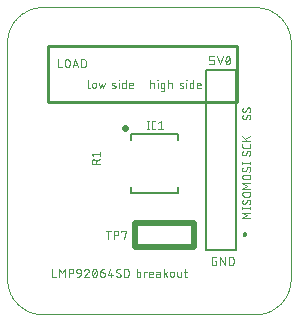
<source format=gto>
G04 EAGLE Gerber RS-274X export*
G75*
%MOMM*%
%FSLAX35Y35*%
%LPD*%
%INsilk_top*%
%IPPOS*%
%AMOC8*
5,1,8,0,0,1.08239X$1,22.5*%
G01*
%ADD10C,0.010000*%
%ADD11C,0.500000*%
%ADD12C,0.050800*%
%ADD13C,0.250000*%
%ADD14C,0.127000*%
%ADD15C,0.200000*%
%ADD16C,0.076200*%


D10*
X2100000Y0D02*
X300000Y0D01*
X292751Y88D01*
X285506Y350D01*
X278270Y788D01*
X271046Y1401D01*
X263839Y2187D01*
X256653Y3148D01*
X249493Y4282D01*
X242362Y5589D01*
X235265Y7068D01*
X228205Y8717D01*
X221188Y10537D01*
X214216Y12526D01*
X207295Y14683D01*
X200428Y17006D01*
X193619Y19495D01*
X186872Y22148D01*
X180191Y24962D01*
X173580Y27938D01*
X167043Y31072D01*
X160583Y34363D01*
X154205Y37810D01*
X147912Y41409D01*
X141708Y45160D01*
X135596Y49059D01*
X129581Y53105D01*
X123664Y57295D01*
X117851Y61627D01*
X112144Y66098D01*
X106547Y70705D01*
X101063Y75447D01*
X95695Y80319D01*
X90447Y85320D01*
X85320Y90447D01*
X80319Y95695D01*
X75447Y101063D01*
X70705Y106547D01*
X66098Y112144D01*
X61627Y117851D01*
X57295Y123664D01*
X53105Y129581D01*
X49059Y135596D01*
X45160Y141708D01*
X41409Y147912D01*
X37810Y154205D01*
X34363Y160583D01*
X31072Y167043D01*
X27938Y173580D01*
X24962Y180191D01*
X22148Y186872D01*
X19495Y193619D01*
X17006Y200428D01*
X14683Y207295D01*
X12526Y214216D01*
X10537Y221188D01*
X8717Y228205D01*
X7068Y235265D01*
X5589Y242362D01*
X4282Y249493D01*
X3148Y256653D01*
X2187Y263839D01*
X1401Y271046D01*
X788Y278270D01*
X350Y285506D01*
X88Y292751D01*
X0Y300000D01*
X0Y2300000D01*
X88Y2307249D01*
X350Y2314494D01*
X788Y2321730D01*
X1401Y2328954D01*
X2187Y2336161D01*
X3148Y2343347D01*
X4282Y2350507D01*
X5589Y2357638D01*
X7068Y2364735D01*
X8717Y2371795D01*
X10537Y2378812D01*
X12526Y2385784D01*
X14683Y2392705D01*
X17006Y2399572D01*
X19495Y2406381D01*
X22148Y2413128D01*
X24962Y2419809D01*
X27938Y2426420D01*
X31072Y2432957D01*
X34363Y2439417D01*
X37810Y2445795D01*
X41409Y2452088D01*
X45160Y2458292D01*
X49059Y2464404D01*
X53105Y2470419D01*
X57295Y2476336D01*
X61627Y2482149D01*
X66098Y2487856D01*
X70705Y2493453D01*
X75447Y2498937D01*
X80319Y2504305D01*
X85320Y2509553D01*
X90447Y2514680D01*
X95695Y2519681D01*
X101063Y2524553D01*
X106547Y2529295D01*
X112144Y2533902D01*
X117851Y2538373D01*
X123664Y2542705D01*
X129581Y2546895D01*
X135596Y2550941D01*
X141708Y2554840D01*
X147912Y2558591D01*
X154205Y2562190D01*
X160583Y2565637D01*
X167043Y2568928D01*
X173580Y2572062D01*
X180191Y2575038D01*
X186872Y2577852D01*
X193619Y2580505D01*
X200428Y2582994D01*
X207295Y2585317D01*
X214216Y2587474D01*
X221188Y2589463D01*
X228205Y2591283D01*
X235265Y2592932D01*
X242362Y2594411D01*
X249493Y2595718D01*
X256653Y2596852D01*
X263839Y2597813D01*
X271046Y2598599D01*
X278270Y2599212D01*
X285506Y2599650D01*
X292751Y2599912D01*
X300000Y2600000D01*
X2100000Y2600000D01*
X2107249Y2599912D01*
X2114494Y2599650D01*
X2121730Y2599212D01*
X2128954Y2598599D01*
X2136161Y2597813D01*
X2143347Y2596852D01*
X2150507Y2595718D01*
X2157638Y2594411D01*
X2164735Y2592932D01*
X2171795Y2591283D01*
X2178812Y2589463D01*
X2185784Y2587474D01*
X2192705Y2585317D01*
X2199572Y2582994D01*
X2206381Y2580505D01*
X2213128Y2577852D01*
X2219809Y2575038D01*
X2226420Y2572062D01*
X2232957Y2568928D01*
X2239417Y2565637D01*
X2245795Y2562190D01*
X2252088Y2558591D01*
X2258292Y2554840D01*
X2264404Y2550941D01*
X2270419Y2546895D01*
X2276336Y2542705D01*
X2282149Y2538373D01*
X2287856Y2533902D01*
X2293453Y2529295D01*
X2298937Y2524553D01*
X2304305Y2519681D01*
X2309553Y2514680D01*
X2314680Y2509553D01*
X2319681Y2504305D01*
X2324553Y2498937D01*
X2329295Y2493453D01*
X2333902Y2487856D01*
X2338373Y2482149D01*
X2342705Y2476336D01*
X2346895Y2470419D01*
X2350941Y2464404D01*
X2354840Y2458292D01*
X2358591Y2452088D01*
X2362190Y2445795D01*
X2365637Y2439417D01*
X2368928Y2432957D01*
X2372062Y2426420D01*
X2375038Y2419809D01*
X2377852Y2413128D01*
X2380505Y2406381D01*
X2382994Y2399572D01*
X2385317Y2392705D01*
X2387474Y2385784D01*
X2389463Y2378812D01*
X2391283Y2371795D01*
X2392932Y2364735D01*
X2394411Y2357638D01*
X2395718Y2350507D01*
X2396852Y2343347D01*
X2397813Y2336161D01*
X2398599Y2328954D01*
X2399212Y2321730D01*
X2399650Y2314494D01*
X2399912Y2307249D01*
X2400000Y2300000D01*
X2400000Y300000D01*
X2399912Y292751D01*
X2399650Y285506D01*
X2399212Y278270D01*
X2398599Y271046D01*
X2397813Y263839D01*
X2396852Y256653D01*
X2395718Y249493D01*
X2394411Y242362D01*
X2392932Y235265D01*
X2391283Y228205D01*
X2389463Y221188D01*
X2387474Y214216D01*
X2385317Y207295D01*
X2382994Y200428D01*
X2380505Y193619D01*
X2377852Y186872D01*
X2375038Y180191D01*
X2372062Y173580D01*
X2368928Y167043D01*
X2365637Y160583D01*
X2362190Y154205D01*
X2358591Y147912D01*
X2354840Y141708D01*
X2350941Y135596D01*
X2346895Y129581D01*
X2342705Y123664D01*
X2338373Y117851D01*
X2333902Y112144D01*
X2329295Y106547D01*
X2324553Y101063D01*
X2319681Y95695D01*
X2314680Y90447D01*
X2309553Y85320D01*
X2304305Y80319D01*
X2298937Y75447D01*
X2293453Y70705D01*
X2287856Y66098D01*
X2282149Y61627D01*
X2276336Y57295D01*
X2270419Y53105D01*
X2264404Y49059D01*
X2258292Y45160D01*
X2252088Y41409D01*
X2245795Y37810D01*
X2239417Y34363D01*
X2232957Y31072D01*
X2226420Y27938D01*
X2219809Y24962D01*
X2213128Y22148D01*
X2206381Y19495D01*
X2199572Y17006D01*
X2192705Y14683D01*
X2185784Y12526D01*
X2178812Y10537D01*
X2171795Y8717D01*
X2164735Y7068D01*
X2157638Y5589D01*
X2150507Y4282D01*
X2143347Y3148D01*
X2136161Y2187D01*
X2128954Y1401D01*
X2121730Y788D01*
X2114494Y350D01*
X2107249Y88D01*
X2100000Y0D01*
D11*
X1585000Y773000D02*
X1085000Y773000D01*
X1085000Y573000D01*
X1585000Y573000D02*
X1585000Y773000D01*
X1585000Y573000D02*
X1085000Y573000D01*
D12*
X856962Y638040D02*
X856962Y707960D01*
X837540Y707960D02*
X876384Y707960D01*
X903713Y707960D02*
X903713Y638040D01*
X903713Y707960D02*
X923135Y707960D01*
X923135Y707961D02*
X923608Y707955D01*
X924081Y707938D01*
X924553Y707909D01*
X925024Y707869D01*
X925494Y707817D01*
X925963Y707754D01*
X926430Y707679D01*
X926895Y707594D01*
X927358Y707496D01*
X927819Y707388D01*
X928276Y707268D01*
X928731Y707137D01*
X929182Y706996D01*
X929630Y706843D01*
X930073Y706679D01*
X930513Y706505D01*
X930949Y706320D01*
X931379Y706125D01*
X931805Y705919D01*
X932226Y705702D01*
X932641Y705476D01*
X933051Y705239D01*
X933454Y704993D01*
X933852Y704737D01*
X934243Y704471D01*
X934628Y704196D01*
X935006Y703911D01*
X935377Y703618D01*
X935740Y703315D01*
X936096Y703004D01*
X936445Y702684D01*
X936785Y702355D01*
X937118Y702019D01*
X937442Y701675D01*
X937757Y701322D01*
X938064Y700962D01*
X938363Y700595D01*
X938652Y700221D01*
X938932Y699839D01*
X939202Y699451D01*
X939463Y699057D01*
X939714Y698656D01*
X939956Y698250D01*
X940187Y697837D01*
X940409Y697419D01*
X940620Y696996D01*
X940821Y696567D01*
X941011Y696134D01*
X941191Y695697D01*
X941360Y695255D01*
X941518Y694809D01*
X941665Y694360D01*
X941801Y693907D01*
X941926Y693451D01*
X942040Y692992D01*
X942143Y692530D01*
X942235Y692066D01*
X942315Y691600D01*
X942384Y691132D01*
X942441Y690662D01*
X942487Y690192D01*
X942522Y689720D01*
X942545Y689247D01*
X942557Y688775D01*
X942557Y688301D01*
X942545Y687829D01*
X942522Y687356D01*
X942487Y686884D01*
X942441Y686414D01*
X942384Y685944D01*
X942315Y685476D01*
X942235Y685010D01*
X942143Y684546D01*
X942040Y684084D01*
X941926Y683625D01*
X941801Y683169D01*
X941665Y682716D01*
X941518Y682267D01*
X941360Y681821D01*
X941191Y681379D01*
X941011Y680942D01*
X940821Y680509D01*
X940620Y680080D01*
X940409Y679657D01*
X940187Y679239D01*
X939956Y678827D01*
X939714Y678420D01*
X939463Y678019D01*
X939202Y677625D01*
X938932Y677237D01*
X938652Y676855D01*
X938363Y676481D01*
X938064Y676114D01*
X937757Y675754D01*
X937442Y675401D01*
X937118Y675057D01*
X936785Y674721D01*
X936445Y674392D01*
X936096Y674072D01*
X935740Y673761D01*
X935377Y673458D01*
X935006Y673165D01*
X934628Y672880D01*
X934243Y672605D01*
X933852Y672339D01*
X933454Y672083D01*
X933051Y671837D01*
X932641Y671600D01*
X932226Y671374D01*
X931805Y671157D01*
X931379Y670951D01*
X930949Y670756D01*
X930513Y670571D01*
X930073Y670397D01*
X929630Y670233D01*
X929182Y670080D01*
X928731Y669939D01*
X928276Y669808D01*
X927819Y669688D01*
X927358Y669580D01*
X926895Y669482D01*
X926430Y669397D01*
X925963Y669322D01*
X925494Y669259D01*
X925024Y669207D01*
X924553Y669167D01*
X924081Y669138D01*
X923608Y669121D01*
X923135Y669115D01*
X903713Y669115D01*
X968040Y700191D02*
X968040Y707960D01*
X1006884Y707960D01*
X987462Y638040D01*
X685582Y1926693D02*
X685582Y1984960D01*
X685582Y1926693D02*
X685585Y1926411D01*
X685596Y1926130D01*
X685613Y1925849D01*
X685636Y1925568D01*
X685667Y1925288D01*
X685704Y1925009D01*
X685748Y1924731D01*
X685799Y1924454D01*
X685857Y1924178D01*
X685921Y1923904D01*
X685991Y1923632D01*
X686069Y1923361D01*
X686152Y1923092D01*
X686243Y1922825D01*
X686339Y1922561D01*
X686442Y1922299D01*
X686552Y1922039D01*
X686667Y1921782D01*
X686789Y1921528D01*
X686917Y1921278D01*
X687051Y1921030D01*
X687190Y1920785D01*
X687336Y1920544D01*
X687488Y1920307D01*
X687645Y1920073D01*
X687808Y1919844D01*
X687976Y1919618D01*
X688149Y1919396D01*
X688328Y1919179D01*
X688513Y1918966D01*
X688702Y1918757D01*
X688896Y1918553D01*
X689095Y1918354D01*
X689299Y1918160D01*
X689508Y1917971D01*
X689721Y1917786D01*
X689938Y1917607D01*
X690160Y1917434D01*
X690386Y1917266D01*
X690615Y1917103D01*
X690849Y1916946D01*
X691086Y1916794D01*
X691327Y1916648D01*
X691572Y1916509D01*
X691820Y1916375D01*
X692070Y1916247D01*
X692324Y1916125D01*
X692581Y1916010D01*
X692841Y1915900D01*
X693103Y1915797D01*
X693367Y1915701D01*
X693634Y1915610D01*
X693903Y1915527D01*
X694174Y1915449D01*
X694446Y1915379D01*
X694720Y1915315D01*
X694996Y1915257D01*
X695273Y1915206D01*
X695551Y1915162D01*
X695830Y1915125D01*
X696110Y1915094D01*
X696391Y1915071D01*
X696672Y1915054D01*
X696953Y1915043D01*
X697235Y1915040D01*
X720594Y1930578D02*
X720594Y1946115D01*
X720593Y1946115D02*
X720598Y1946493D01*
X720611Y1946872D01*
X720634Y1947249D01*
X720667Y1947626D01*
X720708Y1948002D01*
X720759Y1948377D01*
X720818Y1948751D01*
X720887Y1949123D01*
X720965Y1949493D01*
X721051Y1949862D01*
X721147Y1950228D01*
X721252Y1950591D01*
X721365Y1950952D01*
X721487Y1951311D01*
X721618Y1951666D01*
X721758Y1952017D01*
X721906Y1952366D01*
X722062Y1952710D01*
X722227Y1953051D01*
X722400Y1953387D01*
X722581Y1953720D01*
X722770Y1954047D01*
X722967Y1954370D01*
X723172Y1954688D01*
X723385Y1955001D01*
X723605Y1955309D01*
X723833Y1955611D01*
X724068Y1955908D01*
X724310Y1956199D01*
X724559Y1956484D01*
X724815Y1956763D01*
X725077Y1957035D01*
X725346Y1957301D01*
X725622Y1957560D01*
X725904Y1957813D01*
X726192Y1958058D01*
X726486Y1958297D01*
X726785Y1958528D01*
X727090Y1958752D01*
X727400Y1958968D01*
X727716Y1959177D01*
X728037Y1959378D01*
X728362Y1959571D01*
X728692Y1959756D01*
X729026Y1959934D01*
X729365Y1960103D01*
X729708Y1960263D01*
X730054Y1960415D01*
X730404Y1960559D01*
X730757Y1960694D01*
X731114Y1960821D01*
X731474Y1960939D01*
X731836Y1961048D01*
X732201Y1961148D01*
X732568Y1961239D01*
X732937Y1961321D01*
X733309Y1961395D01*
X733682Y1961459D01*
X734056Y1961514D01*
X734432Y1961560D01*
X734808Y1961597D01*
X735186Y1961624D01*
X735564Y1961643D01*
X735942Y1961652D01*
X736320Y1961652D01*
X736698Y1961643D01*
X737076Y1961624D01*
X737454Y1961597D01*
X737830Y1961560D01*
X738206Y1961514D01*
X738580Y1961459D01*
X738953Y1961395D01*
X739325Y1961321D01*
X739694Y1961239D01*
X740061Y1961148D01*
X740426Y1961048D01*
X740788Y1960939D01*
X741148Y1960821D01*
X741505Y1960694D01*
X741858Y1960559D01*
X742208Y1960415D01*
X742554Y1960263D01*
X742897Y1960103D01*
X743236Y1959934D01*
X743570Y1959756D01*
X743900Y1959571D01*
X744225Y1959378D01*
X744546Y1959177D01*
X744862Y1958968D01*
X745172Y1958752D01*
X745477Y1958528D01*
X745776Y1958297D01*
X746070Y1958058D01*
X746358Y1957813D01*
X746640Y1957560D01*
X746916Y1957301D01*
X747185Y1957035D01*
X747447Y1956763D01*
X747703Y1956484D01*
X747952Y1956199D01*
X748194Y1955908D01*
X748429Y1955611D01*
X748657Y1955309D01*
X748877Y1955001D01*
X749090Y1954688D01*
X749295Y1954370D01*
X749492Y1954047D01*
X749681Y1953720D01*
X749862Y1953387D01*
X750035Y1953051D01*
X750200Y1952710D01*
X750356Y1952366D01*
X750504Y1952017D01*
X750644Y1951666D01*
X750775Y1951311D01*
X750897Y1950952D01*
X751010Y1950591D01*
X751115Y1950228D01*
X751211Y1949862D01*
X751297Y1949493D01*
X751375Y1949123D01*
X751444Y1948751D01*
X751503Y1948377D01*
X751554Y1948002D01*
X751595Y1947626D01*
X751628Y1947249D01*
X751651Y1946872D01*
X751664Y1946493D01*
X751669Y1946115D01*
X751669Y1930578D01*
X751664Y1930200D01*
X751651Y1929821D01*
X751628Y1929444D01*
X751595Y1929067D01*
X751554Y1928691D01*
X751503Y1928316D01*
X751444Y1927942D01*
X751375Y1927570D01*
X751297Y1927200D01*
X751211Y1926831D01*
X751115Y1926465D01*
X751010Y1926102D01*
X750897Y1925741D01*
X750775Y1925382D01*
X750644Y1925027D01*
X750504Y1924676D01*
X750356Y1924327D01*
X750200Y1923983D01*
X750035Y1923642D01*
X749862Y1923306D01*
X749681Y1922973D01*
X749492Y1922646D01*
X749295Y1922323D01*
X749090Y1922005D01*
X748877Y1921692D01*
X748657Y1921384D01*
X748429Y1921082D01*
X748194Y1920785D01*
X747952Y1920494D01*
X747703Y1920209D01*
X747447Y1919930D01*
X747185Y1919658D01*
X746916Y1919392D01*
X746640Y1919133D01*
X746358Y1918880D01*
X746070Y1918635D01*
X745776Y1918396D01*
X745477Y1918165D01*
X745172Y1917941D01*
X744862Y1917725D01*
X744546Y1917516D01*
X744225Y1917315D01*
X743900Y1917122D01*
X743570Y1916937D01*
X743236Y1916759D01*
X742897Y1916590D01*
X742554Y1916430D01*
X742208Y1916278D01*
X741858Y1916134D01*
X741505Y1915999D01*
X741148Y1915872D01*
X740788Y1915754D01*
X740426Y1915645D01*
X740061Y1915545D01*
X739694Y1915454D01*
X739325Y1915372D01*
X738953Y1915298D01*
X738580Y1915234D01*
X738206Y1915179D01*
X737830Y1915133D01*
X737454Y1915096D01*
X737076Y1915069D01*
X736698Y1915050D01*
X736320Y1915041D01*
X735942Y1915041D01*
X735564Y1915050D01*
X735186Y1915069D01*
X734808Y1915096D01*
X734432Y1915133D01*
X734056Y1915179D01*
X733682Y1915234D01*
X733309Y1915298D01*
X732937Y1915372D01*
X732568Y1915454D01*
X732201Y1915545D01*
X731836Y1915645D01*
X731474Y1915754D01*
X731114Y1915872D01*
X730757Y1915999D01*
X730404Y1916134D01*
X730054Y1916278D01*
X729708Y1916430D01*
X729365Y1916590D01*
X729026Y1916759D01*
X728692Y1916937D01*
X728362Y1917122D01*
X728037Y1917315D01*
X727716Y1917516D01*
X727400Y1917725D01*
X727090Y1917941D01*
X726785Y1918165D01*
X726486Y1918396D01*
X726192Y1918635D01*
X725904Y1918880D01*
X725622Y1919133D01*
X725346Y1919392D01*
X725077Y1919658D01*
X724815Y1919930D01*
X724559Y1920209D01*
X724310Y1920494D01*
X724068Y1920785D01*
X723833Y1921082D01*
X723605Y1921384D01*
X723385Y1921692D01*
X723172Y1922005D01*
X722967Y1922323D01*
X722770Y1922646D01*
X722581Y1922973D01*
X722400Y1923306D01*
X722227Y1923642D01*
X722062Y1923983D01*
X721906Y1924327D01*
X721758Y1924676D01*
X721618Y1925027D01*
X721487Y1925382D01*
X721365Y1925741D01*
X721252Y1926102D01*
X721147Y1926465D01*
X721051Y1926831D01*
X720965Y1927200D01*
X720887Y1927570D01*
X720818Y1927942D01*
X720759Y1928316D01*
X720708Y1928691D01*
X720667Y1929067D01*
X720634Y1929444D01*
X720611Y1929821D01*
X720598Y1930200D01*
X720593Y1930578D01*
X778075Y1961653D02*
X789728Y1915040D01*
X801381Y1946115D01*
X813035Y1915040D01*
X824688Y1961653D01*
X892920Y1942231D02*
X912342Y1934462D01*
X892920Y1942230D02*
X892693Y1942324D01*
X892469Y1942423D01*
X892247Y1942528D01*
X892028Y1942638D01*
X891812Y1942754D01*
X891598Y1942874D01*
X891388Y1943000D01*
X891180Y1943131D01*
X890976Y1943267D01*
X890776Y1943408D01*
X890578Y1943553D01*
X890385Y1943704D01*
X890195Y1943859D01*
X890009Y1944019D01*
X889826Y1944183D01*
X889648Y1944351D01*
X889474Y1944524D01*
X889305Y1944701D01*
X889139Y1944882D01*
X888979Y1945067D01*
X888822Y1945256D01*
X888671Y1945449D01*
X888524Y1945645D01*
X888382Y1945845D01*
X888244Y1946048D01*
X888112Y1946255D01*
X887985Y1946464D01*
X887863Y1946677D01*
X887746Y1946893D01*
X887635Y1947111D01*
X887529Y1947332D01*
X887428Y1947556D01*
X887332Y1947782D01*
X887243Y1948010D01*
X887159Y1948240D01*
X887080Y1948472D01*
X887007Y1948707D01*
X886940Y1948942D01*
X886879Y1949180D01*
X886823Y1949419D01*
X886773Y1949659D01*
X886729Y1949900D01*
X886691Y1950142D01*
X886659Y1950385D01*
X886633Y1950629D01*
X886613Y1950873D01*
X886599Y1951118D01*
X886590Y1951363D01*
X886588Y1951608D01*
X886592Y1951854D01*
X886601Y1952099D01*
X886617Y1952343D01*
X886638Y1952588D01*
X886666Y1952831D01*
X886699Y1953074D01*
X886738Y1953316D01*
X886784Y1953557D01*
X886835Y1953797D01*
X886891Y1954036D01*
X886954Y1954273D01*
X887022Y1954508D01*
X887097Y1954742D01*
X887176Y1954974D01*
X887262Y1955204D01*
X887353Y1955431D01*
X887449Y1955657D01*
X887551Y1955880D01*
X887658Y1956100D01*
X887771Y1956318D01*
X887889Y1956533D01*
X888012Y1956745D01*
X888140Y1956954D01*
X888274Y1957160D01*
X888412Y1957362D01*
X888555Y1957561D01*
X888703Y1957757D01*
X888856Y1957949D01*
X889013Y1958137D01*
X889175Y1958321D01*
X889341Y1958501D01*
X889512Y1958678D01*
X889687Y1958849D01*
X889866Y1959017D01*
X890049Y1959180D01*
X890235Y1959339D01*
X890426Y1959493D01*
X890621Y1959642D01*
X890819Y1959787D01*
X891020Y1959927D01*
X891225Y1960062D01*
X891433Y1960191D01*
X891644Y1960316D01*
X891858Y1960436D01*
X892075Y1960550D01*
X892295Y1960659D01*
X892517Y1960762D01*
X892742Y1960861D01*
X892969Y1960953D01*
X893198Y1961040D01*
X893429Y1961122D01*
X893662Y1961198D01*
X893897Y1961268D01*
X894134Y1961332D01*
X894372Y1961391D01*
X894612Y1961443D01*
X894852Y1961490D01*
X895094Y1961532D01*
X895337Y1961567D01*
X895580Y1961596D01*
X895824Y1961619D01*
X896069Y1961637D01*
X896314Y1961648D01*
X896559Y1961653D01*
X896804Y1961653D01*
X897864Y1961626D01*
X898924Y1961572D01*
X899981Y1961493D01*
X901037Y1961389D01*
X902090Y1961259D01*
X903139Y1961105D01*
X904184Y1960925D01*
X905225Y1960719D01*
X906260Y1960489D01*
X907290Y1960234D01*
X908313Y1959955D01*
X909329Y1959651D01*
X910337Y1959322D01*
X911338Y1958970D01*
X912329Y1958593D01*
X913312Y1958193D01*
X914284Y1957769D01*
X912342Y1934463D02*
X912568Y1934369D01*
X912792Y1934269D01*
X913014Y1934165D01*
X913233Y1934055D01*
X913449Y1933939D01*
X913663Y1933819D01*
X913873Y1933693D01*
X914081Y1933562D01*
X914285Y1933426D01*
X914486Y1933285D01*
X914683Y1933139D01*
X914876Y1932989D01*
X915066Y1932834D01*
X915252Y1932674D01*
X915435Y1932510D01*
X915613Y1932342D01*
X915787Y1932169D01*
X915956Y1931992D01*
X916122Y1931811D01*
X916282Y1931626D01*
X916439Y1931437D01*
X916590Y1931244D01*
X916737Y1931048D01*
X916879Y1930848D01*
X917017Y1930645D01*
X917149Y1930438D01*
X917276Y1930229D01*
X917398Y1930016D01*
X917515Y1929800D01*
X917626Y1929582D01*
X917733Y1929361D01*
X917833Y1929137D01*
X917929Y1928911D01*
X918018Y1928683D01*
X918102Y1928453D01*
X918181Y1928221D01*
X918254Y1927986D01*
X918321Y1927751D01*
X918382Y1927513D01*
X918438Y1927274D01*
X918488Y1927034D01*
X918532Y1926793D01*
X918570Y1926551D01*
X918602Y1926308D01*
X918628Y1926064D01*
X918648Y1925820D01*
X918662Y1925575D01*
X918671Y1925330D01*
X918673Y1925085D01*
X918669Y1924839D01*
X918660Y1924594D01*
X918644Y1924350D01*
X918623Y1924105D01*
X918595Y1923862D01*
X918562Y1923619D01*
X918523Y1923377D01*
X918477Y1923136D01*
X918426Y1922896D01*
X918370Y1922657D01*
X918307Y1922420D01*
X918239Y1922185D01*
X918164Y1921951D01*
X918085Y1921719D01*
X917999Y1921489D01*
X917908Y1921262D01*
X917812Y1921036D01*
X917710Y1920813D01*
X917603Y1920593D01*
X917490Y1920375D01*
X917372Y1920160D01*
X917249Y1919948D01*
X917121Y1919739D01*
X916987Y1919533D01*
X916849Y1919331D01*
X916706Y1919132D01*
X916558Y1918936D01*
X916405Y1918744D01*
X916248Y1918556D01*
X916086Y1918372D01*
X915920Y1918192D01*
X915749Y1918016D01*
X915575Y1917844D01*
X915396Y1917676D01*
X915213Y1917513D01*
X915026Y1917354D01*
X914835Y1917200D01*
X914641Y1917051D01*
X914443Y1916906D01*
X914241Y1916766D01*
X914036Y1916631D01*
X913828Y1916502D01*
X913617Y1916377D01*
X913403Y1916257D01*
X913186Y1916143D01*
X912966Y1916034D01*
X912744Y1915931D01*
X912519Y1915832D01*
X912292Y1915740D01*
X912063Y1915653D01*
X911832Y1915571D01*
X911599Y1915495D01*
X911364Y1915425D01*
X911127Y1915361D01*
X910889Y1915302D01*
X910650Y1915250D01*
X910409Y1915203D01*
X910167Y1915162D01*
X909925Y1915126D01*
X909681Y1915097D01*
X909437Y1915074D01*
X909193Y1915056D01*
X908948Y1915045D01*
X908702Y1915040D01*
X908457Y1915040D01*
X908458Y1915040D02*
X906900Y1915080D01*
X905344Y1915158D01*
X903790Y1915272D01*
X902239Y1915423D01*
X900692Y1915611D01*
X899151Y1915835D01*
X897614Y1916096D01*
X896085Y1916392D01*
X894563Y1916725D01*
X893049Y1917094D01*
X891544Y1917499D01*
X890049Y1917939D01*
X888566Y1918414D01*
X887093Y1918924D01*
X945381Y1915040D02*
X945381Y1961653D01*
X943439Y1981075D02*
X943439Y1984960D01*
X947323Y1984960D01*
X947323Y1981075D01*
X943439Y1981075D01*
X1003347Y1984960D02*
X1003347Y1915040D01*
X983925Y1915040D01*
X983643Y1915043D01*
X983362Y1915054D01*
X983081Y1915071D01*
X982800Y1915094D01*
X982520Y1915125D01*
X982241Y1915162D01*
X981963Y1915206D01*
X981686Y1915257D01*
X981410Y1915315D01*
X981136Y1915379D01*
X980864Y1915449D01*
X980593Y1915527D01*
X980324Y1915610D01*
X980057Y1915701D01*
X979793Y1915797D01*
X979531Y1915900D01*
X979271Y1916010D01*
X979014Y1916125D01*
X978760Y1916247D01*
X978510Y1916375D01*
X978262Y1916509D01*
X978017Y1916648D01*
X977776Y1916794D01*
X977539Y1916946D01*
X977305Y1917103D01*
X977076Y1917266D01*
X976850Y1917434D01*
X976628Y1917607D01*
X976411Y1917786D01*
X976198Y1917971D01*
X975989Y1918160D01*
X975785Y1918354D01*
X975586Y1918553D01*
X975392Y1918757D01*
X975203Y1918966D01*
X975018Y1919179D01*
X974839Y1919396D01*
X974666Y1919618D01*
X974498Y1919844D01*
X974335Y1920073D01*
X974178Y1920307D01*
X974026Y1920544D01*
X973880Y1920785D01*
X973741Y1921030D01*
X973607Y1921278D01*
X973479Y1921528D01*
X973357Y1921782D01*
X973242Y1922039D01*
X973132Y1922299D01*
X973029Y1922561D01*
X972933Y1922825D01*
X972842Y1923092D01*
X972759Y1923361D01*
X972681Y1923632D01*
X972611Y1923904D01*
X972547Y1924178D01*
X972489Y1924454D01*
X972438Y1924731D01*
X972394Y1925009D01*
X972357Y1925288D01*
X972326Y1925568D01*
X972303Y1925849D01*
X972286Y1926130D01*
X972275Y1926411D01*
X972272Y1926693D01*
X972272Y1950000D01*
X972275Y1950282D01*
X972286Y1950563D01*
X972303Y1950844D01*
X972326Y1951125D01*
X972357Y1951405D01*
X972394Y1951684D01*
X972438Y1951962D01*
X972489Y1952239D01*
X972547Y1952515D01*
X972611Y1952789D01*
X972681Y1953061D01*
X972759Y1953332D01*
X972842Y1953601D01*
X972933Y1953868D01*
X973029Y1954132D01*
X973132Y1954394D01*
X973242Y1954654D01*
X973357Y1954911D01*
X973479Y1955165D01*
X973607Y1955415D01*
X973741Y1955663D01*
X973880Y1955908D01*
X974026Y1956149D01*
X974178Y1956386D01*
X974335Y1956620D01*
X974498Y1956849D01*
X974666Y1957075D01*
X974839Y1957297D01*
X975018Y1957514D01*
X975203Y1957727D01*
X975392Y1957936D01*
X975586Y1958140D01*
X975785Y1958339D01*
X975989Y1958533D01*
X976198Y1958722D01*
X976411Y1958907D01*
X976628Y1959086D01*
X976850Y1959259D01*
X977076Y1959427D01*
X977305Y1959590D01*
X977539Y1959747D01*
X977776Y1959899D01*
X978017Y1960045D01*
X978262Y1960184D01*
X978510Y1960318D01*
X978760Y1960446D01*
X979014Y1960568D01*
X979271Y1960683D01*
X979531Y1960793D01*
X979793Y1960896D01*
X980057Y1960992D01*
X980324Y1961083D01*
X980593Y1961166D01*
X980864Y1961244D01*
X981136Y1961314D01*
X981410Y1961378D01*
X981686Y1961436D01*
X981963Y1961487D01*
X982241Y1961531D01*
X982520Y1961568D01*
X982800Y1961599D01*
X983081Y1961622D01*
X983362Y1961639D01*
X983643Y1961650D01*
X983925Y1961653D01*
X1003347Y1961653D01*
X1044996Y1915040D02*
X1064418Y1915040D01*
X1044996Y1915040D02*
X1044714Y1915043D01*
X1044433Y1915054D01*
X1044152Y1915071D01*
X1043871Y1915094D01*
X1043591Y1915125D01*
X1043312Y1915162D01*
X1043034Y1915206D01*
X1042757Y1915257D01*
X1042481Y1915315D01*
X1042207Y1915379D01*
X1041935Y1915449D01*
X1041664Y1915527D01*
X1041395Y1915610D01*
X1041128Y1915701D01*
X1040864Y1915797D01*
X1040602Y1915900D01*
X1040342Y1916010D01*
X1040085Y1916125D01*
X1039831Y1916247D01*
X1039581Y1916375D01*
X1039333Y1916509D01*
X1039088Y1916648D01*
X1038847Y1916794D01*
X1038610Y1916946D01*
X1038376Y1917103D01*
X1038147Y1917266D01*
X1037921Y1917434D01*
X1037699Y1917607D01*
X1037482Y1917786D01*
X1037269Y1917971D01*
X1037060Y1918160D01*
X1036856Y1918354D01*
X1036657Y1918553D01*
X1036463Y1918757D01*
X1036274Y1918966D01*
X1036089Y1919179D01*
X1035910Y1919396D01*
X1035737Y1919618D01*
X1035569Y1919844D01*
X1035406Y1920073D01*
X1035249Y1920307D01*
X1035097Y1920544D01*
X1034951Y1920785D01*
X1034812Y1921030D01*
X1034678Y1921278D01*
X1034550Y1921528D01*
X1034428Y1921782D01*
X1034313Y1922039D01*
X1034203Y1922299D01*
X1034100Y1922561D01*
X1034004Y1922825D01*
X1033913Y1923092D01*
X1033830Y1923361D01*
X1033752Y1923632D01*
X1033682Y1923904D01*
X1033618Y1924178D01*
X1033560Y1924454D01*
X1033509Y1924731D01*
X1033465Y1925009D01*
X1033428Y1925288D01*
X1033397Y1925568D01*
X1033374Y1925849D01*
X1033357Y1926130D01*
X1033346Y1926411D01*
X1033343Y1926693D01*
X1033343Y1946115D01*
X1033342Y1946115D02*
X1033347Y1946493D01*
X1033360Y1946872D01*
X1033383Y1947249D01*
X1033416Y1947626D01*
X1033457Y1948002D01*
X1033508Y1948377D01*
X1033567Y1948751D01*
X1033636Y1949123D01*
X1033714Y1949493D01*
X1033800Y1949862D01*
X1033896Y1950228D01*
X1034001Y1950591D01*
X1034114Y1950952D01*
X1034236Y1951311D01*
X1034367Y1951666D01*
X1034507Y1952017D01*
X1034655Y1952366D01*
X1034811Y1952710D01*
X1034976Y1953051D01*
X1035149Y1953387D01*
X1035330Y1953720D01*
X1035519Y1954047D01*
X1035716Y1954370D01*
X1035921Y1954688D01*
X1036134Y1955001D01*
X1036354Y1955309D01*
X1036582Y1955611D01*
X1036817Y1955908D01*
X1037059Y1956199D01*
X1037308Y1956484D01*
X1037564Y1956763D01*
X1037826Y1957035D01*
X1038095Y1957301D01*
X1038371Y1957560D01*
X1038653Y1957813D01*
X1038941Y1958058D01*
X1039235Y1958297D01*
X1039534Y1958528D01*
X1039839Y1958752D01*
X1040149Y1958968D01*
X1040465Y1959177D01*
X1040786Y1959378D01*
X1041111Y1959571D01*
X1041441Y1959756D01*
X1041775Y1959934D01*
X1042114Y1960103D01*
X1042457Y1960263D01*
X1042803Y1960415D01*
X1043153Y1960559D01*
X1043506Y1960694D01*
X1043863Y1960821D01*
X1044223Y1960939D01*
X1044585Y1961048D01*
X1044950Y1961148D01*
X1045317Y1961239D01*
X1045686Y1961321D01*
X1046058Y1961395D01*
X1046431Y1961459D01*
X1046805Y1961514D01*
X1047181Y1961560D01*
X1047557Y1961597D01*
X1047935Y1961624D01*
X1048313Y1961643D01*
X1048691Y1961652D01*
X1049069Y1961652D01*
X1049447Y1961643D01*
X1049825Y1961624D01*
X1050203Y1961597D01*
X1050579Y1961560D01*
X1050955Y1961514D01*
X1051329Y1961459D01*
X1051702Y1961395D01*
X1052074Y1961321D01*
X1052443Y1961239D01*
X1052810Y1961148D01*
X1053175Y1961048D01*
X1053537Y1960939D01*
X1053897Y1960821D01*
X1054254Y1960694D01*
X1054607Y1960559D01*
X1054957Y1960415D01*
X1055303Y1960263D01*
X1055646Y1960103D01*
X1055985Y1959934D01*
X1056319Y1959756D01*
X1056649Y1959571D01*
X1056974Y1959378D01*
X1057295Y1959177D01*
X1057611Y1958968D01*
X1057921Y1958752D01*
X1058226Y1958528D01*
X1058525Y1958297D01*
X1058819Y1958058D01*
X1059107Y1957813D01*
X1059389Y1957560D01*
X1059665Y1957301D01*
X1059934Y1957035D01*
X1060196Y1956763D01*
X1060452Y1956484D01*
X1060701Y1956199D01*
X1060943Y1955908D01*
X1061178Y1955611D01*
X1061406Y1955309D01*
X1061626Y1955001D01*
X1061839Y1954688D01*
X1062044Y1954370D01*
X1062241Y1954047D01*
X1062430Y1953720D01*
X1062611Y1953387D01*
X1062784Y1953051D01*
X1062949Y1952710D01*
X1063105Y1952366D01*
X1063253Y1952017D01*
X1063393Y1951666D01*
X1063524Y1951311D01*
X1063646Y1950952D01*
X1063759Y1950591D01*
X1063864Y1950228D01*
X1063960Y1949862D01*
X1064046Y1949493D01*
X1064124Y1949123D01*
X1064193Y1948751D01*
X1064252Y1948377D01*
X1064303Y1948002D01*
X1064344Y1947626D01*
X1064377Y1947249D01*
X1064400Y1946872D01*
X1064413Y1946493D01*
X1064418Y1946115D01*
X1064418Y1938347D01*
X1033343Y1938347D01*
X1713078Y2115040D02*
X1736384Y2115040D01*
X1736765Y2115045D01*
X1737146Y2115059D01*
X1737527Y2115082D01*
X1737907Y2115115D01*
X1738286Y2115157D01*
X1738664Y2115208D01*
X1739040Y2115269D01*
X1739415Y2115339D01*
X1739788Y2115418D01*
X1740159Y2115506D01*
X1740528Y2115603D01*
X1740894Y2115709D01*
X1741258Y2115824D01*
X1741619Y2115948D01*
X1741976Y2116081D01*
X1742330Y2116223D01*
X1742681Y2116373D01*
X1743027Y2116532D01*
X1743370Y2116699D01*
X1743708Y2116875D01*
X1744043Y2117059D01*
X1744372Y2117251D01*
X1744697Y2117451D01*
X1745016Y2117659D01*
X1745331Y2117874D01*
X1745640Y2118098D01*
X1745943Y2118329D01*
X1746241Y2118567D01*
X1746533Y2118812D01*
X1746819Y2119065D01*
X1747098Y2119325D01*
X1747371Y2119591D01*
X1747637Y2119864D01*
X1747897Y2120143D01*
X1748149Y2120429D01*
X1748395Y2120721D01*
X1748633Y2121018D01*
X1748864Y2121322D01*
X1749088Y2121631D01*
X1749303Y2121945D01*
X1749511Y2122265D01*
X1749711Y2122590D01*
X1749903Y2122919D01*
X1750087Y2123253D01*
X1750263Y2123592D01*
X1750430Y2123934D01*
X1750589Y2124281D01*
X1750739Y2124632D01*
X1750881Y2124986D01*
X1751014Y2125343D01*
X1751138Y2125704D01*
X1751253Y2126067D01*
X1751359Y2126434D01*
X1751456Y2126802D01*
X1751544Y2127173D01*
X1751623Y2127546D01*
X1751693Y2127921D01*
X1751754Y2128298D01*
X1751805Y2128676D01*
X1751847Y2129055D01*
X1751880Y2129435D01*
X1751903Y2129815D01*
X1751917Y2130196D01*
X1751922Y2130578D01*
X1751922Y2138347D01*
X1751917Y2138722D01*
X1751904Y2139098D01*
X1751881Y2139472D01*
X1751849Y2139847D01*
X1751809Y2140220D01*
X1751759Y2140592D01*
X1751700Y2140963D01*
X1751633Y2141332D01*
X1751556Y2141700D01*
X1751470Y2142065D01*
X1751376Y2142429D01*
X1751273Y2142790D01*
X1751162Y2143149D01*
X1751041Y2143504D01*
X1750912Y2143857D01*
X1750775Y2144206D01*
X1750629Y2144552D01*
X1750475Y2144895D01*
X1750313Y2145233D01*
X1750142Y2145568D01*
X1749964Y2145898D01*
X1749777Y2146224D01*
X1749583Y2146545D01*
X1749381Y2146862D01*
X1749172Y2147174D01*
X1748955Y2147480D01*
X1748730Y2147781D01*
X1748499Y2148077D01*
X1748260Y2148367D01*
X1748014Y2148651D01*
X1747762Y2148929D01*
X1747503Y2149200D01*
X1747237Y2149466D01*
X1746966Y2149725D01*
X1746688Y2149977D01*
X1746404Y2150223D01*
X1746114Y2150462D01*
X1745818Y2150693D01*
X1745517Y2150918D01*
X1745211Y2151135D01*
X1744899Y2151344D01*
X1744582Y2151546D01*
X1744261Y2151740D01*
X1743935Y2151927D01*
X1743605Y2152105D01*
X1743270Y2152276D01*
X1742932Y2152438D01*
X1742589Y2152592D01*
X1742243Y2152738D01*
X1741894Y2152875D01*
X1741541Y2153004D01*
X1741186Y2153125D01*
X1740827Y2153236D01*
X1740466Y2153339D01*
X1740102Y2153433D01*
X1739737Y2153519D01*
X1739369Y2153596D01*
X1739000Y2153663D01*
X1738629Y2153722D01*
X1738257Y2153772D01*
X1737884Y2153812D01*
X1737509Y2153844D01*
X1737135Y2153867D01*
X1736759Y2153880D01*
X1736384Y2153885D01*
X1736384Y2153884D02*
X1713078Y2153884D01*
X1713078Y2184960D01*
X1751922Y2184960D01*
X1776693Y2184960D02*
X1800000Y2115040D01*
X1823307Y2184960D01*
X1853905Y2175249D02*
X1853317Y2174005D01*
X1852758Y2172748D01*
X1852231Y2171478D01*
X1851733Y2170195D01*
X1851266Y2168901D01*
X1850831Y2167597D01*
X1850426Y2166282D01*
X1850053Y2164958D01*
X1849712Y2163625D01*
X1849403Y2162285D01*
X1849126Y2160938D01*
X1848881Y2159584D01*
X1848668Y2158225D01*
X1848488Y2156861D01*
X1848341Y2155494D01*
X1848226Y2154123D01*
X1848144Y2152750D01*
X1848094Y2151375D01*
X1848078Y2150000D01*
X1853904Y2175249D02*
X1854021Y2175579D01*
X1854147Y2175905D01*
X1854280Y2176228D01*
X1854421Y2176548D01*
X1854570Y2176864D01*
X1854726Y2177177D01*
X1854890Y2177486D01*
X1855062Y2177790D01*
X1855241Y2178091D01*
X1855427Y2178387D01*
X1855620Y2178678D01*
X1855820Y2178965D01*
X1856027Y2179246D01*
X1856241Y2179523D01*
X1856462Y2179794D01*
X1856689Y2180060D01*
X1856923Y2180320D01*
X1857163Y2180574D01*
X1857409Y2180823D01*
X1857660Y2181065D01*
X1857918Y2181301D01*
X1858182Y2181531D01*
X1858450Y2181754D01*
X1858725Y2181971D01*
X1859004Y2182181D01*
X1859289Y2182384D01*
X1859578Y2182581D01*
X1859872Y2182770D01*
X1860171Y2182952D01*
X1860473Y2183126D01*
X1860780Y2183294D01*
X1861091Y2183453D01*
X1861406Y2183605D01*
X1861725Y2183750D01*
X1862046Y2183886D01*
X1862372Y2184015D01*
X1862700Y2184136D01*
X1863031Y2184248D01*
X1863364Y2184353D01*
X1863700Y2184450D01*
X1864038Y2184538D01*
X1864379Y2184618D01*
X1864721Y2184690D01*
X1865065Y2184753D01*
X1865410Y2184808D01*
X1865756Y2184855D01*
X1866104Y2184893D01*
X1866452Y2184923D01*
X1866801Y2184944D01*
X1867150Y2184957D01*
X1867500Y2184961D01*
X1867500Y2184960D02*
X1867850Y2184956D01*
X1868199Y2184943D01*
X1868548Y2184922D01*
X1868896Y2184892D01*
X1869244Y2184854D01*
X1869590Y2184807D01*
X1869935Y2184752D01*
X1870279Y2184689D01*
X1870621Y2184617D01*
X1870962Y2184537D01*
X1871300Y2184449D01*
X1871636Y2184352D01*
X1871969Y2184247D01*
X1872300Y2184135D01*
X1872628Y2184014D01*
X1872953Y2183885D01*
X1873275Y2183749D01*
X1873593Y2183604D01*
X1873908Y2183452D01*
X1874219Y2183293D01*
X1874526Y2183125D01*
X1874829Y2182951D01*
X1875128Y2182769D01*
X1875422Y2182580D01*
X1875711Y2182384D01*
X1875995Y2182180D01*
X1876275Y2181970D01*
X1876549Y2181754D01*
X1876818Y2181530D01*
X1877081Y2181300D01*
X1877339Y2181064D01*
X1877591Y2180822D01*
X1877837Y2180573D01*
X1878077Y2180319D01*
X1878310Y2180059D01*
X1878537Y2179793D01*
X1878758Y2179522D01*
X1878972Y2179245D01*
X1879179Y2178964D01*
X1879379Y2178677D01*
X1879573Y2178386D01*
X1879759Y2178090D01*
X1879938Y2177790D01*
X1880109Y2177485D01*
X1880273Y2177176D01*
X1880429Y2176864D01*
X1880578Y2176547D01*
X1880719Y2176227D01*
X1880853Y2175904D01*
X1880978Y2175578D01*
X1881095Y2175249D01*
X1881683Y2174005D01*
X1882241Y2172748D01*
X1882769Y2171478D01*
X1883267Y2170195D01*
X1883733Y2168901D01*
X1884169Y2167597D01*
X1884574Y2166282D01*
X1884947Y2164958D01*
X1885288Y2163625D01*
X1885597Y2162285D01*
X1885874Y2160938D01*
X1886119Y2159584D01*
X1886332Y2158225D01*
X1886512Y2156862D01*
X1886659Y2155494D01*
X1886774Y2154123D01*
X1886856Y2152750D01*
X1886906Y2151375D01*
X1886922Y2150000D01*
X1848077Y2150000D02*
X1848093Y2148625D01*
X1848143Y2147250D01*
X1848225Y2145877D01*
X1848340Y2144506D01*
X1848487Y2143138D01*
X1848667Y2141775D01*
X1848880Y2140416D01*
X1849125Y2139062D01*
X1849402Y2137715D01*
X1849711Y2136374D01*
X1850052Y2135042D01*
X1850425Y2133718D01*
X1850830Y2132403D01*
X1851265Y2131098D01*
X1851732Y2129804D01*
X1852230Y2128522D01*
X1852757Y2127252D01*
X1853316Y2125994D01*
X1853904Y2124751D01*
X1854021Y2124422D01*
X1854147Y2124096D01*
X1854280Y2123772D01*
X1854421Y2123453D01*
X1854570Y2123136D01*
X1854726Y2122824D01*
X1854890Y2122515D01*
X1855062Y2122210D01*
X1855241Y2121910D01*
X1855427Y2121614D01*
X1855620Y2121323D01*
X1855820Y2121036D01*
X1856028Y2120755D01*
X1856242Y2120478D01*
X1856462Y2120207D01*
X1856689Y2119941D01*
X1856923Y2119681D01*
X1857163Y2119427D01*
X1857409Y2119178D01*
X1857661Y2118936D01*
X1857918Y2118700D01*
X1858182Y2118470D01*
X1858451Y2118246D01*
X1858725Y2118030D01*
X1859004Y2117820D01*
X1859289Y2117616D01*
X1859578Y2117420D01*
X1859872Y2117231D01*
X1860171Y2117049D01*
X1860474Y2116875D01*
X1860781Y2116707D01*
X1861092Y2116548D01*
X1861406Y2116396D01*
X1861725Y2116251D01*
X1862047Y2116115D01*
X1862372Y2115986D01*
X1862700Y2115865D01*
X1863031Y2115753D01*
X1863364Y2115648D01*
X1863700Y2115551D01*
X1864038Y2115463D01*
X1864379Y2115383D01*
X1864721Y2115311D01*
X1865065Y2115248D01*
X1865410Y2115193D01*
X1865756Y2115146D01*
X1866104Y2115108D01*
X1866452Y2115078D01*
X1866801Y2115057D01*
X1867150Y2115044D01*
X1867500Y2115040D01*
X1881095Y2124751D02*
X1881683Y2125994D01*
X1882241Y2127252D01*
X1882769Y2128522D01*
X1883267Y2129804D01*
X1883733Y2131098D01*
X1884169Y2132403D01*
X1884574Y2133718D01*
X1884947Y2135042D01*
X1885288Y2136374D01*
X1885597Y2137715D01*
X1885874Y2139062D01*
X1886119Y2140416D01*
X1886332Y2141775D01*
X1886512Y2143138D01*
X1886659Y2144506D01*
X1886774Y2145877D01*
X1886856Y2147250D01*
X1886906Y2148625D01*
X1886922Y2150000D01*
X1881095Y2124751D02*
X1880978Y2124422D01*
X1880852Y2124095D01*
X1880719Y2123772D01*
X1880578Y2123452D01*
X1880429Y2123136D01*
X1880273Y2122824D01*
X1880109Y2122515D01*
X1879937Y2122210D01*
X1879759Y2121910D01*
X1879572Y2121614D01*
X1879379Y2121323D01*
X1879179Y2121036D01*
X1878972Y2120755D01*
X1878758Y2120478D01*
X1878537Y2120207D01*
X1878310Y2119941D01*
X1878077Y2119681D01*
X1877837Y2119427D01*
X1877591Y2119178D01*
X1877339Y2118936D01*
X1877081Y2118700D01*
X1876818Y2118470D01*
X1876549Y2118246D01*
X1876275Y2118030D01*
X1875995Y2117820D01*
X1875711Y2117616D01*
X1875422Y2117420D01*
X1875128Y2117231D01*
X1874829Y2117049D01*
X1874526Y2116875D01*
X1874219Y2116707D01*
X1873908Y2116548D01*
X1873593Y2116396D01*
X1873275Y2116251D01*
X1872953Y2116115D01*
X1872628Y2115986D01*
X1872300Y2115865D01*
X1871969Y2115753D01*
X1871636Y2115648D01*
X1871300Y2115551D01*
X1870961Y2115463D01*
X1870621Y2115383D01*
X1870279Y2115311D01*
X1869935Y2115248D01*
X1869590Y2115193D01*
X1869244Y2115146D01*
X1868896Y2115108D01*
X1868548Y2115078D01*
X1868199Y2115057D01*
X1867850Y2115044D01*
X1867500Y2115040D01*
X1851962Y2130578D02*
X1883038Y2169422D01*
X1990040Y814761D02*
X2059960Y814761D01*
X2028885Y838067D02*
X1990040Y814761D01*
X2028885Y838067D02*
X1990040Y861374D01*
X2059960Y861374D01*
X2059960Y898817D02*
X1990040Y898817D01*
X2059960Y891048D02*
X2059960Y906586D01*
X1990040Y906586D02*
X1990040Y891048D01*
X2059961Y954452D02*
X2059956Y954827D01*
X2059943Y955203D01*
X2059920Y955577D01*
X2059888Y955952D01*
X2059848Y956325D01*
X2059798Y956697D01*
X2059739Y957068D01*
X2059672Y957437D01*
X2059595Y957805D01*
X2059509Y958170D01*
X2059415Y958534D01*
X2059312Y958895D01*
X2059201Y959254D01*
X2059080Y959609D01*
X2058951Y959962D01*
X2058814Y960311D01*
X2058668Y960657D01*
X2058514Y961000D01*
X2058352Y961338D01*
X2058181Y961673D01*
X2058003Y962003D01*
X2057816Y962329D01*
X2057622Y962650D01*
X2057420Y962967D01*
X2057211Y963279D01*
X2056994Y963585D01*
X2056769Y963886D01*
X2056538Y964182D01*
X2056299Y964472D01*
X2056053Y964756D01*
X2055801Y965034D01*
X2055542Y965305D01*
X2055276Y965571D01*
X2055005Y965830D01*
X2054727Y966082D01*
X2054443Y966328D01*
X2054153Y966567D01*
X2053857Y966798D01*
X2053556Y967023D01*
X2053250Y967240D01*
X2052938Y967449D01*
X2052621Y967651D01*
X2052300Y967845D01*
X2051974Y968032D01*
X2051644Y968210D01*
X2051309Y968381D01*
X2050971Y968543D01*
X2050628Y968697D01*
X2050282Y968843D01*
X2049933Y968980D01*
X2049580Y969109D01*
X2049225Y969230D01*
X2048866Y969341D01*
X2048505Y969444D01*
X2048141Y969538D01*
X2047776Y969624D01*
X2047408Y969701D01*
X2047039Y969768D01*
X2046668Y969827D01*
X2046296Y969877D01*
X2045923Y969917D01*
X2045548Y969949D01*
X2045174Y969972D01*
X2044798Y969985D01*
X2044423Y969990D01*
X2059960Y954452D02*
X2059951Y953667D01*
X2059922Y952882D01*
X2059875Y952098D01*
X2059810Y951315D01*
X2059725Y950535D01*
X2059622Y949756D01*
X2059501Y948980D01*
X2059361Y948208D01*
X2059202Y947438D01*
X2059025Y946673D01*
X2058830Y945913D01*
X2058616Y945157D01*
X2058385Y944406D01*
X2058136Y943662D01*
X2057869Y942923D01*
X2057584Y942191D01*
X2057282Y941466D01*
X2056963Y940749D01*
X2056626Y940039D01*
X2056273Y939338D01*
X2055903Y938645D01*
X2055517Y937961D01*
X2055114Y937287D01*
X2054695Y936623D01*
X2054261Y935968D01*
X2053811Y935325D01*
X2053346Y934692D01*
X2052866Y934071D01*
X2052371Y933461D01*
X2051861Y932863D01*
X2051338Y932278D01*
X2050800Y931705D01*
X2050249Y931146D01*
X2005578Y933087D02*
X2005203Y933092D01*
X2004827Y933105D01*
X2004453Y933128D01*
X2004078Y933160D01*
X2003705Y933200D01*
X2003333Y933250D01*
X2002962Y933309D01*
X2002593Y933376D01*
X2002225Y933453D01*
X2001860Y933539D01*
X2001496Y933633D01*
X2001135Y933736D01*
X2000776Y933847D01*
X2000421Y933968D01*
X2000068Y934097D01*
X1999719Y934234D01*
X1999373Y934380D01*
X1999030Y934534D01*
X1998692Y934696D01*
X1998357Y934867D01*
X1998027Y935045D01*
X1997701Y935232D01*
X1997380Y935426D01*
X1997063Y935628D01*
X1996751Y935837D01*
X1996445Y936054D01*
X1996144Y936279D01*
X1995848Y936510D01*
X1995558Y936749D01*
X1995274Y936995D01*
X1994996Y937247D01*
X1994725Y937506D01*
X1994459Y937772D01*
X1994200Y938043D01*
X1993948Y938321D01*
X1993702Y938605D01*
X1993463Y938895D01*
X1993232Y939191D01*
X1993007Y939492D01*
X1992790Y939798D01*
X1992581Y940110D01*
X1992379Y940427D01*
X1992185Y940748D01*
X1991998Y941074D01*
X1991820Y941404D01*
X1991649Y941739D01*
X1991487Y942077D01*
X1991333Y942420D01*
X1991187Y942766D01*
X1991050Y943115D01*
X1990921Y943468D01*
X1990800Y943823D01*
X1990689Y944182D01*
X1990586Y944543D01*
X1990492Y944907D01*
X1990406Y945272D01*
X1990329Y945640D01*
X1990262Y946009D01*
X1990203Y946380D01*
X1990153Y946752D01*
X1990113Y947125D01*
X1990081Y947500D01*
X1990058Y947874D01*
X1990045Y948250D01*
X1990040Y948625D01*
X1990048Y949319D01*
X1990073Y950013D01*
X1990114Y950706D01*
X1990172Y951398D01*
X1990247Y952089D01*
X1990337Y952777D01*
X1990445Y953463D01*
X1990568Y954146D01*
X1990708Y954826D01*
X1990864Y955503D01*
X1991036Y956176D01*
X1991223Y956844D01*
X1991427Y957508D01*
X1991647Y958167D01*
X1991882Y958820D01*
X1992133Y959467D01*
X1992399Y960109D01*
X1992680Y960744D01*
X1992976Y961372D01*
X1993288Y961992D01*
X1993614Y962605D01*
X1993954Y963210D01*
X1994309Y963807D01*
X1994678Y964396D01*
X1995061Y964975D01*
X1995457Y965545D01*
X1995867Y966105D01*
X2019174Y940856D02*
X2018976Y940530D01*
X2018771Y940209D01*
X2018558Y939893D01*
X2018338Y939582D01*
X2018110Y939277D01*
X2017875Y938977D01*
X2017632Y938683D01*
X2017383Y938395D01*
X2017126Y938113D01*
X2016863Y937837D01*
X2016594Y937568D01*
X2016318Y937305D01*
X2016036Y937049D01*
X2015747Y936800D01*
X2015453Y936558D01*
X2015153Y936324D01*
X2014847Y936096D01*
X2014536Y935876D01*
X2014220Y935663D01*
X2013898Y935459D01*
X2013572Y935262D01*
X2013241Y935073D01*
X2012906Y934892D01*
X2012567Y934719D01*
X2012223Y934554D01*
X2011875Y934398D01*
X2011524Y934250D01*
X2011170Y934111D01*
X2010812Y933980D01*
X2010451Y933858D01*
X2010087Y933745D01*
X2009720Y933640D01*
X2009352Y933545D01*
X2008980Y933458D01*
X2008607Y933381D01*
X2008233Y933312D01*
X2007856Y933252D01*
X2007479Y933202D01*
X2007100Y933161D01*
X2006720Y933128D01*
X2006340Y933105D01*
X2005959Y933092D01*
X2005578Y933087D01*
X2030827Y962221D02*
X2031024Y962547D01*
X2031230Y962868D01*
X2031443Y963184D01*
X2031663Y963495D01*
X2031891Y963800D01*
X2032126Y964100D01*
X2032369Y964394D01*
X2032618Y964682D01*
X2032874Y964964D01*
X2033137Y965240D01*
X2033407Y965509D01*
X2033683Y965771D01*
X2033965Y966027D01*
X2034254Y966276D01*
X2034548Y966518D01*
X2034848Y966753D01*
X2035154Y966981D01*
X2035465Y967201D01*
X2035781Y967413D01*
X2036102Y967618D01*
X2036429Y967815D01*
X2036759Y968004D01*
X2037095Y968185D01*
X2037434Y968358D01*
X2037778Y968523D01*
X2038125Y968679D01*
X2038477Y968827D01*
X2038831Y968966D01*
X2039189Y969097D01*
X2039550Y969219D01*
X2039914Y969332D01*
X2040280Y969437D01*
X2040649Y969532D01*
X2041020Y969619D01*
X2041393Y969696D01*
X2041768Y969765D01*
X2042145Y969825D01*
X2042522Y969875D01*
X2042901Y969916D01*
X2043281Y969949D01*
X2043661Y969972D01*
X2044042Y969985D01*
X2044423Y969990D01*
X2030827Y962220D02*
X2019173Y940856D01*
X2009463Y996395D02*
X2040538Y996395D01*
X2009463Y996395D02*
X2008990Y996401D01*
X2008517Y996418D01*
X2008045Y996447D01*
X2007574Y996487D01*
X2007104Y996539D01*
X2006635Y996602D01*
X2006168Y996677D01*
X2005703Y996762D01*
X2005240Y996860D01*
X2004780Y996968D01*
X2004322Y997088D01*
X2003868Y997218D01*
X2003416Y997360D01*
X2002969Y997513D01*
X2002525Y997677D01*
X2002085Y997851D01*
X2001650Y998036D01*
X2001219Y998231D01*
X2000793Y998437D01*
X2000373Y998654D01*
X1999958Y998880D01*
X1999548Y999117D01*
X1999144Y999363D01*
X1998747Y999619D01*
X1998355Y999885D01*
X1997971Y1000160D01*
X1997593Y1000445D01*
X1997222Y1000738D01*
X1996858Y1001041D01*
X1996502Y1001352D01*
X1996154Y1001672D01*
X1995813Y1002000D01*
X1995481Y1002337D01*
X1995157Y1002681D01*
X1994841Y1003033D01*
X1994534Y1003393D01*
X1994236Y1003760D01*
X1993947Y1004135D01*
X1993667Y1004516D01*
X1993397Y1004904D01*
X1993136Y1005299D01*
X1992885Y1005699D01*
X1992643Y1006106D01*
X1992412Y1006518D01*
X1992190Y1006936D01*
X1991979Y1007360D01*
X1991778Y1007788D01*
X1991588Y1008221D01*
X1991408Y1008658D01*
X1991239Y1009100D01*
X1991081Y1009546D01*
X1990934Y1009995D01*
X1990798Y1010448D01*
X1990673Y1010905D01*
X1990558Y1011364D01*
X1990456Y1011825D01*
X1990364Y1012289D01*
X1990284Y1012755D01*
X1990215Y1013223D01*
X1990158Y1013693D01*
X1990112Y1014164D01*
X1990077Y1014635D01*
X1990054Y1015108D01*
X1990042Y1015581D01*
X1990042Y1016053D01*
X1990054Y1016526D01*
X1990077Y1016999D01*
X1990112Y1017470D01*
X1990158Y1017941D01*
X1990215Y1018411D01*
X1990284Y1018879D01*
X1990364Y1019345D01*
X1990456Y1019809D01*
X1990558Y1020270D01*
X1990673Y1020729D01*
X1990798Y1021186D01*
X1990934Y1021639D01*
X1991081Y1022088D01*
X1991239Y1022534D01*
X1991408Y1022976D01*
X1991588Y1023413D01*
X1991778Y1023846D01*
X1991979Y1024274D01*
X1992190Y1024698D01*
X1992412Y1025116D01*
X1992643Y1025528D01*
X1992885Y1025935D01*
X1993136Y1026335D01*
X1993397Y1026730D01*
X1993667Y1027118D01*
X1993947Y1027499D01*
X1994236Y1027874D01*
X1994534Y1028241D01*
X1994841Y1028601D01*
X1995157Y1028953D01*
X1995481Y1029297D01*
X1995813Y1029634D01*
X1996154Y1029962D01*
X1996502Y1030282D01*
X1996858Y1030593D01*
X1997222Y1030896D01*
X1997593Y1031189D01*
X1997971Y1031474D01*
X1998355Y1031749D01*
X1998747Y1032015D01*
X1999144Y1032271D01*
X1999548Y1032517D01*
X1999958Y1032754D01*
X2000373Y1032980D01*
X2000793Y1033197D01*
X2001219Y1033403D01*
X2001650Y1033598D01*
X2002085Y1033783D01*
X2002525Y1033957D01*
X2002969Y1034121D01*
X2003416Y1034274D01*
X2003868Y1034416D01*
X2004322Y1034546D01*
X2004780Y1034666D01*
X2005240Y1034774D01*
X2005703Y1034872D01*
X2006168Y1034957D01*
X2006635Y1035032D01*
X2007104Y1035095D01*
X2007574Y1035147D01*
X2008045Y1035187D01*
X2008517Y1035216D01*
X2008990Y1035233D01*
X2009463Y1035239D01*
X2040538Y1035239D01*
X2041011Y1035233D01*
X2041484Y1035216D01*
X2041956Y1035187D01*
X2042427Y1035147D01*
X2042897Y1035095D01*
X2043366Y1035032D01*
X2043833Y1034957D01*
X2044298Y1034872D01*
X2044761Y1034774D01*
X2045221Y1034666D01*
X2045679Y1034546D01*
X2046133Y1034416D01*
X2046585Y1034274D01*
X2047032Y1034121D01*
X2047476Y1033957D01*
X2047916Y1033783D01*
X2048351Y1033598D01*
X2048782Y1033403D01*
X2049208Y1033197D01*
X2049628Y1032980D01*
X2050043Y1032754D01*
X2050453Y1032517D01*
X2050857Y1032271D01*
X2051254Y1032015D01*
X2051646Y1031749D01*
X2052030Y1031474D01*
X2052408Y1031189D01*
X2052779Y1030896D01*
X2053143Y1030593D01*
X2053499Y1030282D01*
X2053847Y1029962D01*
X2054188Y1029634D01*
X2054520Y1029297D01*
X2054844Y1028953D01*
X2055160Y1028601D01*
X2055467Y1028241D01*
X2055765Y1027874D01*
X2056054Y1027499D01*
X2056334Y1027118D01*
X2056604Y1026730D01*
X2056865Y1026335D01*
X2057116Y1025935D01*
X2057358Y1025528D01*
X2057589Y1025116D01*
X2057811Y1024698D01*
X2058022Y1024274D01*
X2058223Y1023846D01*
X2058413Y1023413D01*
X2058593Y1022976D01*
X2058762Y1022534D01*
X2058920Y1022088D01*
X2059067Y1021639D01*
X2059203Y1021186D01*
X2059328Y1020729D01*
X2059443Y1020270D01*
X2059545Y1019809D01*
X2059637Y1019345D01*
X2059717Y1018879D01*
X2059786Y1018411D01*
X2059843Y1017941D01*
X2059889Y1017470D01*
X2059924Y1016999D01*
X2059947Y1016526D01*
X2059959Y1016053D01*
X2059959Y1015581D01*
X2059947Y1015108D01*
X2059924Y1014635D01*
X2059889Y1014164D01*
X2059843Y1013693D01*
X2059786Y1013223D01*
X2059717Y1012755D01*
X2059637Y1012289D01*
X2059545Y1011825D01*
X2059443Y1011364D01*
X2059328Y1010905D01*
X2059203Y1010448D01*
X2059067Y1009995D01*
X2058920Y1009546D01*
X2058762Y1009100D01*
X2058593Y1008658D01*
X2058413Y1008221D01*
X2058223Y1007788D01*
X2058022Y1007360D01*
X2057811Y1006936D01*
X2057589Y1006518D01*
X2057358Y1006106D01*
X2057116Y1005699D01*
X2056865Y1005299D01*
X2056604Y1004904D01*
X2056334Y1004516D01*
X2056054Y1004135D01*
X2055765Y1003760D01*
X2055467Y1003393D01*
X2055160Y1003033D01*
X2054844Y1002681D01*
X2054520Y1002337D01*
X2054188Y1002000D01*
X2053847Y1001672D01*
X2053499Y1001352D01*
X2053143Y1001041D01*
X2052779Y1000738D01*
X2052408Y1000445D01*
X2052030Y1000160D01*
X2051646Y999885D01*
X2051254Y999619D01*
X2050857Y999363D01*
X2050453Y999117D01*
X2050043Y998880D01*
X2049628Y998654D01*
X2049208Y998437D01*
X2048782Y998231D01*
X2048351Y998036D01*
X2047916Y997851D01*
X2047476Y997677D01*
X2047032Y997513D01*
X2046585Y997360D01*
X2046133Y997218D01*
X2045679Y997088D01*
X2045221Y996968D01*
X2044761Y996860D01*
X2044298Y996762D01*
X2043833Y996677D01*
X2043366Y996602D01*
X2042897Y996539D01*
X2042427Y996487D01*
X2041956Y996447D01*
X2041484Y996418D01*
X2041011Y996401D01*
X2040538Y996395D01*
X2059960Y1063838D02*
X1990040Y1063838D01*
X2028885Y1087144D01*
X1990040Y1110451D01*
X2059960Y1110451D01*
X2040538Y1141972D02*
X2009463Y1141972D01*
X2008990Y1141978D01*
X2008517Y1141995D01*
X2008045Y1142024D01*
X2007574Y1142064D01*
X2007104Y1142116D01*
X2006635Y1142179D01*
X2006168Y1142254D01*
X2005703Y1142339D01*
X2005240Y1142437D01*
X2004780Y1142545D01*
X2004322Y1142665D01*
X2003868Y1142795D01*
X2003416Y1142937D01*
X2002969Y1143090D01*
X2002525Y1143254D01*
X2002085Y1143428D01*
X2001650Y1143613D01*
X2001219Y1143808D01*
X2000793Y1144014D01*
X2000373Y1144231D01*
X1999958Y1144457D01*
X1999548Y1144694D01*
X1999144Y1144940D01*
X1998747Y1145196D01*
X1998355Y1145462D01*
X1997971Y1145737D01*
X1997593Y1146022D01*
X1997222Y1146315D01*
X1996858Y1146618D01*
X1996502Y1146929D01*
X1996154Y1147249D01*
X1995813Y1147577D01*
X1995481Y1147914D01*
X1995157Y1148258D01*
X1994841Y1148610D01*
X1994534Y1148970D01*
X1994236Y1149337D01*
X1993947Y1149712D01*
X1993667Y1150093D01*
X1993397Y1150481D01*
X1993136Y1150876D01*
X1992885Y1151276D01*
X1992643Y1151683D01*
X1992412Y1152095D01*
X1992190Y1152513D01*
X1991979Y1152937D01*
X1991778Y1153365D01*
X1991588Y1153798D01*
X1991408Y1154235D01*
X1991239Y1154677D01*
X1991081Y1155123D01*
X1990934Y1155572D01*
X1990798Y1156025D01*
X1990673Y1156482D01*
X1990558Y1156941D01*
X1990456Y1157402D01*
X1990364Y1157866D01*
X1990284Y1158332D01*
X1990215Y1158800D01*
X1990158Y1159270D01*
X1990112Y1159741D01*
X1990077Y1160212D01*
X1990054Y1160685D01*
X1990042Y1161158D01*
X1990042Y1161630D01*
X1990054Y1162103D01*
X1990077Y1162576D01*
X1990112Y1163047D01*
X1990158Y1163518D01*
X1990215Y1163988D01*
X1990284Y1164456D01*
X1990364Y1164922D01*
X1990456Y1165386D01*
X1990558Y1165847D01*
X1990673Y1166306D01*
X1990798Y1166763D01*
X1990934Y1167216D01*
X1991081Y1167665D01*
X1991239Y1168111D01*
X1991408Y1168553D01*
X1991588Y1168990D01*
X1991778Y1169423D01*
X1991979Y1169851D01*
X1992190Y1170275D01*
X1992412Y1170693D01*
X1992643Y1171105D01*
X1992885Y1171512D01*
X1993136Y1171912D01*
X1993397Y1172307D01*
X1993667Y1172695D01*
X1993947Y1173076D01*
X1994236Y1173451D01*
X1994534Y1173818D01*
X1994841Y1174178D01*
X1995157Y1174530D01*
X1995481Y1174874D01*
X1995813Y1175211D01*
X1996154Y1175539D01*
X1996502Y1175859D01*
X1996858Y1176170D01*
X1997222Y1176473D01*
X1997593Y1176766D01*
X1997971Y1177051D01*
X1998355Y1177326D01*
X1998747Y1177592D01*
X1999144Y1177848D01*
X1999548Y1178094D01*
X1999958Y1178331D01*
X2000373Y1178557D01*
X2000793Y1178774D01*
X2001219Y1178980D01*
X2001650Y1179175D01*
X2002085Y1179360D01*
X2002525Y1179534D01*
X2002969Y1179698D01*
X2003416Y1179851D01*
X2003868Y1179993D01*
X2004322Y1180123D01*
X2004780Y1180243D01*
X2005240Y1180351D01*
X2005703Y1180449D01*
X2006168Y1180534D01*
X2006635Y1180609D01*
X2007104Y1180672D01*
X2007574Y1180724D01*
X2008045Y1180764D01*
X2008517Y1180793D01*
X2008990Y1180810D01*
X2009463Y1180816D01*
X2040538Y1180816D01*
X2041011Y1180810D01*
X2041484Y1180793D01*
X2041956Y1180764D01*
X2042427Y1180724D01*
X2042897Y1180672D01*
X2043366Y1180609D01*
X2043833Y1180534D01*
X2044298Y1180449D01*
X2044761Y1180351D01*
X2045221Y1180243D01*
X2045679Y1180123D01*
X2046133Y1179993D01*
X2046585Y1179851D01*
X2047032Y1179698D01*
X2047476Y1179534D01*
X2047916Y1179360D01*
X2048351Y1179175D01*
X2048782Y1178980D01*
X2049208Y1178774D01*
X2049628Y1178557D01*
X2050043Y1178331D01*
X2050453Y1178094D01*
X2050857Y1177848D01*
X2051254Y1177592D01*
X2051646Y1177326D01*
X2052030Y1177051D01*
X2052408Y1176766D01*
X2052779Y1176473D01*
X2053143Y1176170D01*
X2053499Y1175859D01*
X2053847Y1175539D01*
X2054188Y1175211D01*
X2054520Y1174874D01*
X2054844Y1174530D01*
X2055160Y1174178D01*
X2055467Y1173818D01*
X2055765Y1173451D01*
X2056054Y1173076D01*
X2056334Y1172695D01*
X2056604Y1172307D01*
X2056865Y1171912D01*
X2057116Y1171512D01*
X2057358Y1171105D01*
X2057589Y1170693D01*
X2057811Y1170275D01*
X2058022Y1169851D01*
X2058223Y1169423D01*
X2058413Y1168990D01*
X2058593Y1168553D01*
X2058762Y1168111D01*
X2058920Y1167665D01*
X2059067Y1167216D01*
X2059203Y1166763D01*
X2059328Y1166306D01*
X2059443Y1165847D01*
X2059545Y1165386D01*
X2059637Y1164922D01*
X2059717Y1164456D01*
X2059786Y1163988D01*
X2059843Y1163518D01*
X2059889Y1163047D01*
X2059924Y1162576D01*
X2059947Y1162103D01*
X2059959Y1161630D01*
X2059959Y1161158D01*
X2059947Y1160685D01*
X2059924Y1160212D01*
X2059889Y1159741D01*
X2059843Y1159270D01*
X2059786Y1158800D01*
X2059717Y1158332D01*
X2059637Y1157866D01*
X2059545Y1157402D01*
X2059443Y1156941D01*
X2059328Y1156482D01*
X2059203Y1156025D01*
X2059067Y1155572D01*
X2058920Y1155123D01*
X2058762Y1154677D01*
X2058593Y1154235D01*
X2058413Y1153798D01*
X2058223Y1153365D01*
X2058022Y1152937D01*
X2057811Y1152513D01*
X2057589Y1152095D01*
X2057358Y1151683D01*
X2057116Y1151276D01*
X2056865Y1150876D01*
X2056604Y1150481D01*
X2056334Y1150093D01*
X2056054Y1149712D01*
X2055765Y1149337D01*
X2055467Y1148970D01*
X2055160Y1148610D01*
X2054844Y1148258D01*
X2054520Y1147914D01*
X2054188Y1147577D01*
X2053847Y1147249D01*
X2053499Y1146929D01*
X2053143Y1146618D01*
X2052779Y1146315D01*
X2052408Y1146022D01*
X2052030Y1145737D01*
X2051646Y1145462D01*
X2051254Y1145196D01*
X2050857Y1144940D01*
X2050453Y1144694D01*
X2050043Y1144457D01*
X2049628Y1144231D01*
X2049208Y1144014D01*
X2048782Y1143808D01*
X2048351Y1143613D01*
X2047916Y1143428D01*
X2047476Y1143254D01*
X2047032Y1143090D01*
X2046585Y1142937D01*
X2046133Y1142795D01*
X2045679Y1142665D01*
X2045221Y1142545D01*
X2044761Y1142437D01*
X2044298Y1142339D01*
X2043833Y1142254D01*
X2043366Y1142179D01*
X2042897Y1142116D01*
X2042427Y1142064D01*
X2041956Y1142024D01*
X2041484Y1141995D01*
X2041011Y1141978D01*
X2040538Y1141972D01*
X2059961Y1230528D02*
X2059956Y1230903D01*
X2059943Y1231279D01*
X2059920Y1231653D01*
X2059888Y1232028D01*
X2059848Y1232401D01*
X2059798Y1232773D01*
X2059739Y1233144D01*
X2059672Y1233513D01*
X2059595Y1233881D01*
X2059509Y1234246D01*
X2059415Y1234610D01*
X2059312Y1234971D01*
X2059201Y1235330D01*
X2059080Y1235685D01*
X2058951Y1236038D01*
X2058814Y1236387D01*
X2058668Y1236733D01*
X2058514Y1237076D01*
X2058352Y1237414D01*
X2058181Y1237749D01*
X2058003Y1238079D01*
X2057816Y1238405D01*
X2057622Y1238726D01*
X2057420Y1239043D01*
X2057211Y1239355D01*
X2056994Y1239661D01*
X2056769Y1239962D01*
X2056538Y1240258D01*
X2056299Y1240548D01*
X2056053Y1240832D01*
X2055801Y1241110D01*
X2055542Y1241381D01*
X2055276Y1241647D01*
X2055005Y1241906D01*
X2054727Y1242158D01*
X2054443Y1242404D01*
X2054153Y1242643D01*
X2053857Y1242874D01*
X2053556Y1243099D01*
X2053250Y1243316D01*
X2052938Y1243525D01*
X2052621Y1243727D01*
X2052300Y1243921D01*
X2051974Y1244108D01*
X2051644Y1244286D01*
X2051309Y1244457D01*
X2050971Y1244619D01*
X2050628Y1244773D01*
X2050282Y1244919D01*
X2049933Y1245056D01*
X2049580Y1245185D01*
X2049225Y1245306D01*
X2048866Y1245417D01*
X2048505Y1245520D01*
X2048141Y1245614D01*
X2047776Y1245700D01*
X2047408Y1245777D01*
X2047039Y1245844D01*
X2046668Y1245903D01*
X2046296Y1245953D01*
X2045923Y1245993D01*
X2045548Y1246025D01*
X2045174Y1246048D01*
X2044798Y1246061D01*
X2044423Y1246066D01*
X2059960Y1230528D02*
X2059951Y1229743D01*
X2059922Y1228958D01*
X2059875Y1228174D01*
X2059810Y1227391D01*
X2059725Y1226611D01*
X2059622Y1225832D01*
X2059501Y1225056D01*
X2059361Y1224284D01*
X2059202Y1223514D01*
X2059025Y1222749D01*
X2058830Y1221989D01*
X2058616Y1221233D01*
X2058385Y1220482D01*
X2058136Y1219738D01*
X2057869Y1218999D01*
X2057584Y1218267D01*
X2057282Y1217542D01*
X2056963Y1216825D01*
X2056626Y1216115D01*
X2056273Y1215414D01*
X2055903Y1214721D01*
X2055517Y1214037D01*
X2055114Y1213363D01*
X2054695Y1212699D01*
X2054261Y1212044D01*
X2053811Y1211401D01*
X2053346Y1210768D01*
X2052866Y1210147D01*
X2052371Y1209537D01*
X2051861Y1208939D01*
X2051338Y1208354D01*
X2050800Y1207781D01*
X2050249Y1207222D01*
X2005578Y1209164D02*
X2005203Y1209169D01*
X2004827Y1209182D01*
X2004453Y1209205D01*
X2004078Y1209237D01*
X2003705Y1209277D01*
X2003333Y1209327D01*
X2002962Y1209386D01*
X2002593Y1209453D01*
X2002225Y1209530D01*
X2001860Y1209616D01*
X2001496Y1209710D01*
X2001135Y1209813D01*
X2000776Y1209924D01*
X2000421Y1210045D01*
X2000068Y1210174D01*
X1999719Y1210311D01*
X1999373Y1210457D01*
X1999030Y1210611D01*
X1998692Y1210773D01*
X1998357Y1210944D01*
X1998027Y1211122D01*
X1997701Y1211309D01*
X1997380Y1211503D01*
X1997063Y1211705D01*
X1996751Y1211914D01*
X1996445Y1212131D01*
X1996144Y1212356D01*
X1995848Y1212587D01*
X1995558Y1212826D01*
X1995274Y1213072D01*
X1994996Y1213324D01*
X1994725Y1213583D01*
X1994459Y1213849D01*
X1994200Y1214120D01*
X1993948Y1214398D01*
X1993702Y1214682D01*
X1993463Y1214972D01*
X1993232Y1215268D01*
X1993007Y1215569D01*
X1992790Y1215875D01*
X1992581Y1216187D01*
X1992379Y1216504D01*
X1992185Y1216825D01*
X1991998Y1217151D01*
X1991820Y1217481D01*
X1991649Y1217816D01*
X1991487Y1218154D01*
X1991333Y1218497D01*
X1991187Y1218843D01*
X1991050Y1219192D01*
X1990921Y1219545D01*
X1990800Y1219900D01*
X1990689Y1220259D01*
X1990586Y1220620D01*
X1990492Y1220984D01*
X1990406Y1221349D01*
X1990329Y1221717D01*
X1990262Y1222086D01*
X1990203Y1222457D01*
X1990153Y1222829D01*
X1990113Y1223202D01*
X1990081Y1223577D01*
X1990058Y1223951D01*
X1990045Y1224327D01*
X1990040Y1224702D01*
X1990048Y1225396D01*
X1990073Y1226090D01*
X1990114Y1226783D01*
X1990172Y1227475D01*
X1990247Y1228166D01*
X1990337Y1228854D01*
X1990445Y1229540D01*
X1990568Y1230223D01*
X1990708Y1230903D01*
X1990864Y1231580D01*
X1991036Y1232253D01*
X1991223Y1232921D01*
X1991427Y1233585D01*
X1991647Y1234244D01*
X1991882Y1234897D01*
X1992133Y1235544D01*
X1992399Y1236186D01*
X1992680Y1236821D01*
X1992976Y1237449D01*
X1993288Y1238069D01*
X1993614Y1238682D01*
X1993954Y1239287D01*
X1994309Y1239884D01*
X1994678Y1240473D01*
X1995061Y1241052D01*
X1995457Y1241622D01*
X1995867Y1242182D01*
X2019174Y1216933D02*
X2018976Y1216607D01*
X2018771Y1216286D01*
X2018558Y1215970D01*
X2018338Y1215659D01*
X2018110Y1215354D01*
X2017875Y1215054D01*
X2017632Y1214760D01*
X2017383Y1214472D01*
X2017126Y1214190D01*
X2016863Y1213914D01*
X2016594Y1213645D01*
X2016318Y1213382D01*
X2016036Y1213126D01*
X2015747Y1212877D01*
X2015453Y1212635D01*
X2015153Y1212401D01*
X2014847Y1212173D01*
X2014536Y1211953D01*
X2014220Y1211740D01*
X2013898Y1211536D01*
X2013572Y1211339D01*
X2013241Y1211150D01*
X2012906Y1210969D01*
X2012567Y1210796D01*
X2012223Y1210631D01*
X2011875Y1210475D01*
X2011524Y1210327D01*
X2011170Y1210188D01*
X2010812Y1210057D01*
X2010451Y1209935D01*
X2010087Y1209822D01*
X2009720Y1209717D01*
X2009352Y1209622D01*
X2008980Y1209535D01*
X2008607Y1209458D01*
X2008233Y1209389D01*
X2007856Y1209329D01*
X2007479Y1209279D01*
X2007100Y1209238D01*
X2006720Y1209205D01*
X2006340Y1209182D01*
X2005959Y1209169D01*
X2005578Y1209164D01*
X2030827Y1238298D02*
X2031024Y1238624D01*
X2031230Y1238945D01*
X2031443Y1239261D01*
X2031663Y1239572D01*
X2031891Y1239877D01*
X2032126Y1240177D01*
X2032369Y1240471D01*
X2032618Y1240759D01*
X2032874Y1241041D01*
X2033137Y1241317D01*
X2033407Y1241586D01*
X2033683Y1241848D01*
X2033965Y1242104D01*
X2034254Y1242353D01*
X2034548Y1242595D01*
X2034848Y1242830D01*
X2035154Y1243058D01*
X2035465Y1243278D01*
X2035781Y1243490D01*
X2036102Y1243695D01*
X2036429Y1243892D01*
X2036759Y1244081D01*
X2037095Y1244262D01*
X2037434Y1244435D01*
X2037778Y1244600D01*
X2038125Y1244756D01*
X2038477Y1244904D01*
X2038831Y1245043D01*
X2039189Y1245174D01*
X2039550Y1245296D01*
X2039914Y1245409D01*
X2040280Y1245514D01*
X2040649Y1245609D01*
X2041020Y1245696D01*
X2041393Y1245773D01*
X2041768Y1245842D01*
X2042145Y1245902D01*
X2042522Y1245952D01*
X2042901Y1245993D01*
X2043281Y1246026D01*
X2043661Y1246049D01*
X2044042Y1246062D01*
X2044423Y1246067D01*
X2030827Y1238297D02*
X2019173Y1216933D01*
X1990040Y1278394D02*
X2059960Y1278394D01*
X2059960Y1270625D02*
X2059960Y1286163D01*
X1990040Y1286163D02*
X1990040Y1270625D01*
X2059961Y1366548D02*
X2059956Y1366923D01*
X2059943Y1367299D01*
X2059920Y1367673D01*
X2059888Y1368048D01*
X2059848Y1368421D01*
X2059798Y1368793D01*
X2059739Y1369164D01*
X2059672Y1369533D01*
X2059595Y1369901D01*
X2059509Y1370266D01*
X2059415Y1370630D01*
X2059312Y1370991D01*
X2059201Y1371350D01*
X2059080Y1371705D01*
X2058951Y1372058D01*
X2058814Y1372407D01*
X2058668Y1372753D01*
X2058514Y1373096D01*
X2058352Y1373434D01*
X2058181Y1373769D01*
X2058003Y1374099D01*
X2057816Y1374425D01*
X2057622Y1374746D01*
X2057420Y1375063D01*
X2057211Y1375375D01*
X2056994Y1375681D01*
X2056769Y1375982D01*
X2056538Y1376278D01*
X2056299Y1376568D01*
X2056053Y1376852D01*
X2055801Y1377130D01*
X2055542Y1377401D01*
X2055276Y1377667D01*
X2055005Y1377926D01*
X2054727Y1378178D01*
X2054443Y1378424D01*
X2054153Y1378663D01*
X2053857Y1378894D01*
X2053556Y1379119D01*
X2053250Y1379336D01*
X2052938Y1379545D01*
X2052621Y1379747D01*
X2052300Y1379941D01*
X2051974Y1380128D01*
X2051644Y1380306D01*
X2051309Y1380477D01*
X2050971Y1380639D01*
X2050628Y1380793D01*
X2050282Y1380939D01*
X2049933Y1381076D01*
X2049580Y1381205D01*
X2049225Y1381326D01*
X2048866Y1381437D01*
X2048505Y1381540D01*
X2048141Y1381634D01*
X2047776Y1381720D01*
X2047408Y1381797D01*
X2047039Y1381864D01*
X2046668Y1381923D01*
X2046296Y1381973D01*
X2045923Y1382013D01*
X2045548Y1382045D01*
X2045174Y1382068D01*
X2044798Y1382081D01*
X2044423Y1382086D01*
X2059960Y1366548D02*
X2059951Y1365763D01*
X2059922Y1364978D01*
X2059875Y1364194D01*
X2059810Y1363411D01*
X2059725Y1362631D01*
X2059622Y1361852D01*
X2059501Y1361076D01*
X2059361Y1360304D01*
X2059202Y1359534D01*
X2059025Y1358769D01*
X2058830Y1358009D01*
X2058616Y1357253D01*
X2058385Y1356502D01*
X2058136Y1355758D01*
X2057869Y1355019D01*
X2057584Y1354287D01*
X2057282Y1353562D01*
X2056963Y1352845D01*
X2056626Y1352135D01*
X2056273Y1351434D01*
X2055903Y1350741D01*
X2055517Y1350057D01*
X2055114Y1349383D01*
X2054695Y1348719D01*
X2054261Y1348064D01*
X2053811Y1347421D01*
X2053346Y1346788D01*
X2052866Y1346167D01*
X2052371Y1345557D01*
X2051861Y1344959D01*
X2051338Y1344374D01*
X2050800Y1343801D01*
X2050249Y1343242D01*
X2005578Y1345183D02*
X2005203Y1345188D01*
X2004827Y1345201D01*
X2004453Y1345224D01*
X2004078Y1345256D01*
X2003705Y1345296D01*
X2003333Y1345346D01*
X2002962Y1345405D01*
X2002593Y1345472D01*
X2002225Y1345549D01*
X2001860Y1345635D01*
X2001496Y1345729D01*
X2001135Y1345832D01*
X2000776Y1345943D01*
X2000421Y1346064D01*
X2000068Y1346193D01*
X1999719Y1346330D01*
X1999373Y1346476D01*
X1999030Y1346630D01*
X1998692Y1346792D01*
X1998357Y1346963D01*
X1998027Y1347141D01*
X1997701Y1347328D01*
X1997380Y1347522D01*
X1997063Y1347724D01*
X1996751Y1347933D01*
X1996445Y1348150D01*
X1996144Y1348375D01*
X1995848Y1348606D01*
X1995558Y1348845D01*
X1995274Y1349091D01*
X1994996Y1349343D01*
X1994725Y1349602D01*
X1994459Y1349868D01*
X1994200Y1350139D01*
X1993948Y1350417D01*
X1993702Y1350701D01*
X1993463Y1350991D01*
X1993232Y1351287D01*
X1993007Y1351588D01*
X1992790Y1351894D01*
X1992581Y1352206D01*
X1992379Y1352523D01*
X1992185Y1352844D01*
X1991998Y1353170D01*
X1991820Y1353500D01*
X1991649Y1353835D01*
X1991487Y1354173D01*
X1991333Y1354516D01*
X1991187Y1354862D01*
X1991050Y1355211D01*
X1990921Y1355564D01*
X1990800Y1355919D01*
X1990689Y1356278D01*
X1990586Y1356639D01*
X1990492Y1357003D01*
X1990406Y1357368D01*
X1990329Y1357736D01*
X1990262Y1358105D01*
X1990203Y1358476D01*
X1990153Y1358848D01*
X1990113Y1359221D01*
X1990081Y1359596D01*
X1990058Y1359970D01*
X1990045Y1360346D01*
X1990040Y1360721D01*
X1990048Y1361415D01*
X1990073Y1362109D01*
X1990114Y1362802D01*
X1990172Y1363494D01*
X1990247Y1364185D01*
X1990337Y1364873D01*
X1990445Y1365559D01*
X1990568Y1366242D01*
X1990708Y1366922D01*
X1990864Y1367599D01*
X1991036Y1368272D01*
X1991223Y1368940D01*
X1991427Y1369604D01*
X1991647Y1370263D01*
X1991882Y1370916D01*
X1992133Y1371563D01*
X1992399Y1372205D01*
X1992680Y1372840D01*
X1992976Y1373468D01*
X1993288Y1374088D01*
X1993614Y1374701D01*
X1993954Y1375306D01*
X1994309Y1375903D01*
X1994678Y1376492D01*
X1995061Y1377071D01*
X1995457Y1377641D01*
X1995867Y1378201D01*
X2019174Y1352952D02*
X2018976Y1352626D01*
X2018771Y1352305D01*
X2018558Y1351989D01*
X2018338Y1351678D01*
X2018110Y1351373D01*
X2017875Y1351073D01*
X2017632Y1350779D01*
X2017383Y1350491D01*
X2017126Y1350209D01*
X2016863Y1349933D01*
X2016594Y1349664D01*
X2016318Y1349401D01*
X2016036Y1349145D01*
X2015747Y1348896D01*
X2015453Y1348654D01*
X2015153Y1348420D01*
X2014847Y1348192D01*
X2014536Y1347972D01*
X2014220Y1347759D01*
X2013898Y1347555D01*
X2013572Y1347358D01*
X2013241Y1347169D01*
X2012906Y1346988D01*
X2012567Y1346815D01*
X2012223Y1346650D01*
X2011875Y1346494D01*
X2011524Y1346346D01*
X2011170Y1346207D01*
X2010812Y1346076D01*
X2010451Y1345954D01*
X2010087Y1345841D01*
X2009720Y1345736D01*
X2009352Y1345641D01*
X2008980Y1345554D01*
X2008607Y1345477D01*
X2008233Y1345408D01*
X2007856Y1345348D01*
X2007479Y1345298D01*
X2007100Y1345257D01*
X2006720Y1345224D01*
X2006340Y1345201D01*
X2005959Y1345188D01*
X2005578Y1345183D01*
X2030827Y1374317D02*
X2031024Y1374643D01*
X2031230Y1374964D01*
X2031443Y1375280D01*
X2031663Y1375591D01*
X2031891Y1375896D01*
X2032126Y1376196D01*
X2032369Y1376490D01*
X2032618Y1376778D01*
X2032874Y1377060D01*
X2033137Y1377336D01*
X2033407Y1377605D01*
X2033683Y1377867D01*
X2033965Y1378123D01*
X2034254Y1378372D01*
X2034548Y1378614D01*
X2034848Y1378849D01*
X2035154Y1379077D01*
X2035465Y1379297D01*
X2035781Y1379509D01*
X2036102Y1379714D01*
X2036429Y1379911D01*
X2036759Y1380100D01*
X2037095Y1380281D01*
X2037434Y1380454D01*
X2037778Y1380619D01*
X2038125Y1380775D01*
X2038477Y1380923D01*
X2038831Y1381062D01*
X2039189Y1381193D01*
X2039550Y1381315D01*
X2039914Y1381428D01*
X2040280Y1381533D01*
X2040649Y1381628D01*
X2041020Y1381715D01*
X2041393Y1381792D01*
X2041768Y1381861D01*
X2042145Y1381921D01*
X2042522Y1381971D01*
X2042901Y1382012D01*
X2043281Y1382045D01*
X2043661Y1382068D01*
X2044042Y1382081D01*
X2044423Y1382086D01*
X2030827Y1374317D02*
X2019173Y1352952D01*
X2059960Y1423848D02*
X2059960Y1439386D01*
X2059961Y1423848D02*
X2059956Y1423473D01*
X2059943Y1423097D01*
X2059920Y1422723D01*
X2059888Y1422348D01*
X2059848Y1421975D01*
X2059798Y1421603D01*
X2059739Y1421232D01*
X2059672Y1420863D01*
X2059595Y1420495D01*
X2059509Y1420130D01*
X2059415Y1419766D01*
X2059312Y1419405D01*
X2059201Y1419046D01*
X2059080Y1418691D01*
X2058951Y1418338D01*
X2058814Y1417989D01*
X2058668Y1417643D01*
X2058514Y1417300D01*
X2058352Y1416962D01*
X2058181Y1416627D01*
X2058003Y1416297D01*
X2057816Y1415971D01*
X2057622Y1415650D01*
X2057420Y1415333D01*
X2057211Y1415021D01*
X2056994Y1414715D01*
X2056769Y1414414D01*
X2056538Y1414118D01*
X2056299Y1413828D01*
X2056053Y1413544D01*
X2055801Y1413266D01*
X2055542Y1412995D01*
X2055276Y1412729D01*
X2055005Y1412470D01*
X2054727Y1412218D01*
X2054443Y1411972D01*
X2054153Y1411733D01*
X2053857Y1411502D01*
X2053556Y1411277D01*
X2053250Y1411060D01*
X2052938Y1410851D01*
X2052621Y1410649D01*
X2052300Y1410455D01*
X2051974Y1410268D01*
X2051644Y1410090D01*
X2051309Y1409919D01*
X2050971Y1409757D01*
X2050628Y1409603D01*
X2050282Y1409457D01*
X2049933Y1409320D01*
X2049580Y1409191D01*
X2049225Y1409070D01*
X2048866Y1408959D01*
X2048505Y1408856D01*
X2048141Y1408762D01*
X2047776Y1408676D01*
X2047408Y1408599D01*
X2047039Y1408532D01*
X2046668Y1408473D01*
X2046296Y1408423D01*
X2045923Y1408383D01*
X2045548Y1408351D01*
X2045174Y1408328D01*
X2044798Y1408315D01*
X2044423Y1408310D01*
X2005578Y1408310D01*
X2005197Y1408315D01*
X2004816Y1408329D01*
X2004435Y1408352D01*
X2004055Y1408385D01*
X2003676Y1408427D01*
X2003298Y1408478D01*
X2002922Y1408539D01*
X2002547Y1408609D01*
X2002174Y1408688D01*
X2001803Y1408776D01*
X2001434Y1408873D01*
X2001068Y1408979D01*
X2000704Y1409094D01*
X2000344Y1409218D01*
X1999986Y1409351D01*
X1999632Y1409493D01*
X1999282Y1409643D01*
X1998935Y1409802D01*
X1998592Y1409969D01*
X1998254Y1410145D01*
X1997920Y1410328D01*
X1997590Y1410521D01*
X1997265Y1410721D01*
X1996946Y1410928D01*
X1996631Y1411144D01*
X1996322Y1411368D01*
X1996019Y1411599D01*
X1995721Y1411837D01*
X1995429Y1412082D01*
X1995144Y1412335D01*
X1994864Y1412594D01*
X1994591Y1412861D01*
X1994325Y1413134D01*
X1994065Y1413413D01*
X1993813Y1413699D01*
X1993567Y1413991D01*
X1993329Y1414288D01*
X1993098Y1414592D01*
X1992875Y1414901D01*
X1992659Y1415215D01*
X1992451Y1415535D01*
X1992251Y1415860D01*
X1992059Y1416189D01*
X1991875Y1416523D01*
X1991699Y1416862D01*
X1991532Y1417204D01*
X1991373Y1417551D01*
X1991223Y1417901D01*
X1991081Y1418256D01*
X1990948Y1418613D01*
X1990824Y1418974D01*
X1990709Y1419337D01*
X1990603Y1419703D01*
X1990506Y1420072D01*
X1990418Y1420443D01*
X1990339Y1420816D01*
X1990269Y1421191D01*
X1990208Y1421568D01*
X1990157Y1421945D01*
X1990115Y1422324D01*
X1990082Y1422704D01*
X1990059Y1423085D01*
X1990045Y1423466D01*
X1990040Y1423847D01*
X1990040Y1423848D02*
X1990040Y1439386D01*
X1990040Y1467914D02*
X2059960Y1467914D01*
X2032769Y1467914D02*
X1990040Y1506759D01*
X2017231Y1483452D02*
X2059960Y1506759D01*
X2059961Y1672384D02*
X2059956Y1672759D01*
X2059943Y1673135D01*
X2059920Y1673509D01*
X2059888Y1673884D01*
X2059848Y1674257D01*
X2059798Y1674629D01*
X2059739Y1675000D01*
X2059672Y1675369D01*
X2059595Y1675737D01*
X2059509Y1676102D01*
X2059415Y1676466D01*
X2059312Y1676827D01*
X2059201Y1677186D01*
X2059080Y1677541D01*
X2058951Y1677894D01*
X2058814Y1678243D01*
X2058668Y1678589D01*
X2058514Y1678932D01*
X2058352Y1679270D01*
X2058181Y1679605D01*
X2058003Y1679935D01*
X2057816Y1680261D01*
X2057622Y1680582D01*
X2057420Y1680899D01*
X2057211Y1681211D01*
X2056994Y1681517D01*
X2056769Y1681818D01*
X2056538Y1682114D01*
X2056299Y1682404D01*
X2056053Y1682688D01*
X2055801Y1682966D01*
X2055542Y1683237D01*
X2055276Y1683503D01*
X2055005Y1683762D01*
X2054727Y1684014D01*
X2054443Y1684260D01*
X2054153Y1684499D01*
X2053857Y1684730D01*
X2053556Y1684955D01*
X2053250Y1685172D01*
X2052938Y1685381D01*
X2052621Y1685583D01*
X2052300Y1685777D01*
X2051974Y1685964D01*
X2051644Y1686142D01*
X2051309Y1686313D01*
X2050971Y1686475D01*
X2050628Y1686629D01*
X2050282Y1686775D01*
X2049933Y1686912D01*
X2049580Y1687041D01*
X2049225Y1687162D01*
X2048866Y1687273D01*
X2048505Y1687376D01*
X2048141Y1687470D01*
X2047776Y1687556D01*
X2047408Y1687633D01*
X2047039Y1687700D01*
X2046668Y1687759D01*
X2046296Y1687809D01*
X2045923Y1687849D01*
X2045548Y1687881D01*
X2045174Y1687904D01*
X2044798Y1687917D01*
X2044423Y1687922D01*
X2059960Y1672384D02*
X2059951Y1671599D01*
X2059922Y1670814D01*
X2059875Y1670030D01*
X2059810Y1669247D01*
X2059725Y1668467D01*
X2059622Y1667688D01*
X2059501Y1666912D01*
X2059361Y1666140D01*
X2059202Y1665370D01*
X2059025Y1664605D01*
X2058830Y1663845D01*
X2058616Y1663089D01*
X2058385Y1662338D01*
X2058136Y1661594D01*
X2057869Y1660855D01*
X2057584Y1660123D01*
X2057282Y1659398D01*
X2056963Y1658681D01*
X2056626Y1657971D01*
X2056273Y1657270D01*
X2055903Y1656577D01*
X2055517Y1655893D01*
X2055114Y1655219D01*
X2054695Y1654555D01*
X2054261Y1653900D01*
X2053811Y1653257D01*
X2053346Y1652624D01*
X2052866Y1652003D01*
X2052371Y1651393D01*
X2051861Y1650795D01*
X2051338Y1650210D01*
X2050800Y1649637D01*
X2050249Y1649078D01*
X2005578Y1651020D02*
X2005203Y1651025D01*
X2004827Y1651038D01*
X2004453Y1651061D01*
X2004078Y1651093D01*
X2003705Y1651133D01*
X2003333Y1651183D01*
X2002962Y1651242D01*
X2002593Y1651309D01*
X2002225Y1651386D01*
X2001860Y1651472D01*
X2001496Y1651566D01*
X2001135Y1651669D01*
X2000776Y1651780D01*
X2000421Y1651901D01*
X2000068Y1652030D01*
X1999719Y1652167D01*
X1999373Y1652313D01*
X1999030Y1652467D01*
X1998692Y1652629D01*
X1998357Y1652800D01*
X1998027Y1652978D01*
X1997701Y1653165D01*
X1997380Y1653359D01*
X1997063Y1653561D01*
X1996751Y1653770D01*
X1996445Y1653987D01*
X1996144Y1654212D01*
X1995848Y1654443D01*
X1995558Y1654682D01*
X1995274Y1654928D01*
X1994996Y1655180D01*
X1994725Y1655439D01*
X1994459Y1655705D01*
X1994200Y1655976D01*
X1993948Y1656254D01*
X1993702Y1656538D01*
X1993463Y1656828D01*
X1993232Y1657124D01*
X1993007Y1657425D01*
X1992790Y1657731D01*
X1992581Y1658043D01*
X1992379Y1658360D01*
X1992185Y1658681D01*
X1991998Y1659007D01*
X1991820Y1659337D01*
X1991649Y1659672D01*
X1991487Y1660010D01*
X1991333Y1660353D01*
X1991187Y1660699D01*
X1991050Y1661048D01*
X1990921Y1661401D01*
X1990800Y1661756D01*
X1990689Y1662115D01*
X1990586Y1662476D01*
X1990492Y1662840D01*
X1990406Y1663205D01*
X1990329Y1663573D01*
X1990262Y1663942D01*
X1990203Y1664313D01*
X1990153Y1664685D01*
X1990113Y1665058D01*
X1990081Y1665433D01*
X1990058Y1665807D01*
X1990045Y1666183D01*
X1990040Y1666558D01*
X1990048Y1667252D01*
X1990073Y1667946D01*
X1990114Y1668639D01*
X1990172Y1669331D01*
X1990247Y1670022D01*
X1990337Y1670710D01*
X1990445Y1671396D01*
X1990568Y1672079D01*
X1990708Y1672759D01*
X1990864Y1673436D01*
X1991036Y1674109D01*
X1991223Y1674777D01*
X1991427Y1675441D01*
X1991647Y1676100D01*
X1991882Y1676753D01*
X1992133Y1677400D01*
X1992399Y1678042D01*
X1992680Y1678677D01*
X1992976Y1679305D01*
X1993288Y1679925D01*
X1993614Y1680538D01*
X1993954Y1681143D01*
X1994309Y1681740D01*
X1994678Y1682329D01*
X1995061Y1682908D01*
X1995457Y1683478D01*
X1995867Y1684038D01*
X2019174Y1658789D02*
X2018976Y1658463D01*
X2018771Y1658142D01*
X2018558Y1657826D01*
X2018338Y1657515D01*
X2018110Y1657210D01*
X2017875Y1656910D01*
X2017632Y1656616D01*
X2017383Y1656328D01*
X2017126Y1656046D01*
X2016863Y1655770D01*
X2016594Y1655501D01*
X2016318Y1655238D01*
X2016036Y1654982D01*
X2015747Y1654733D01*
X2015453Y1654491D01*
X2015153Y1654257D01*
X2014847Y1654029D01*
X2014536Y1653809D01*
X2014220Y1653596D01*
X2013898Y1653392D01*
X2013572Y1653195D01*
X2013241Y1653006D01*
X2012906Y1652825D01*
X2012567Y1652652D01*
X2012223Y1652487D01*
X2011875Y1652331D01*
X2011524Y1652183D01*
X2011170Y1652044D01*
X2010812Y1651913D01*
X2010451Y1651791D01*
X2010087Y1651678D01*
X2009720Y1651573D01*
X2009352Y1651478D01*
X2008980Y1651391D01*
X2008607Y1651314D01*
X2008233Y1651245D01*
X2007856Y1651185D01*
X2007479Y1651135D01*
X2007100Y1651094D01*
X2006720Y1651061D01*
X2006340Y1651038D01*
X2005959Y1651025D01*
X2005578Y1651020D01*
X2030827Y1680154D02*
X2031024Y1680480D01*
X2031230Y1680801D01*
X2031443Y1681117D01*
X2031663Y1681428D01*
X2031891Y1681733D01*
X2032126Y1682033D01*
X2032369Y1682327D01*
X2032618Y1682615D01*
X2032874Y1682897D01*
X2033137Y1683173D01*
X2033407Y1683442D01*
X2033683Y1683704D01*
X2033965Y1683960D01*
X2034254Y1684209D01*
X2034548Y1684451D01*
X2034848Y1684686D01*
X2035154Y1684914D01*
X2035465Y1685134D01*
X2035781Y1685346D01*
X2036102Y1685551D01*
X2036429Y1685748D01*
X2036759Y1685937D01*
X2037095Y1686118D01*
X2037434Y1686291D01*
X2037778Y1686456D01*
X2038125Y1686612D01*
X2038477Y1686760D01*
X2038831Y1686899D01*
X2039189Y1687030D01*
X2039550Y1687152D01*
X2039914Y1687265D01*
X2040280Y1687370D01*
X2040649Y1687465D01*
X2041020Y1687552D01*
X2041393Y1687629D01*
X2041768Y1687698D01*
X2042145Y1687758D01*
X2042522Y1687808D01*
X2042901Y1687849D01*
X2043281Y1687882D01*
X2043661Y1687905D01*
X2044042Y1687918D01*
X2044423Y1687923D01*
X2030827Y1680153D02*
X2019173Y1658789D01*
X2059961Y1735384D02*
X2059956Y1735759D01*
X2059943Y1736135D01*
X2059920Y1736509D01*
X2059888Y1736884D01*
X2059848Y1737257D01*
X2059798Y1737629D01*
X2059739Y1738000D01*
X2059672Y1738369D01*
X2059595Y1738737D01*
X2059509Y1739102D01*
X2059415Y1739466D01*
X2059312Y1739827D01*
X2059201Y1740186D01*
X2059080Y1740541D01*
X2058951Y1740894D01*
X2058814Y1741243D01*
X2058668Y1741589D01*
X2058514Y1741932D01*
X2058352Y1742270D01*
X2058181Y1742605D01*
X2058003Y1742935D01*
X2057816Y1743261D01*
X2057622Y1743582D01*
X2057420Y1743899D01*
X2057211Y1744211D01*
X2056994Y1744517D01*
X2056769Y1744818D01*
X2056538Y1745114D01*
X2056299Y1745404D01*
X2056053Y1745688D01*
X2055801Y1745966D01*
X2055542Y1746237D01*
X2055276Y1746503D01*
X2055005Y1746762D01*
X2054727Y1747014D01*
X2054443Y1747260D01*
X2054153Y1747499D01*
X2053857Y1747730D01*
X2053556Y1747955D01*
X2053250Y1748172D01*
X2052938Y1748381D01*
X2052621Y1748583D01*
X2052300Y1748777D01*
X2051974Y1748964D01*
X2051644Y1749142D01*
X2051309Y1749313D01*
X2050971Y1749475D01*
X2050628Y1749629D01*
X2050282Y1749775D01*
X2049933Y1749912D01*
X2049580Y1750041D01*
X2049225Y1750162D01*
X2048866Y1750273D01*
X2048505Y1750376D01*
X2048141Y1750470D01*
X2047776Y1750556D01*
X2047408Y1750633D01*
X2047039Y1750700D01*
X2046668Y1750759D01*
X2046296Y1750809D01*
X2045923Y1750849D01*
X2045548Y1750881D01*
X2045174Y1750904D01*
X2044798Y1750917D01*
X2044423Y1750922D01*
X2059960Y1735384D02*
X2059951Y1734599D01*
X2059922Y1733814D01*
X2059875Y1733030D01*
X2059810Y1732247D01*
X2059725Y1731467D01*
X2059622Y1730688D01*
X2059501Y1729912D01*
X2059361Y1729140D01*
X2059202Y1728370D01*
X2059025Y1727605D01*
X2058830Y1726845D01*
X2058616Y1726089D01*
X2058385Y1725338D01*
X2058136Y1724594D01*
X2057869Y1723855D01*
X2057584Y1723123D01*
X2057282Y1722398D01*
X2056963Y1721681D01*
X2056626Y1720971D01*
X2056273Y1720270D01*
X2055903Y1719577D01*
X2055517Y1718893D01*
X2055114Y1718219D01*
X2054695Y1717555D01*
X2054261Y1716900D01*
X2053811Y1716257D01*
X2053346Y1715624D01*
X2052866Y1715003D01*
X2052371Y1714393D01*
X2051861Y1713795D01*
X2051338Y1713210D01*
X2050800Y1712637D01*
X2050249Y1712078D01*
X2005578Y1714020D02*
X2005203Y1714025D01*
X2004827Y1714038D01*
X2004453Y1714061D01*
X2004078Y1714093D01*
X2003705Y1714133D01*
X2003333Y1714183D01*
X2002962Y1714242D01*
X2002593Y1714309D01*
X2002225Y1714386D01*
X2001860Y1714472D01*
X2001496Y1714566D01*
X2001135Y1714669D01*
X2000776Y1714780D01*
X2000421Y1714901D01*
X2000068Y1715030D01*
X1999719Y1715167D01*
X1999373Y1715313D01*
X1999030Y1715467D01*
X1998692Y1715629D01*
X1998357Y1715800D01*
X1998027Y1715978D01*
X1997701Y1716165D01*
X1997380Y1716359D01*
X1997063Y1716561D01*
X1996751Y1716770D01*
X1996445Y1716987D01*
X1996144Y1717212D01*
X1995848Y1717443D01*
X1995558Y1717682D01*
X1995274Y1717928D01*
X1994996Y1718180D01*
X1994725Y1718439D01*
X1994459Y1718705D01*
X1994200Y1718976D01*
X1993948Y1719254D01*
X1993702Y1719538D01*
X1993463Y1719828D01*
X1993232Y1720124D01*
X1993007Y1720425D01*
X1992790Y1720731D01*
X1992581Y1721043D01*
X1992379Y1721360D01*
X1992185Y1721681D01*
X1991998Y1722007D01*
X1991820Y1722337D01*
X1991649Y1722672D01*
X1991487Y1723010D01*
X1991333Y1723353D01*
X1991187Y1723699D01*
X1991050Y1724048D01*
X1990921Y1724401D01*
X1990800Y1724756D01*
X1990689Y1725115D01*
X1990586Y1725476D01*
X1990492Y1725840D01*
X1990406Y1726205D01*
X1990329Y1726573D01*
X1990262Y1726942D01*
X1990203Y1727313D01*
X1990153Y1727685D01*
X1990113Y1728058D01*
X1990081Y1728433D01*
X1990058Y1728807D01*
X1990045Y1729183D01*
X1990040Y1729558D01*
X1990048Y1730252D01*
X1990073Y1730946D01*
X1990114Y1731639D01*
X1990172Y1732331D01*
X1990247Y1733022D01*
X1990337Y1733710D01*
X1990445Y1734396D01*
X1990568Y1735079D01*
X1990708Y1735759D01*
X1990864Y1736436D01*
X1991036Y1737109D01*
X1991223Y1737777D01*
X1991427Y1738441D01*
X1991647Y1739100D01*
X1991882Y1739753D01*
X1992133Y1740400D01*
X1992399Y1741042D01*
X1992680Y1741677D01*
X1992976Y1742305D01*
X1993288Y1742925D01*
X1993614Y1743538D01*
X1993954Y1744143D01*
X1994309Y1744740D01*
X1994678Y1745329D01*
X1995061Y1745908D01*
X1995457Y1746478D01*
X1995867Y1747038D01*
X2019174Y1721789D02*
X2018976Y1721463D01*
X2018771Y1721142D01*
X2018558Y1720826D01*
X2018338Y1720515D01*
X2018110Y1720210D01*
X2017875Y1719910D01*
X2017632Y1719616D01*
X2017383Y1719328D01*
X2017126Y1719046D01*
X2016863Y1718770D01*
X2016594Y1718501D01*
X2016318Y1718238D01*
X2016036Y1717982D01*
X2015747Y1717733D01*
X2015453Y1717491D01*
X2015153Y1717257D01*
X2014847Y1717029D01*
X2014536Y1716809D01*
X2014220Y1716596D01*
X2013898Y1716392D01*
X2013572Y1716195D01*
X2013241Y1716006D01*
X2012906Y1715825D01*
X2012567Y1715652D01*
X2012223Y1715487D01*
X2011875Y1715331D01*
X2011524Y1715183D01*
X2011170Y1715044D01*
X2010812Y1714913D01*
X2010451Y1714791D01*
X2010087Y1714678D01*
X2009720Y1714573D01*
X2009352Y1714478D01*
X2008980Y1714391D01*
X2008607Y1714314D01*
X2008233Y1714245D01*
X2007856Y1714185D01*
X2007479Y1714135D01*
X2007100Y1714094D01*
X2006720Y1714061D01*
X2006340Y1714038D01*
X2005959Y1714025D01*
X2005578Y1714020D01*
X2030827Y1743154D02*
X2031024Y1743480D01*
X2031230Y1743801D01*
X2031443Y1744117D01*
X2031663Y1744428D01*
X2031891Y1744733D01*
X2032126Y1745033D01*
X2032369Y1745327D01*
X2032618Y1745615D01*
X2032874Y1745897D01*
X2033137Y1746173D01*
X2033407Y1746442D01*
X2033683Y1746704D01*
X2033965Y1746960D01*
X2034254Y1747209D01*
X2034548Y1747451D01*
X2034848Y1747686D01*
X2035154Y1747914D01*
X2035465Y1748134D01*
X2035781Y1748346D01*
X2036102Y1748551D01*
X2036429Y1748748D01*
X2036759Y1748937D01*
X2037095Y1749118D01*
X2037434Y1749291D01*
X2037778Y1749456D01*
X2038125Y1749612D01*
X2038477Y1749760D01*
X2038831Y1749899D01*
X2039189Y1750030D01*
X2039550Y1750152D01*
X2039914Y1750265D01*
X2040280Y1750370D01*
X2040649Y1750465D01*
X2041020Y1750552D01*
X2041393Y1750629D01*
X2041768Y1750698D01*
X2042145Y1750758D01*
X2042522Y1750808D01*
X2042901Y1750849D01*
X2043281Y1750882D01*
X2043661Y1750905D01*
X2044042Y1750918D01*
X2044423Y1750923D01*
X2030827Y1743153D02*
X2019173Y1721789D01*
X1772422Y453884D02*
X1760769Y453884D01*
X1772422Y453884D02*
X1772422Y415040D01*
X1749115Y415040D01*
X1748740Y415045D01*
X1748364Y415058D01*
X1747990Y415081D01*
X1747615Y415113D01*
X1747242Y415153D01*
X1746870Y415203D01*
X1746499Y415262D01*
X1746130Y415329D01*
X1745762Y415406D01*
X1745397Y415492D01*
X1745033Y415586D01*
X1744672Y415689D01*
X1744313Y415800D01*
X1743958Y415921D01*
X1743605Y416050D01*
X1743256Y416187D01*
X1742910Y416333D01*
X1742567Y416487D01*
X1742229Y416649D01*
X1741894Y416820D01*
X1741564Y416998D01*
X1741238Y417185D01*
X1740917Y417379D01*
X1740600Y417581D01*
X1740288Y417790D01*
X1739982Y418007D01*
X1739681Y418232D01*
X1739385Y418463D01*
X1739095Y418702D01*
X1738811Y418948D01*
X1738533Y419200D01*
X1738262Y419459D01*
X1737996Y419725D01*
X1737737Y419996D01*
X1737485Y420274D01*
X1737239Y420558D01*
X1737000Y420848D01*
X1736769Y421144D01*
X1736544Y421445D01*
X1736327Y421751D01*
X1736118Y422063D01*
X1735916Y422380D01*
X1735722Y422701D01*
X1735535Y423027D01*
X1735357Y423357D01*
X1735186Y423692D01*
X1735024Y424030D01*
X1734870Y424373D01*
X1734724Y424719D01*
X1734587Y425068D01*
X1734458Y425421D01*
X1734337Y425776D01*
X1734226Y426135D01*
X1734123Y426496D01*
X1734029Y426860D01*
X1733943Y427225D01*
X1733866Y427593D01*
X1733799Y427962D01*
X1733740Y428333D01*
X1733690Y428705D01*
X1733650Y429078D01*
X1733618Y429453D01*
X1733595Y429827D01*
X1733582Y430203D01*
X1733577Y430578D01*
X1733578Y430578D02*
X1733578Y469422D01*
X1733583Y469803D01*
X1733597Y470184D01*
X1733620Y470565D01*
X1733653Y470945D01*
X1733695Y471324D01*
X1733746Y471702D01*
X1733807Y472078D01*
X1733877Y472453D01*
X1733956Y472826D01*
X1734044Y473197D01*
X1734141Y473566D01*
X1734247Y473932D01*
X1734362Y474296D01*
X1734486Y474657D01*
X1734619Y475014D01*
X1734761Y475368D01*
X1734911Y475719D01*
X1735070Y476065D01*
X1735237Y476408D01*
X1735413Y476746D01*
X1735597Y477081D01*
X1735789Y477410D01*
X1735989Y477735D01*
X1736197Y478054D01*
X1736412Y478369D01*
X1736636Y478678D01*
X1736867Y478981D01*
X1737105Y479279D01*
X1737350Y479571D01*
X1737603Y479857D01*
X1737863Y480136D01*
X1738129Y480409D01*
X1738402Y480675D01*
X1738681Y480935D01*
X1738967Y481187D01*
X1739259Y481433D01*
X1739556Y481671D01*
X1739860Y481902D01*
X1740169Y482126D01*
X1740483Y482341D01*
X1740803Y482549D01*
X1741128Y482749D01*
X1741457Y482941D01*
X1741791Y483125D01*
X1742130Y483301D01*
X1742472Y483468D01*
X1742819Y483627D01*
X1743170Y483777D01*
X1743524Y483919D01*
X1743881Y484052D01*
X1744242Y484176D01*
X1744605Y484291D01*
X1744972Y484397D01*
X1745340Y484494D01*
X1745711Y484582D01*
X1746084Y484661D01*
X1746459Y484731D01*
X1746836Y484792D01*
X1747214Y484843D01*
X1747593Y484885D01*
X1747973Y484918D01*
X1748353Y484941D01*
X1748734Y484955D01*
X1749116Y484960D01*
X1749115Y484960D02*
X1772422Y484960D01*
X1805578Y484960D02*
X1805578Y415040D01*
X1844422Y415040D02*
X1805578Y484960D01*
X1844422Y484960D02*
X1844422Y415040D01*
X1877578Y415040D02*
X1877578Y484960D01*
X1897000Y484960D01*
X1897469Y484954D01*
X1897938Y484937D01*
X1898407Y484909D01*
X1898875Y484869D01*
X1899341Y484818D01*
X1899806Y484756D01*
X1900270Y484683D01*
X1900732Y484598D01*
X1901191Y484502D01*
X1901648Y484396D01*
X1902102Y484278D01*
X1902554Y484149D01*
X1903002Y484009D01*
X1903446Y483859D01*
X1903887Y483698D01*
X1904324Y483526D01*
X1904757Y483344D01*
X1905185Y483151D01*
X1905608Y482948D01*
X1906026Y482735D01*
X1906439Y482512D01*
X1906846Y482279D01*
X1907248Y482036D01*
X1907644Y481784D01*
X1908033Y481522D01*
X1908416Y481251D01*
X1908792Y480970D01*
X1909162Y480681D01*
X1909524Y480382D01*
X1909879Y480075D01*
X1910227Y479760D01*
X1910567Y479436D01*
X1910898Y479104D01*
X1911222Y478765D01*
X1911538Y478417D01*
X1911845Y478062D01*
X1912143Y477700D01*
X1912432Y477330D01*
X1912713Y476954D01*
X1912984Y476571D01*
X1913246Y476181D01*
X1913498Y475786D01*
X1913741Y475384D01*
X1913974Y474977D01*
X1914197Y474564D01*
X1914411Y474145D01*
X1914613Y473722D01*
X1914806Y473294D01*
X1914988Y472862D01*
X1915160Y472425D01*
X1915321Y471984D01*
X1915471Y471539D01*
X1915611Y471091D01*
X1915740Y470640D01*
X1915858Y470186D01*
X1915964Y469729D01*
X1916060Y469269D01*
X1916145Y468808D01*
X1916218Y468344D01*
X1916280Y467879D01*
X1916331Y467412D01*
X1916371Y466945D01*
X1916399Y466476D01*
X1916416Y466007D01*
X1916422Y465538D01*
X1916422Y434462D01*
X1916423Y434462D02*
X1916417Y433985D01*
X1916400Y433509D01*
X1916370Y433033D01*
X1916329Y432558D01*
X1916277Y432084D01*
X1916213Y431612D01*
X1916137Y431141D01*
X1916050Y430673D01*
X1915951Y430206D01*
X1915841Y429743D01*
X1915719Y429282D01*
X1915587Y428824D01*
X1915443Y428369D01*
X1915288Y427919D01*
X1915122Y427472D01*
X1914945Y427029D01*
X1914757Y426591D01*
X1914558Y426158D01*
X1914349Y425729D01*
X1914130Y425306D01*
X1913900Y424889D01*
X1913660Y424477D01*
X1913410Y424071D01*
X1913150Y423671D01*
X1912880Y423278D01*
X1912601Y422892D01*
X1912312Y422512D01*
X1912014Y422140D01*
X1911707Y421776D01*
X1911392Y421418D01*
X1911067Y421069D01*
X1910734Y420728D01*
X1910393Y420395D01*
X1910044Y420071D01*
X1909687Y419755D01*
X1909322Y419448D01*
X1908950Y419150D01*
X1908570Y418861D01*
X1908184Y418582D01*
X1907791Y418312D01*
X1907391Y418053D01*
X1906986Y417802D01*
X1906574Y417562D01*
X1906156Y417333D01*
X1905733Y417113D01*
X1905305Y416904D01*
X1904871Y416705D01*
X1904433Y416518D01*
X1903990Y416341D01*
X1903544Y416174D01*
X1903093Y416019D01*
X1902638Y415875D01*
X1902181Y415743D01*
X1901720Y415621D01*
X1901256Y415511D01*
X1900790Y415412D01*
X1900321Y415325D01*
X1899850Y415249D01*
X1899378Y415185D01*
X1898904Y415133D01*
X1898429Y415092D01*
X1897953Y415062D01*
X1897477Y415045D01*
X1897000Y415039D01*
X1897000Y415040D02*
X1877578Y415040D01*
X1212588Y1915040D02*
X1212588Y1984960D01*
X1212588Y1961653D02*
X1232010Y1961653D01*
X1232292Y1961650D01*
X1232573Y1961639D01*
X1232854Y1961622D01*
X1233135Y1961599D01*
X1233415Y1961568D01*
X1233694Y1961531D01*
X1233972Y1961487D01*
X1234249Y1961436D01*
X1234525Y1961378D01*
X1234799Y1961314D01*
X1235071Y1961244D01*
X1235342Y1961166D01*
X1235611Y1961083D01*
X1235878Y1960992D01*
X1236142Y1960896D01*
X1236404Y1960793D01*
X1236664Y1960683D01*
X1236921Y1960568D01*
X1237175Y1960446D01*
X1237425Y1960318D01*
X1237673Y1960184D01*
X1237918Y1960045D01*
X1238159Y1959899D01*
X1238396Y1959747D01*
X1238630Y1959590D01*
X1238859Y1959427D01*
X1239085Y1959259D01*
X1239307Y1959086D01*
X1239524Y1958907D01*
X1239737Y1958722D01*
X1239946Y1958533D01*
X1240150Y1958339D01*
X1240349Y1958140D01*
X1240543Y1957936D01*
X1240732Y1957727D01*
X1240917Y1957514D01*
X1241096Y1957297D01*
X1241269Y1957075D01*
X1241437Y1956849D01*
X1241600Y1956620D01*
X1241757Y1956386D01*
X1241909Y1956149D01*
X1242055Y1955908D01*
X1242194Y1955663D01*
X1242328Y1955415D01*
X1242456Y1955165D01*
X1242578Y1954911D01*
X1242693Y1954654D01*
X1242803Y1954394D01*
X1242906Y1954132D01*
X1243002Y1953868D01*
X1243093Y1953601D01*
X1243176Y1953332D01*
X1243254Y1953061D01*
X1243324Y1952789D01*
X1243388Y1952515D01*
X1243446Y1952239D01*
X1243497Y1951962D01*
X1243541Y1951684D01*
X1243578Y1951405D01*
X1243609Y1951125D01*
X1243632Y1950844D01*
X1243649Y1950563D01*
X1243660Y1950282D01*
X1243663Y1950000D01*
X1243663Y1915040D01*
X1273126Y1915040D02*
X1273126Y1961653D01*
X1271183Y1981075D02*
X1271183Y1984960D01*
X1275068Y1984960D01*
X1275068Y1981075D01*
X1271183Y1981075D01*
X1311670Y1915040D02*
X1331092Y1915040D01*
X1311670Y1915040D02*
X1311388Y1915043D01*
X1311107Y1915054D01*
X1310826Y1915071D01*
X1310545Y1915094D01*
X1310265Y1915125D01*
X1309986Y1915162D01*
X1309708Y1915206D01*
X1309431Y1915257D01*
X1309155Y1915315D01*
X1308881Y1915379D01*
X1308609Y1915449D01*
X1308338Y1915527D01*
X1308069Y1915610D01*
X1307802Y1915701D01*
X1307538Y1915797D01*
X1307276Y1915900D01*
X1307016Y1916010D01*
X1306759Y1916125D01*
X1306505Y1916247D01*
X1306255Y1916375D01*
X1306007Y1916509D01*
X1305762Y1916648D01*
X1305521Y1916794D01*
X1305284Y1916946D01*
X1305050Y1917103D01*
X1304821Y1917266D01*
X1304595Y1917434D01*
X1304373Y1917607D01*
X1304156Y1917786D01*
X1303943Y1917971D01*
X1303734Y1918160D01*
X1303530Y1918354D01*
X1303331Y1918553D01*
X1303137Y1918757D01*
X1302948Y1918966D01*
X1302763Y1919179D01*
X1302584Y1919396D01*
X1302411Y1919618D01*
X1302243Y1919844D01*
X1302080Y1920073D01*
X1301923Y1920307D01*
X1301771Y1920544D01*
X1301625Y1920785D01*
X1301486Y1921030D01*
X1301352Y1921278D01*
X1301224Y1921528D01*
X1301102Y1921782D01*
X1300987Y1922039D01*
X1300877Y1922299D01*
X1300774Y1922561D01*
X1300678Y1922825D01*
X1300587Y1923092D01*
X1300504Y1923361D01*
X1300426Y1923632D01*
X1300356Y1923904D01*
X1300292Y1924178D01*
X1300234Y1924454D01*
X1300183Y1924731D01*
X1300139Y1925009D01*
X1300102Y1925288D01*
X1300071Y1925568D01*
X1300048Y1925849D01*
X1300031Y1926130D01*
X1300020Y1926411D01*
X1300017Y1926693D01*
X1300017Y1950000D01*
X1300020Y1950282D01*
X1300031Y1950563D01*
X1300048Y1950844D01*
X1300071Y1951125D01*
X1300102Y1951405D01*
X1300139Y1951684D01*
X1300183Y1951962D01*
X1300234Y1952239D01*
X1300292Y1952515D01*
X1300356Y1952789D01*
X1300426Y1953061D01*
X1300504Y1953332D01*
X1300587Y1953601D01*
X1300678Y1953868D01*
X1300774Y1954132D01*
X1300877Y1954394D01*
X1300987Y1954654D01*
X1301102Y1954911D01*
X1301224Y1955165D01*
X1301352Y1955415D01*
X1301486Y1955663D01*
X1301625Y1955908D01*
X1301771Y1956149D01*
X1301923Y1956386D01*
X1302080Y1956620D01*
X1302243Y1956849D01*
X1302411Y1957075D01*
X1302584Y1957297D01*
X1302763Y1957514D01*
X1302948Y1957727D01*
X1303137Y1957936D01*
X1303331Y1958140D01*
X1303530Y1958339D01*
X1303734Y1958533D01*
X1303943Y1958722D01*
X1304156Y1958907D01*
X1304373Y1959086D01*
X1304595Y1959259D01*
X1304821Y1959427D01*
X1305050Y1959590D01*
X1305284Y1959747D01*
X1305521Y1959899D01*
X1305762Y1960045D01*
X1306007Y1960184D01*
X1306255Y1960318D01*
X1306505Y1960446D01*
X1306759Y1960568D01*
X1307016Y1960683D01*
X1307276Y1960793D01*
X1307538Y1960896D01*
X1307802Y1960992D01*
X1308069Y1961083D01*
X1308338Y1961166D01*
X1308609Y1961244D01*
X1308881Y1961314D01*
X1309155Y1961378D01*
X1309431Y1961436D01*
X1309708Y1961487D01*
X1309986Y1961531D01*
X1310265Y1961568D01*
X1310545Y1961599D01*
X1310826Y1961622D01*
X1311107Y1961639D01*
X1311388Y1961650D01*
X1311670Y1961653D01*
X1331092Y1961653D01*
X1331092Y1903387D01*
X1331088Y1903101D01*
X1331078Y1902815D01*
X1331060Y1902530D01*
X1331036Y1902245D01*
X1331004Y1901960D01*
X1330966Y1901677D01*
X1330920Y1901395D01*
X1330868Y1901113D01*
X1330809Y1900834D01*
X1330743Y1900555D01*
X1330670Y1900279D01*
X1330590Y1900004D01*
X1330504Y1899731D01*
X1330411Y1899461D01*
X1330311Y1899193D01*
X1330205Y1898927D01*
X1330092Y1898664D01*
X1329973Y1898404D01*
X1329848Y1898147D01*
X1329716Y1897894D01*
X1329578Y1897643D01*
X1329434Y1897396D01*
X1329284Y1897152D01*
X1329128Y1896913D01*
X1328966Y1896677D01*
X1328799Y1896445D01*
X1328626Y1896217D01*
X1328447Y1895994D01*
X1328263Y1895775D01*
X1328073Y1895561D01*
X1327879Y1895351D01*
X1327679Y1895147D01*
X1327474Y1894947D01*
X1327265Y1894752D01*
X1327050Y1894563D01*
X1326831Y1894379D01*
X1326608Y1894200D01*
X1326381Y1894027D01*
X1326149Y1893859D01*
X1325913Y1893697D01*
X1325673Y1893541D01*
X1325430Y1893391D01*
X1325183Y1893247D01*
X1324932Y1893109D01*
X1324678Y1892978D01*
X1324421Y1892852D01*
X1324161Y1892733D01*
X1323898Y1892620D01*
X1323633Y1892514D01*
X1323365Y1892414D01*
X1323094Y1892321D01*
X1322821Y1892235D01*
X1322547Y1892155D01*
X1322270Y1892082D01*
X1321992Y1892016D01*
X1321712Y1891957D01*
X1321431Y1891905D01*
X1321149Y1891859D01*
X1320865Y1891821D01*
X1320581Y1891789D01*
X1320296Y1891765D01*
X1320010Y1891747D01*
X1319725Y1891737D01*
X1319439Y1891733D01*
X1303901Y1891733D01*
X1363338Y1915040D02*
X1363338Y1984960D01*
X1363338Y1961653D02*
X1382760Y1961653D01*
X1383042Y1961650D01*
X1383323Y1961639D01*
X1383604Y1961622D01*
X1383885Y1961599D01*
X1384165Y1961568D01*
X1384444Y1961531D01*
X1384722Y1961487D01*
X1384999Y1961436D01*
X1385275Y1961378D01*
X1385549Y1961314D01*
X1385821Y1961244D01*
X1386092Y1961166D01*
X1386361Y1961083D01*
X1386628Y1960992D01*
X1386892Y1960896D01*
X1387154Y1960793D01*
X1387414Y1960683D01*
X1387671Y1960568D01*
X1387925Y1960446D01*
X1388175Y1960318D01*
X1388423Y1960184D01*
X1388668Y1960045D01*
X1388909Y1959899D01*
X1389146Y1959747D01*
X1389380Y1959590D01*
X1389609Y1959427D01*
X1389835Y1959259D01*
X1390057Y1959086D01*
X1390274Y1958907D01*
X1390487Y1958722D01*
X1390696Y1958533D01*
X1390900Y1958339D01*
X1391099Y1958140D01*
X1391293Y1957936D01*
X1391482Y1957727D01*
X1391667Y1957514D01*
X1391846Y1957297D01*
X1392019Y1957075D01*
X1392187Y1956849D01*
X1392350Y1956620D01*
X1392507Y1956386D01*
X1392659Y1956149D01*
X1392805Y1955908D01*
X1392944Y1955663D01*
X1393078Y1955415D01*
X1393206Y1955165D01*
X1393328Y1954911D01*
X1393443Y1954654D01*
X1393553Y1954394D01*
X1393656Y1954132D01*
X1393752Y1953868D01*
X1393843Y1953601D01*
X1393926Y1953332D01*
X1394004Y1953061D01*
X1394074Y1952789D01*
X1394138Y1952515D01*
X1394196Y1952239D01*
X1394247Y1951962D01*
X1394291Y1951684D01*
X1394328Y1951405D01*
X1394359Y1951125D01*
X1394382Y1950844D01*
X1394399Y1950563D01*
X1394410Y1950282D01*
X1394413Y1950000D01*
X1394413Y1915040D01*
X1465913Y1942231D02*
X1485336Y1934462D01*
X1465914Y1942230D02*
X1465687Y1942324D01*
X1465463Y1942423D01*
X1465241Y1942528D01*
X1465022Y1942638D01*
X1464806Y1942754D01*
X1464592Y1942874D01*
X1464382Y1943000D01*
X1464174Y1943131D01*
X1463970Y1943267D01*
X1463770Y1943408D01*
X1463572Y1943553D01*
X1463379Y1943704D01*
X1463189Y1943859D01*
X1463003Y1944019D01*
X1462820Y1944183D01*
X1462642Y1944351D01*
X1462468Y1944524D01*
X1462299Y1944701D01*
X1462133Y1944882D01*
X1461973Y1945067D01*
X1461816Y1945256D01*
X1461665Y1945449D01*
X1461518Y1945645D01*
X1461376Y1945845D01*
X1461238Y1946048D01*
X1461106Y1946255D01*
X1460979Y1946464D01*
X1460857Y1946677D01*
X1460740Y1946893D01*
X1460629Y1947111D01*
X1460523Y1947332D01*
X1460422Y1947556D01*
X1460326Y1947782D01*
X1460237Y1948010D01*
X1460153Y1948240D01*
X1460074Y1948472D01*
X1460001Y1948707D01*
X1459934Y1948942D01*
X1459873Y1949180D01*
X1459817Y1949419D01*
X1459767Y1949659D01*
X1459723Y1949900D01*
X1459685Y1950142D01*
X1459653Y1950385D01*
X1459627Y1950629D01*
X1459607Y1950873D01*
X1459593Y1951118D01*
X1459584Y1951363D01*
X1459582Y1951608D01*
X1459586Y1951854D01*
X1459595Y1952099D01*
X1459611Y1952343D01*
X1459632Y1952588D01*
X1459660Y1952831D01*
X1459693Y1953074D01*
X1459732Y1953316D01*
X1459778Y1953557D01*
X1459829Y1953797D01*
X1459885Y1954036D01*
X1459948Y1954273D01*
X1460016Y1954508D01*
X1460091Y1954742D01*
X1460170Y1954974D01*
X1460256Y1955204D01*
X1460347Y1955431D01*
X1460443Y1955657D01*
X1460545Y1955880D01*
X1460652Y1956100D01*
X1460765Y1956318D01*
X1460883Y1956533D01*
X1461006Y1956745D01*
X1461134Y1956954D01*
X1461268Y1957160D01*
X1461406Y1957362D01*
X1461549Y1957561D01*
X1461697Y1957757D01*
X1461850Y1957949D01*
X1462007Y1958137D01*
X1462169Y1958321D01*
X1462335Y1958501D01*
X1462506Y1958678D01*
X1462681Y1958849D01*
X1462860Y1959017D01*
X1463043Y1959180D01*
X1463229Y1959339D01*
X1463420Y1959493D01*
X1463615Y1959642D01*
X1463813Y1959787D01*
X1464014Y1959927D01*
X1464219Y1960062D01*
X1464427Y1960191D01*
X1464638Y1960316D01*
X1464852Y1960436D01*
X1465069Y1960550D01*
X1465289Y1960659D01*
X1465511Y1960762D01*
X1465736Y1960861D01*
X1465963Y1960953D01*
X1466192Y1961040D01*
X1466423Y1961122D01*
X1466656Y1961198D01*
X1466891Y1961268D01*
X1467128Y1961332D01*
X1467366Y1961391D01*
X1467606Y1961443D01*
X1467846Y1961490D01*
X1468088Y1961532D01*
X1468331Y1961567D01*
X1468574Y1961596D01*
X1468818Y1961619D01*
X1469063Y1961637D01*
X1469308Y1961648D01*
X1469553Y1961653D01*
X1469798Y1961653D01*
X1470858Y1961626D01*
X1471918Y1961572D01*
X1472975Y1961493D01*
X1474031Y1961389D01*
X1475084Y1961259D01*
X1476133Y1961105D01*
X1477178Y1960925D01*
X1478219Y1960719D01*
X1479254Y1960489D01*
X1480284Y1960234D01*
X1481307Y1959955D01*
X1482323Y1959651D01*
X1483331Y1959322D01*
X1484332Y1958970D01*
X1485323Y1958593D01*
X1486306Y1958193D01*
X1487278Y1957769D01*
X1485336Y1934463D02*
X1485562Y1934369D01*
X1485786Y1934269D01*
X1486008Y1934165D01*
X1486227Y1934055D01*
X1486443Y1933939D01*
X1486657Y1933819D01*
X1486867Y1933693D01*
X1487075Y1933562D01*
X1487279Y1933426D01*
X1487480Y1933285D01*
X1487677Y1933139D01*
X1487870Y1932989D01*
X1488060Y1932834D01*
X1488246Y1932674D01*
X1488429Y1932510D01*
X1488607Y1932342D01*
X1488781Y1932169D01*
X1488950Y1931992D01*
X1489116Y1931811D01*
X1489276Y1931626D01*
X1489433Y1931437D01*
X1489584Y1931244D01*
X1489731Y1931048D01*
X1489873Y1930848D01*
X1490011Y1930645D01*
X1490143Y1930438D01*
X1490270Y1930229D01*
X1490392Y1930016D01*
X1490509Y1929800D01*
X1490620Y1929582D01*
X1490727Y1929361D01*
X1490827Y1929137D01*
X1490923Y1928911D01*
X1491012Y1928683D01*
X1491096Y1928453D01*
X1491175Y1928221D01*
X1491248Y1927986D01*
X1491315Y1927751D01*
X1491376Y1927513D01*
X1491432Y1927274D01*
X1491482Y1927034D01*
X1491526Y1926793D01*
X1491564Y1926551D01*
X1491596Y1926308D01*
X1491622Y1926064D01*
X1491642Y1925820D01*
X1491656Y1925575D01*
X1491665Y1925330D01*
X1491667Y1925085D01*
X1491663Y1924839D01*
X1491654Y1924594D01*
X1491638Y1924350D01*
X1491617Y1924105D01*
X1491589Y1923862D01*
X1491556Y1923619D01*
X1491517Y1923377D01*
X1491471Y1923136D01*
X1491420Y1922896D01*
X1491364Y1922657D01*
X1491301Y1922420D01*
X1491233Y1922185D01*
X1491158Y1921951D01*
X1491079Y1921719D01*
X1490993Y1921489D01*
X1490902Y1921262D01*
X1490806Y1921036D01*
X1490704Y1920813D01*
X1490597Y1920593D01*
X1490484Y1920375D01*
X1490366Y1920160D01*
X1490243Y1919948D01*
X1490115Y1919739D01*
X1489981Y1919533D01*
X1489843Y1919331D01*
X1489700Y1919132D01*
X1489552Y1918936D01*
X1489399Y1918744D01*
X1489242Y1918556D01*
X1489080Y1918372D01*
X1488914Y1918192D01*
X1488743Y1918016D01*
X1488569Y1917844D01*
X1488390Y1917676D01*
X1488207Y1917513D01*
X1488020Y1917354D01*
X1487829Y1917200D01*
X1487635Y1917051D01*
X1487437Y1916906D01*
X1487235Y1916766D01*
X1487030Y1916631D01*
X1486822Y1916502D01*
X1486611Y1916377D01*
X1486397Y1916257D01*
X1486180Y1916143D01*
X1485960Y1916034D01*
X1485738Y1915931D01*
X1485513Y1915832D01*
X1485286Y1915740D01*
X1485057Y1915653D01*
X1484826Y1915571D01*
X1484593Y1915495D01*
X1484358Y1915425D01*
X1484121Y1915361D01*
X1483883Y1915302D01*
X1483644Y1915250D01*
X1483403Y1915203D01*
X1483161Y1915162D01*
X1482919Y1915126D01*
X1482675Y1915097D01*
X1482431Y1915074D01*
X1482187Y1915056D01*
X1481942Y1915045D01*
X1481696Y1915040D01*
X1481451Y1915040D01*
X1481452Y1915040D02*
X1479894Y1915080D01*
X1478338Y1915158D01*
X1476784Y1915272D01*
X1475233Y1915423D01*
X1473686Y1915611D01*
X1472145Y1915835D01*
X1470608Y1916096D01*
X1469079Y1916392D01*
X1467557Y1916725D01*
X1466043Y1917094D01*
X1464538Y1917499D01*
X1463043Y1917939D01*
X1461560Y1918414D01*
X1460087Y1918924D01*
X1518375Y1915040D02*
X1518375Y1961653D01*
X1516433Y1981075D02*
X1516433Y1984960D01*
X1520317Y1984960D01*
X1520317Y1981075D01*
X1516433Y1981075D01*
X1576341Y1984960D02*
X1576341Y1915040D01*
X1556919Y1915040D01*
X1556637Y1915043D01*
X1556356Y1915054D01*
X1556075Y1915071D01*
X1555794Y1915094D01*
X1555514Y1915125D01*
X1555235Y1915162D01*
X1554957Y1915206D01*
X1554680Y1915257D01*
X1554404Y1915315D01*
X1554130Y1915379D01*
X1553858Y1915449D01*
X1553587Y1915527D01*
X1553318Y1915610D01*
X1553051Y1915701D01*
X1552787Y1915797D01*
X1552525Y1915900D01*
X1552265Y1916010D01*
X1552008Y1916125D01*
X1551754Y1916247D01*
X1551504Y1916375D01*
X1551256Y1916509D01*
X1551011Y1916648D01*
X1550770Y1916794D01*
X1550533Y1916946D01*
X1550299Y1917103D01*
X1550070Y1917266D01*
X1549844Y1917434D01*
X1549622Y1917607D01*
X1549405Y1917786D01*
X1549192Y1917971D01*
X1548983Y1918160D01*
X1548779Y1918354D01*
X1548580Y1918553D01*
X1548386Y1918757D01*
X1548197Y1918966D01*
X1548012Y1919179D01*
X1547833Y1919396D01*
X1547660Y1919618D01*
X1547492Y1919844D01*
X1547329Y1920073D01*
X1547172Y1920307D01*
X1547020Y1920544D01*
X1546874Y1920785D01*
X1546735Y1921030D01*
X1546601Y1921278D01*
X1546473Y1921528D01*
X1546351Y1921782D01*
X1546236Y1922039D01*
X1546126Y1922299D01*
X1546023Y1922561D01*
X1545927Y1922825D01*
X1545836Y1923092D01*
X1545753Y1923361D01*
X1545675Y1923632D01*
X1545605Y1923904D01*
X1545541Y1924178D01*
X1545483Y1924454D01*
X1545432Y1924731D01*
X1545388Y1925009D01*
X1545351Y1925288D01*
X1545320Y1925568D01*
X1545297Y1925849D01*
X1545280Y1926130D01*
X1545269Y1926411D01*
X1545266Y1926693D01*
X1545266Y1950000D01*
X1545269Y1950282D01*
X1545280Y1950563D01*
X1545297Y1950844D01*
X1545320Y1951125D01*
X1545351Y1951405D01*
X1545388Y1951684D01*
X1545432Y1951962D01*
X1545483Y1952239D01*
X1545541Y1952515D01*
X1545605Y1952789D01*
X1545675Y1953061D01*
X1545753Y1953332D01*
X1545836Y1953601D01*
X1545927Y1953868D01*
X1546023Y1954132D01*
X1546126Y1954394D01*
X1546236Y1954654D01*
X1546351Y1954911D01*
X1546473Y1955165D01*
X1546601Y1955415D01*
X1546735Y1955663D01*
X1546874Y1955908D01*
X1547020Y1956149D01*
X1547172Y1956386D01*
X1547329Y1956620D01*
X1547492Y1956849D01*
X1547660Y1957075D01*
X1547833Y1957297D01*
X1548012Y1957514D01*
X1548197Y1957727D01*
X1548386Y1957936D01*
X1548580Y1958140D01*
X1548779Y1958339D01*
X1548983Y1958533D01*
X1549192Y1958722D01*
X1549405Y1958907D01*
X1549622Y1959086D01*
X1549844Y1959259D01*
X1550070Y1959427D01*
X1550299Y1959590D01*
X1550533Y1959747D01*
X1550770Y1959899D01*
X1551011Y1960045D01*
X1551256Y1960184D01*
X1551504Y1960318D01*
X1551754Y1960446D01*
X1552008Y1960568D01*
X1552265Y1960683D01*
X1552525Y1960793D01*
X1552787Y1960896D01*
X1553051Y1960992D01*
X1553318Y1961083D01*
X1553587Y1961166D01*
X1553858Y1961244D01*
X1554130Y1961314D01*
X1554404Y1961378D01*
X1554680Y1961436D01*
X1554957Y1961487D01*
X1555235Y1961531D01*
X1555514Y1961568D01*
X1555794Y1961599D01*
X1556075Y1961622D01*
X1556356Y1961639D01*
X1556637Y1961650D01*
X1556919Y1961653D01*
X1576341Y1961653D01*
X1617990Y1915040D02*
X1637412Y1915040D01*
X1617990Y1915040D02*
X1617708Y1915043D01*
X1617427Y1915054D01*
X1617146Y1915071D01*
X1616865Y1915094D01*
X1616585Y1915125D01*
X1616306Y1915162D01*
X1616028Y1915206D01*
X1615751Y1915257D01*
X1615475Y1915315D01*
X1615201Y1915379D01*
X1614929Y1915449D01*
X1614658Y1915527D01*
X1614389Y1915610D01*
X1614122Y1915701D01*
X1613858Y1915797D01*
X1613596Y1915900D01*
X1613336Y1916010D01*
X1613079Y1916125D01*
X1612825Y1916247D01*
X1612575Y1916375D01*
X1612327Y1916509D01*
X1612082Y1916648D01*
X1611841Y1916794D01*
X1611604Y1916946D01*
X1611370Y1917103D01*
X1611141Y1917266D01*
X1610915Y1917434D01*
X1610693Y1917607D01*
X1610476Y1917786D01*
X1610263Y1917971D01*
X1610054Y1918160D01*
X1609850Y1918354D01*
X1609651Y1918553D01*
X1609457Y1918757D01*
X1609268Y1918966D01*
X1609083Y1919179D01*
X1608904Y1919396D01*
X1608731Y1919618D01*
X1608563Y1919844D01*
X1608400Y1920073D01*
X1608243Y1920307D01*
X1608091Y1920544D01*
X1607945Y1920785D01*
X1607806Y1921030D01*
X1607672Y1921278D01*
X1607544Y1921528D01*
X1607422Y1921782D01*
X1607307Y1922039D01*
X1607197Y1922299D01*
X1607094Y1922561D01*
X1606998Y1922825D01*
X1606907Y1923092D01*
X1606824Y1923361D01*
X1606746Y1923632D01*
X1606676Y1923904D01*
X1606612Y1924178D01*
X1606554Y1924454D01*
X1606503Y1924731D01*
X1606459Y1925009D01*
X1606422Y1925288D01*
X1606391Y1925568D01*
X1606368Y1925849D01*
X1606351Y1926130D01*
X1606340Y1926411D01*
X1606337Y1926693D01*
X1606337Y1946115D01*
X1606336Y1946115D02*
X1606341Y1946493D01*
X1606354Y1946872D01*
X1606377Y1947249D01*
X1606410Y1947626D01*
X1606451Y1948002D01*
X1606502Y1948377D01*
X1606561Y1948751D01*
X1606630Y1949123D01*
X1606708Y1949493D01*
X1606794Y1949862D01*
X1606890Y1950228D01*
X1606995Y1950591D01*
X1607108Y1950952D01*
X1607230Y1951311D01*
X1607361Y1951666D01*
X1607501Y1952017D01*
X1607649Y1952366D01*
X1607805Y1952710D01*
X1607970Y1953051D01*
X1608143Y1953387D01*
X1608324Y1953720D01*
X1608513Y1954047D01*
X1608710Y1954370D01*
X1608915Y1954688D01*
X1609128Y1955001D01*
X1609348Y1955309D01*
X1609576Y1955611D01*
X1609811Y1955908D01*
X1610053Y1956199D01*
X1610302Y1956484D01*
X1610558Y1956763D01*
X1610820Y1957035D01*
X1611089Y1957301D01*
X1611365Y1957560D01*
X1611647Y1957813D01*
X1611935Y1958058D01*
X1612229Y1958297D01*
X1612528Y1958528D01*
X1612833Y1958752D01*
X1613143Y1958968D01*
X1613459Y1959177D01*
X1613780Y1959378D01*
X1614105Y1959571D01*
X1614435Y1959756D01*
X1614769Y1959934D01*
X1615108Y1960103D01*
X1615451Y1960263D01*
X1615797Y1960415D01*
X1616147Y1960559D01*
X1616500Y1960694D01*
X1616857Y1960821D01*
X1617217Y1960939D01*
X1617579Y1961048D01*
X1617944Y1961148D01*
X1618311Y1961239D01*
X1618680Y1961321D01*
X1619052Y1961395D01*
X1619425Y1961459D01*
X1619799Y1961514D01*
X1620175Y1961560D01*
X1620551Y1961597D01*
X1620929Y1961624D01*
X1621307Y1961643D01*
X1621685Y1961652D01*
X1622063Y1961652D01*
X1622441Y1961643D01*
X1622819Y1961624D01*
X1623197Y1961597D01*
X1623573Y1961560D01*
X1623949Y1961514D01*
X1624323Y1961459D01*
X1624696Y1961395D01*
X1625068Y1961321D01*
X1625437Y1961239D01*
X1625804Y1961148D01*
X1626169Y1961048D01*
X1626531Y1960939D01*
X1626891Y1960821D01*
X1627248Y1960694D01*
X1627601Y1960559D01*
X1627951Y1960415D01*
X1628297Y1960263D01*
X1628640Y1960103D01*
X1628979Y1959934D01*
X1629313Y1959756D01*
X1629643Y1959571D01*
X1629968Y1959378D01*
X1630289Y1959177D01*
X1630605Y1958968D01*
X1630915Y1958752D01*
X1631220Y1958528D01*
X1631519Y1958297D01*
X1631813Y1958058D01*
X1632101Y1957813D01*
X1632383Y1957560D01*
X1632659Y1957301D01*
X1632928Y1957035D01*
X1633190Y1956763D01*
X1633446Y1956484D01*
X1633695Y1956199D01*
X1633937Y1955908D01*
X1634172Y1955611D01*
X1634400Y1955309D01*
X1634620Y1955001D01*
X1634833Y1954688D01*
X1635038Y1954370D01*
X1635235Y1954047D01*
X1635424Y1953720D01*
X1635605Y1953387D01*
X1635778Y1953051D01*
X1635943Y1952710D01*
X1636099Y1952366D01*
X1636247Y1952017D01*
X1636387Y1951666D01*
X1636518Y1951311D01*
X1636640Y1950952D01*
X1636753Y1950591D01*
X1636858Y1950228D01*
X1636954Y1949862D01*
X1637040Y1949493D01*
X1637118Y1949123D01*
X1637187Y1948751D01*
X1637246Y1948377D01*
X1637297Y1948002D01*
X1637338Y1947626D01*
X1637371Y1947249D01*
X1637394Y1946872D01*
X1637407Y1946493D01*
X1637412Y1946115D01*
X1637412Y1938347D01*
X1606337Y1938347D01*
X381278Y384960D02*
X381278Y315040D01*
X412353Y315040D01*
X440270Y315040D02*
X440270Y384960D01*
X463576Y346115D01*
X486883Y384960D01*
X486883Y315040D01*
X521577Y315040D02*
X521577Y384960D01*
X540999Y384960D01*
X540999Y384961D02*
X541472Y384955D01*
X541945Y384938D01*
X542417Y384909D01*
X542888Y384869D01*
X543358Y384817D01*
X543827Y384754D01*
X544294Y384679D01*
X544759Y384594D01*
X545222Y384496D01*
X545683Y384388D01*
X546140Y384268D01*
X546595Y384137D01*
X547046Y383996D01*
X547494Y383843D01*
X547937Y383679D01*
X548377Y383505D01*
X548813Y383320D01*
X549243Y383125D01*
X549669Y382919D01*
X550090Y382702D01*
X550505Y382476D01*
X550915Y382239D01*
X551318Y381993D01*
X551716Y381737D01*
X552107Y381471D01*
X552492Y381196D01*
X552870Y380911D01*
X553241Y380618D01*
X553604Y380315D01*
X553960Y380004D01*
X554309Y379684D01*
X554649Y379355D01*
X554982Y379019D01*
X555306Y378675D01*
X555621Y378322D01*
X555928Y377962D01*
X556227Y377595D01*
X556516Y377221D01*
X556796Y376839D01*
X557066Y376451D01*
X557327Y376057D01*
X557578Y375656D01*
X557820Y375250D01*
X558051Y374837D01*
X558273Y374419D01*
X558484Y373996D01*
X558685Y373567D01*
X558875Y373134D01*
X559055Y372697D01*
X559224Y372255D01*
X559382Y371809D01*
X559529Y371360D01*
X559665Y370907D01*
X559790Y370451D01*
X559904Y369992D01*
X560007Y369530D01*
X560099Y369066D01*
X560179Y368600D01*
X560248Y368132D01*
X560305Y367662D01*
X560351Y367192D01*
X560386Y366720D01*
X560409Y366247D01*
X560421Y365775D01*
X560421Y365301D01*
X560409Y364829D01*
X560386Y364356D01*
X560351Y363884D01*
X560305Y363414D01*
X560248Y362944D01*
X560179Y362476D01*
X560099Y362010D01*
X560007Y361546D01*
X559904Y361084D01*
X559790Y360625D01*
X559665Y360169D01*
X559529Y359716D01*
X559382Y359267D01*
X559224Y358821D01*
X559055Y358379D01*
X558875Y357942D01*
X558685Y357509D01*
X558484Y357080D01*
X558273Y356657D01*
X558051Y356239D01*
X557820Y355827D01*
X557578Y355420D01*
X557327Y355019D01*
X557066Y354625D01*
X556796Y354237D01*
X556516Y353855D01*
X556227Y353481D01*
X555928Y353114D01*
X555621Y352754D01*
X555306Y352401D01*
X554982Y352057D01*
X554649Y351721D01*
X554309Y351392D01*
X553960Y351072D01*
X553604Y350761D01*
X553241Y350458D01*
X552870Y350165D01*
X552492Y349880D01*
X552107Y349605D01*
X551716Y349339D01*
X551318Y349083D01*
X550915Y348837D01*
X550505Y348600D01*
X550090Y348374D01*
X549669Y348157D01*
X549243Y347951D01*
X548813Y347756D01*
X548377Y347571D01*
X547937Y347397D01*
X547494Y347233D01*
X547046Y347080D01*
X546595Y346939D01*
X546140Y346808D01*
X545683Y346688D01*
X545222Y346580D01*
X544759Y346482D01*
X544294Y346397D01*
X543827Y346322D01*
X543358Y346259D01*
X542888Y346207D01*
X542417Y346167D01*
X541945Y346138D01*
X541472Y346121D01*
X540999Y346115D01*
X521577Y346115D01*
X601441Y346115D02*
X624748Y346115D01*
X601441Y346115D02*
X601066Y346120D01*
X600690Y346133D01*
X600315Y346156D01*
X599941Y346188D01*
X599568Y346228D01*
X599196Y346278D01*
X598825Y346337D01*
X598456Y346404D01*
X598088Y346481D01*
X597722Y346567D01*
X597359Y346661D01*
X596998Y346764D01*
X596639Y346876D01*
X596284Y346996D01*
X595931Y347125D01*
X595582Y347262D01*
X595236Y347408D01*
X594893Y347562D01*
X594555Y347724D01*
X594220Y347895D01*
X593890Y348073D01*
X593564Y348260D01*
X593242Y348454D01*
X592926Y348656D01*
X592614Y348866D01*
X592308Y349083D01*
X592007Y349307D01*
X591711Y349539D01*
X591421Y349777D01*
X591137Y350023D01*
X590859Y350275D01*
X590587Y350534D01*
X590322Y350800D01*
X590063Y351071D01*
X589811Y351350D01*
X589565Y351634D01*
X589326Y351923D01*
X589095Y352219D01*
X588870Y352520D01*
X588653Y352827D01*
X588444Y353138D01*
X588242Y353455D01*
X588048Y353776D01*
X587861Y354102D01*
X587683Y354432D01*
X587512Y354767D01*
X587350Y355105D01*
X587196Y355448D01*
X587050Y355794D01*
X586913Y356143D01*
X586784Y356496D01*
X586663Y356852D01*
X586552Y357210D01*
X586449Y357571D01*
X586354Y357935D01*
X586269Y358300D01*
X586192Y358668D01*
X586125Y359037D01*
X586066Y359408D01*
X586016Y359780D01*
X585976Y360154D01*
X585944Y360528D01*
X585921Y360903D01*
X585908Y361278D01*
X585903Y361653D01*
X585904Y361653D02*
X585904Y365538D01*
X585910Y366011D01*
X585927Y366484D01*
X585956Y366956D01*
X585996Y367427D01*
X586048Y367897D01*
X586111Y368366D01*
X586186Y368833D01*
X586271Y369298D01*
X586369Y369761D01*
X586477Y370221D01*
X586597Y370679D01*
X586727Y371133D01*
X586869Y371585D01*
X587022Y372032D01*
X587186Y372476D01*
X587360Y372916D01*
X587545Y373351D01*
X587740Y373782D01*
X587946Y374208D01*
X588163Y374628D01*
X588389Y375043D01*
X588626Y375453D01*
X588872Y375857D01*
X589128Y376254D01*
X589394Y376646D01*
X589669Y377030D01*
X589954Y377408D01*
X590247Y377779D01*
X590550Y378143D01*
X590861Y378499D01*
X591181Y378847D01*
X591509Y379188D01*
X591846Y379520D01*
X592190Y379844D01*
X592542Y380160D01*
X592902Y380467D01*
X593269Y380765D01*
X593644Y381054D01*
X594025Y381334D01*
X594413Y381604D01*
X594808Y381865D01*
X595208Y382116D01*
X595615Y382358D01*
X596027Y382589D01*
X596445Y382811D01*
X596869Y383022D01*
X597297Y383223D01*
X597730Y383413D01*
X598167Y383593D01*
X598609Y383762D01*
X599055Y383920D01*
X599504Y384067D01*
X599957Y384203D01*
X600414Y384328D01*
X600873Y384443D01*
X601334Y384545D01*
X601798Y384637D01*
X602264Y384717D01*
X602732Y384786D01*
X603202Y384843D01*
X603673Y384889D01*
X604144Y384924D01*
X604617Y384947D01*
X605090Y384959D01*
X605562Y384959D01*
X606035Y384947D01*
X606508Y384924D01*
X606979Y384889D01*
X607450Y384843D01*
X607920Y384786D01*
X608388Y384717D01*
X608854Y384637D01*
X609318Y384545D01*
X609779Y384443D01*
X610238Y384328D01*
X610695Y384203D01*
X611148Y384067D01*
X611597Y383920D01*
X612043Y383762D01*
X612485Y383593D01*
X612922Y383413D01*
X613355Y383223D01*
X613783Y383022D01*
X614207Y382811D01*
X614625Y382589D01*
X615037Y382358D01*
X615444Y382116D01*
X615844Y381865D01*
X616239Y381604D01*
X616627Y381334D01*
X617008Y381054D01*
X617383Y380765D01*
X617750Y380467D01*
X618110Y380160D01*
X618462Y379844D01*
X618806Y379520D01*
X619143Y379188D01*
X619471Y378847D01*
X619791Y378499D01*
X620102Y378143D01*
X620405Y377779D01*
X620698Y377408D01*
X620983Y377030D01*
X621258Y376646D01*
X621524Y376254D01*
X621780Y375857D01*
X622026Y375453D01*
X622263Y375043D01*
X622489Y374628D01*
X622706Y374208D01*
X622912Y373782D01*
X623107Y373351D01*
X623292Y372916D01*
X623466Y372476D01*
X623630Y372032D01*
X623783Y371585D01*
X623925Y371133D01*
X624055Y370679D01*
X624175Y370221D01*
X624283Y369761D01*
X624381Y369298D01*
X624466Y368833D01*
X624541Y368366D01*
X624604Y367897D01*
X624656Y367427D01*
X624696Y366956D01*
X624725Y366484D01*
X624742Y366011D01*
X624748Y365538D01*
X624748Y346115D01*
X624739Y345364D01*
X624712Y344614D01*
X624666Y343864D01*
X624603Y343116D01*
X624521Y342369D01*
X624422Y341625D01*
X624304Y340883D01*
X624169Y340145D01*
X624016Y339409D01*
X623845Y338678D01*
X623656Y337951D01*
X623450Y337229D01*
X623227Y336512D01*
X622986Y335801D01*
X622729Y335096D01*
X622454Y334397D01*
X622162Y333705D01*
X621854Y333020D01*
X621529Y332343D01*
X621189Y331674D01*
X620832Y331013D01*
X620459Y330361D01*
X620070Y329718D01*
X619666Y329085D01*
X619247Y328462D01*
X618813Y327849D01*
X618364Y327247D01*
X617901Y326656D01*
X617424Y326076D01*
X616933Y325508D01*
X616428Y324952D01*
X615910Y324409D01*
X615379Y323878D01*
X614835Y323360D01*
X614279Y322855D01*
X613711Y322364D01*
X613132Y321887D01*
X612540Y321423D01*
X611938Y320975D01*
X611325Y320541D01*
X610702Y320122D01*
X610069Y319718D01*
X609427Y319329D01*
X608775Y318956D01*
X608114Y318599D01*
X607445Y318258D01*
X606768Y317934D01*
X606083Y317626D01*
X605391Y317334D01*
X604692Y317059D01*
X603987Y316802D01*
X603275Y316561D01*
X602559Y316337D01*
X601836Y316131D01*
X601109Y315943D01*
X600378Y315772D01*
X599643Y315619D01*
X598904Y315484D01*
X598163Y315366D01*
X597418Y315267D01*
X596672Y315185D01*
X595924Y315122D01*
X595174Y315076D01*
X594424Y315049D01*
X593673Y315040D01*
X674768Y384960D02*
X675190Y384955D01*
X675613Y384940D01*
X676034Y384914D01*
X676455Y384878D01*
X676875Y384833D01*
X677294Y384777D01*
X677711Y384710D01*
X678126Y384634D01*
X678540Y384548D01*
X678951Y384452D01*
X679360Y384346D01*
X679766Y384230D01*
X680170Y384104D01*
X680570Y383969D01*
X680966Y383824D01*
X681360Y383670D01*
X681749Y383506D01*
X682134Y383332D01*
X682515Y383150D01*
X682891Y382958D01*
X683263Y382757D01*
X683630Y382547D01*
X683991Y382329D01*
X684347Y382101D01*
X684698Y381866D01*
X685042Y381622D01*
X685381Y381369D01*
X685714Y381109D01*
X686040Y380840D01*
X686359Y380564D01*
X686672Y380280D01*
X686978Y379989D01*
X687277Y379690D01*
X687568Y379384D01*
X687852Y379071D01*
X688128Y378752D01*
X688397Y378426D01*
X688657Y378093D01*
X688910Y377754D01*
X689154Y377410D01*
X689389Y377059D01*
X689617Y376703D01*
X689835Y376342D01*
X690045Y375975D01*
X690246Y375603D01*
X690438Y375227D01*
X690620Y374846D01*
X690794Y374461D01*
X690958Y374072D01*
X691112Y373678D01*
X691257Y373282D01*
X691392Y372882D01*
X691518Y372478D01*
X691634Y372072D01*
X691740Y371663D01*
X691836Y371252D01*
X691922Y370838D01*
X691998Y370423D01*
X692065Y370006D01*
X692121Y369587D01*
X692166Y369167D01*
X692202Y368746D01*
X692228Y368325D01*
X692243Y367902D01*
X692248Y367480D01*
X674768Y384960D02*
X674225Y384953D01*
X673682Y384934D01*
X673140Y384901D01*
X672599Y384855D01*
X672059Y384796D01*
X671521Y384724D01*
X670984Y384639D01*
X670450Y384541D01*
X669918Y384430D01*
X669390Y384306D01*
X668864Y384170D01*
X668342Y384021D01*
X667823Y383859D01*
X667309Y383685D01*
X666799Y383498D01*
X666293Y383300D01*
X665793Y383089D01*
X665298Y382866D01*
X664808Y382631D01*
X664324Y382384D01*
X663847Y382125D01*
X663375Y381856D01*
X662911Y381574D01*
X662453Y381282D01*
X662002Y380979D01*
X661559Y380665D01*
X661124Y380340D01*
X660697Y380005D01*
X660278Y379659D01*
X659867Y379304D01*
X659465Y378939D01*
X659072Y378564D01*
X658688Y378180D01*
X658314Y377786D01*
X657949Y377384D01*
X657594Y376973D01*
X657249Y376553D01*
X656915Y376126D01*
X656590Y375690D01*
X656277Y375246D01*
X655974Y374796D01*
X655682Y374337D01*
X655402Y373872D01*
X655132Y373401D01*
X654875Y372923D01*
X654629Y372439D01*
X654394Y371949D01*
X654172Y371453D01*
X653961Y370953D01*
X653763Y370447D01*
X653577Y369937D01*
X653403Y369422D01*
X686421Y353885D02*
X686751Y354206D01*
X687073Y354536D01*
X687386Y354874D01*
X687691Y355219D01*
X687988Y355572D01*
X688276Y355931D01*
X688555Y356298D01*
X688824Y356671D01*
X689085Y357051D01*
X689336Y357437D01*
X689578Y357830D01*
X689810Y358228D01*
X690032Y358631D01*
X690244Y359040D01*
X690446Y359454D01*
X690638Y359873D01*
X690819Y360297D01*
X690990Y360724D01*
X691151Y361156D01*
X691301Y361592D01*
X691440Y362031D01*
X691568Y362474D01*
X691686Y362919D01*
X691792Y363367D01*
X691887Y363818D01*
X691972Y364271D01*
X692045Y364726D01*
X692107Y365182D01*
X692158Y365640D01*
X692197Y366099D01*
X692225Y366559D01*
X692242Y367019D01*
X692248Y367480D01*
X686421Y353884D02*
X653404Y315040D01*
X692248Y315040D01*
X720904Y350000D02*
X720920Y351375D01*
X720970Y352750D01*
X721052Y354123D01*
X721167Y355494D01*
X721314Y356861D01*
X721494Y358225D01*
X721707Y359584D01*
X721952Y360938D01*
X722229Y362285D01*
X722538Y363625D01*
X722879Y364958D01*
X723252Y366282D01*
X723657Y367597D01*
X724092Y368901D01*
X724559Y370195D01*
X725057Y371478D01*
X725584Y372748D01*
X726143Y374005D01*
X726731Y375249D01*
X726730Y375249D02*
X726847Y375579D01*
X726973Y375905D01*
X727106Y376228D01*
X727247Y376548D01*
X727396Y376864D01*
X727552Y377177D01*
X727716Y377486D01*
X727888Y377790D01*
X728067Y378091D01*
X728253Y378387D01*
X728446Y378678D01*
X728646Y378965D01*
X728853Y379246D01*
X729067Y379523D01*
X729288Y379794D01*
X729515Y380060D01*
X729749Y380320D01*
X729989Y380574D01*
X730235Y380823D01*
X730486Y381065D01*
X730744Y381301D01*
X731008Y381531D01*
X731276Y381754D01*
X731551Y381971D01*
X731830Y382181D01*
X732115Y382384D01*
X732404Y382581D01*
X732698Y382770D01*
X732997Y382952D01*
X733299Y383126D01*
X733606Y383294D01*
X733917Y383453D01*
X734232Y383605D01*
X734551Y383750D01*
X734872Y383886D01*
X735198Y384015D01*
X735526Y384136D01*
X735857Y384248D01*
X736190Y384353D01*
X736526Y384450D01*
X736864Y384538D01*
X737205Y384618D01*
X737547Y384690D01*
X737891Y384753D01*
X738236Y384808D01*
X738582Y384855D01*
X738930Y384893D01*
X739278Y384923D01*
X739627Y384944D01*
X739976Y384957D01*
X740326Y384961D01*
X740326Y384960D02*
X740676Y384956D01*
X741025Y384943D01*
X741374Y384922D01*
X741722Y384892D01*
X742070Y384854D01*
X742416Y384807D01*
X742761Y384752D01*
X743105Y384689D01*
X743447Y384617D01*
X743788Y384537D01*
X744126Y384449D01*
X744462Y384352D01*
X744795Y384247D01*
X745126Y384135D01*
X745454Y384014D01*
X745779Y383885D01*
X746101Y383749D01*
X746419Y383604D01*
X746734Y383452D01*
X747045Y383293D01*
X747352Y383125D01*
X747655Y382951D01*
X747954Y382769D01*
X748248Y382580D01*
X748537Y382384D01*
X748821Y382180D01*
X749101Y381970D01*
X749375Y381754D01*
X749644Y381530D01*
X749907Y381300D01*
X750165Y381064D01*
X750417Y380822D01*
X750663Y380573D01*
X750903Y380319D01*
X751136Y380059D01*
X751363Y379793D01*
X751584Y379522D01*
X751798Y379245D01*
X752005Y378964D01*
X752205Y378677D01*
X752399Y378386D01*
X752585Y378090D01*
X752764Y377790D01*
X752935Y377485D01*
X753099Y377176D01*
X753255Y376864D01*
X753404Y376547D01*
X753545Y376227D01*
X753679Y375904D01*
X753804Y375578D01*
X753921Y375249D01*
X754509Y374005D01*
X755067Y372748D01*
X755595Y371478D01*
X756093Y370195D01*
X756559Y368901D01*
X756995Y367597D01*
X757400Y366282D01*
X757773Y364958D01*
X758114Y363625D01*
X758423Y362285D01*
X758700Y360938D01*
X758945Y359584D01*
X759158Y358225D01*
X759338Y356862D01*
X759485Y355494D01*
X759600Y354123D01*
X759682Y352750D01*
X759732Y351375D01*
X759748Y350000D01*
X720903Y350000D02*
X720919Y348625D01*
X720969Y347250D01*
X721051Y345877D01*
X721166Y344506D01*
X721313Y343138D01*
X721493Y341775D01*
X721706Y340416D01*
X721951Y339062D01*
X722228Y337715D01*
X722537Y336374D01*
X722878Y335042D01*
X723251Y333718D01*
X723656Y332403D01*
X724091Y331098D01*
X724558Y329804D01*
X725056Y328522D01*
X725583Y327252D01*
X726142Y325994D01*
X726730Y324751D01*
X726847Y324422D01*
X726973Y324096D01*
X727106Y323772D01*
X727247Y323453D01*
X727396Y323136D01*
X727552Y322824D01*
X727716Y322515D01*
X727888Y322210D01*
X728067Y321910D01*
X728253Y321614D01*
X728446Y321323D01*
X728646Y321036D01*
X728854Y320755D01*
X729068Y320478D01*
X729288Y320207D01*
X729515Y319941D01*
X729749Y319681D01*
X729989Y319427D01*
X730235Y319178D01*
X730487Y318936D01*
X730744Y318700D01*
X731008Y318470D01*
X731277Y318246D01*
X731551Y318030D01*
X731830Y317820D01*
X732115Y317616D01*
X732404Y317420D01*
X732698Y317231D01*
X732997Y317049D01*
X733300Y316875D01*
X733607Y316707D01*
X733918Y316548D01*
X734232Y316396D01*
X734551Y316251D01*
X734873Y316115D01*
X735198Y315986D01*
X735526Y315865D01*
X735857Y315753D01*
X736190Y315648D01*
X736526Y315551D01*
X736864Y315463D01*
X737205Y315383D01*
X737547Y315311D01*
X737891Y315248D01*
X738236Y315193D01*
X738582Y315146D01*
X738930Y315108D01*
X739278Y315078D01*
X739627Y315057D01*
X739976Y315044D01*
X740326Y315040D01*
X753921Y324751D02*
X754509Y325994D01*
X755067Y327252D01*
X755595Y328522D01*
X756093Y329804D01*
X756559Y331098D01*
X756995Y332403D01*
X757400Y333718D01*
X757773Y335042D01*
X758114Y336374D01*
X758423Y337715D01*
X758700Y339062D01*
X758945Y340416D01*
X759158Y341775D01*
X759338Y343138D01*
X759485Y344506D01*
X759600Y345877D01*
X759682Y347250D01*
X759732Y348625D01*
X759748Y350000D01*
X753921Y324751D02*
X753804Y324422D01*
X753678Y324095D01*
X753545Y323772D01*
X753404Y323452D01*
X753255Y323136D01*
X753099Y322824D01*
X752935Y322515D01*
X752763Y322210D01*
X752585Y321910D01*
X752398Y321614D01*
X752205Y321323D01*
X752005Y321036D01*
X751798Y320755D01*
X751584Y320478D01*
X751363Y320207D01*
X751136Y319941D01*
X750903Y319681D01*
X750663Y319427D01*
X750417Y319178D01*
X750165Y318936D01*
X749907Y318700D01*
X749644Y318470D01*
X749375Y318246D01*
X749101Y318030D01*
X748821Y317820D01*
X748537Y317616D01*
X748248Y317420D01*
X747954Y317231D01*
X747655Y317049D01*
X747352Y316875D01*
X747045Y316707D01*
X746734Y316548D01*
X746419Y316396D01*
X746101Y316251D01*
X745779Y316115D01*
X745454Y315986D01*
X745126Y315865D01*
X744795Y315753D01*
X744462Y315648D01*
X744126Y315551D01*
X743787Y315463D01*
X743447Y315383D01*
X743105Y315311D01*
X742761Y315248D01*
X742416Y315193D01*
X742070Y315146D01*
X741722Y315108D01*
X741374Y315078D01*
X741025Y315057D01*
X740676Y315044D01*
X740326Y315040D01*
X724788Y330578D02*
X755864Y369422D01*
X788404Y353884D02*
X811710Y353884D01*
X811710Y353885D02*
X812085Y353880D01*
X812461Y353867D01*
X812835Y353844D01*
X813210Y353812D01*
X813583Y353772D01*
X813955Y353722D01*
X814326Y353663D01*
X814695Y353596D01*
X815063Y353519D01*
X815428Y353433D01*
X815792Y353339D01*
X816153Y353236D01*
X816512Y353125D01*
X816867Y353004D01*
X817220Y352875D01*
X817569Y352738D01*
X817915Y352592D01*
X818258Y352438D01*
X818596Y352276D01*
X818931Y352105D01*
X819261Y351927D01*
X819587Y351740D01*
X819908Y351546D01*
X820225Y351344D01*
X820537Y351135D01*
X820843Y350918D01*
X821144Y350693D01*
X821440Y350462D01*
X821730Y350223D01*
X822014Y349977D01*
X822292Y349725D01*
X822563Y349466D01*
X822829Y349200D01*
X823088Y348929D01*
X823340Y348651D01*
X823586Y348367D01*
X823825Y348077D01*
X824056Y347781D01*
X824281Y347480D01*
X824498Y347174D01*
X824707Y346862D01*
X824909Y346545D01*
X825103Y346224D01*
X825290Y345898D01*
X825468Y345568D01*
X825639Y345233D01*
X825801Y344895D01*
X825955Y344552D01*
X826101Y344206D01*
X826238Y343857D01*
X826367Y343504D01*
X826488Y343149D01*
X826599Y342790D01*
X826702Y342429D01*
X826796Y342065D01*
X826882Y341700D01*
X826959Y341332D01*
X827026Y340963D01*
X827085Y340592D01*
X827135Y340220D01*
X827175Y339847D01*
X827207Y339472D01*
X827230Y339098D01*
X827243Y338722D01*
X827248Y338347D01*
X827248Y334462D01*
X827242Y333989D01*
X827225Y333516D01*
X827196Y333044D01*
X827156Y332573D01*
X827104Y332103D01*
X827041Y331634D01*
X826966Y331167D01*
X826881Y330702D01*
X826783Y330239D01*
X826675Y329779D01*
X826555Y329321D01*
X826425Y328867D01*
X826283Y328415D01*
X826130Y327968D01*
X825966Y327524D01*
X825792Y327084D01*
X825607Y326649D01*
X825412Y326218D01*
X825206Y325792D01*
X824989Y325372D01*
X824763Y324957D01*
X824526Y324547D01*
X824280Y324143D01*
X824024Y323746D01*
X823758Y323354D01*
X823483Y322970D01*
X823198Y322592D01*
X822905Y322221D01*
X822602Y321857D01*
X822291Y321501D01*
X821971Y321153D01*
X821643Y320812D01*
X821306Y320480D01*
X820962Y320156D01*
X820610Y319840D01*
X820250Y319533D01*
X819883Y319235D01*
X819508Y318946D01*
X819127Y318666D01*
X818739Y318396D01*
X818344Y318135D01*
X817944Y317884D01*
X817537Y317642D01*
X817125Y317411D01*
X816707Y317189D01*
X816283Y316978D01*
X815855Y316777D01*
X815422Y316587D01*
X814985Y316407D01*
X814543Y316238D01*
X814097Y316080D01*
X813648Y315933D01*
X813195Y315797D01*
X812738Y315672D01*
X812279Y315557D01*
X811818Y315455D01*
X811354Y315363D01*
X810888Y315283D01*
X810420Y315214D01*
X809950Y315157D01*
X809479Y315111D01*
X809008Y315076D01*
X808535Y315053D01*
X808062Y315041D01*
X807590Y315041D01*
X807117Y315053D01*
X806644Y315076D01*
X806173Y315111D01*
X805702Y315157D01*
X805232Y315214D01*
X804764Y315283D01*
X804298Y315363D01*
X803834Y315455D01*
X803373Y315557D01*
X802914Y315672D01*
X802457Y315797D01*
X802004Y315933D01*
X801555Y316080D01*
X801109Y316238D01*
X800667Y316407D01*
X800230Y316587D01*
X799797Y316777D01*
X799369Y316978D01*
X798945Y317189D01*
X798527Y317411D01*
X798115Y317642D01*
X797708Y317884D01*
X797308Y318135D01*
X796913Y318396D01*
X796525Y318666D01*
X796144Y318946D01*
X795769Y319235D01*
X795402Y319533D01*
X795042Y319840D01*
X794690Y320156D01*
X794346Y320480D01*
X794009Y320812D01*
X793681Y321153D01*
X793361Y321501D01*
X793050Y321857D01*
X792747Y322221D01*
X792454Y322592D01*
X792169Y322970D01*
X791894Y323354D01*
X791628Y323746D01*
X791372Y324143D01*
X791126Y324547D01*
X790889Y324957D01*
X790663Y325372D01*
X790446Y325792D01*
X790240Y326218D01*
X790045Y326649D01*
X789860Y327084D01*
X789686Y327524D01*
X789522Y327968D01*
X789369Y328415D01*
X789227Y328867D01*
X789097Y329321D01*
X788977Y329779D01*
X788869Y330239D01*
X788771Y330702D01*
X788686Y331167D01*
X788611Y331634D01*
X788548Y332103D01*
X788496Y332573D01*
X788456Y333044D01*
X788427Y333516D01*
X788410Y333989D01*
X788404Y334462D01*
X788404Y353884D01*
X788403Y353884D02*
X788412Y354647D01*
X788440Y355409D01*
X788487Y356170D01*
X788553Y356930D01*
X788637Y357688D01*
X788739Y358444D01*
X788861Y359197D01*
X789000Y359947D01*
X789158Y360693D01*
X789334Y361435D01*
X789529Y362172D01*
X789741Y362905D01*
X789971Y363632D01*
X790220Y364353D01*
X790485Y365068D01*
X790768Y365776D01*
X791069Y366477D01*
X791387Y367171D01*
X791721Y367856D01*
X792072Y368533D01*
X792440Y369201D01*
X792824Y369860D01*
X793224Y370509D01*
X793640Y371149D01*
X794072Y371778D01*
X794518Y372396D01*
X794980Y373003D01*
X795457Y373598D01*
X795948Y374182D01*
X796453Y374753D01*
X796972Y375312D01*
X797505Y375858D01*
X798051Y376391D01*
X798610Y376910D01*
X799181Y377415D01*
X799764Y377906D01*
X800360Y378383D01*
X800967Y378844D01*
X801585Y379291D01*
X802214Y379723D01*
X802853Y380139D01*
X803503Y380539D01*
X804162Y380923D01*
X804830Y381290D01*
X805507Y381642D01*
X806192Y381976D01*
X806886Y382294D01*
X807587Y382594D01*
X808295Y382878D01*
X809010Y383143D01*
X809731Y383391D01*
X810458Y383622D01*
X811190Y383834D01*
X811928Y384029D01*
X812670Y384205D01*
X813416Y384363D01*
X814166Y384502D01*
X814919Y384624D01*
X815675Y384726D01*
X816433Y384810D01*
X817193Y384876D01*
X817954Y384923D01*
X818716Y384951D01*
X819479Y384960D01*
X871441Y384960D02*
X855904Y330578D01*
X894748Y330578D01*
X883095Y346115D02*
X883095Y315040D01*
X944460Y315040D02*
X944835Y315045D01*
X945211Y315058D01*
X945585Y315081D01*
X945960Y315113D01*
X946333Y315153D01*
X946705Y315203D01*
X947076Y315262D01*
X947445Y315329D01*
X947813Y315406D01*
X948178Y315492D01*
X948542Y315586D01*
X948903Y315689D01*
X949262Y315800D01*
X949617Y315921D01*
X949970Y316050D01*
X950319Y316187D01*
X950665Y316333D01*
X951008Y316487D01*
X951346Y316649D01*
X951681Y316820D01*
X952011Y316998D01*
X952337Y317185D01*
X952658Y317379D01*
X952975Y317581D01*
X953287Y317790D01*
X953593Y318007D01*
X953894Y318232D01*
X954190Y318463D01*
X954480Y318702D01*
X954764Y318948D01*
X955042Y319200D01*
X955313Y319459D01*
X955579Y319725D01*
X955838Y319996D01*
X956090Y320274D01*
X956336Y320558D01*
X956575Y320848D01*
X956806Y321144D01*
X957031Y321445D01*
X957248Y321751D01*
X957457Y322063D01*
X957659Y322380D01*
X957853Y322701D01*
X958040Y323027D01*
X958218Y323357D01*
X958389Y323692D01*
X958551Y324030D01*
X958705Y324373D01*
X958851Y324719D01*
X958988Y325068D01*
X959117Y325421D01*
X959238Y325776D01*
X959349Y326135D01*
X959452Y326496D01*
X959546Y326860D01*
X959632Y327225D01*
X959709Y327593D01*
X959776Y327962D01*
X959835Y328333D01*
X959885Y328705D01*
X959925Y329078D01*
X959957Y329453D01*
X959980Y329827D01*
X959993Y330203D01*
X959998Y330578D01*
X944460Y315040D02*
X943675Y315049D01*
X942890Y315078D01*
X942106Y315125D01*
X941323Y315190D01*
X940543Y315275D01*
X939764Y315378D01*
X938988Y315499D01*
X938215Y315639D01*
X937446Y315798D01*
X936681Y315975D01*
X935920Y316170D01*
X935165Y316384D01*
X934414Y316615D01*
X933670Y316864D01*
X932931Y317131D01*
X932199Y317416D01*
X931474Y317718D01*
X930757Y318037D01*
X930047Y318374D01*
X929346Y318727D01*
X928653Y319097D01*
X927969Y319483D01*
X927295Y319886D01*
X926630Y320305D01*
X925976Y320739D01*
X925333Y321189D01*
X924700Y321654D01*
X924078Y322134D01*
X923469Y322629D01*
X922871Y323139D01*
X922286Y323662D01*
X921713Y324200D01*
X921153Y324751D01*
X923095Y369422D02*
X923100Y369797D01*
X923113Y370173D01*
X923136Y370548D01*
X923168Y370922D01*
X923208Y371295D01*
X923258Y371667D01*
X923317Y372038D01*
X923384Y372407D01*
X923461Y372775D01*
X923547Y373141D01*
X923641Y373504D01*
X923744Y373865D01*
X923856Y374224D01*
X923976Y374579D01*
X924105Y374932D01*
X924242Y375281D01*
X924388Y375627D01*
X924542Y375970D01*
X924704Y376308D01*
X924875Y376643D01*
X925053Y376973D01*
X925240Y377299D01*
X925434Y377621D01*
X925636Y377937D01*
X925846Y378249D01*
X926063Y378555D01*
X926287Y378856D01*
X926519Y379152D01*
X926757Y379442D01*
X927003Y379726D01*
X927255Y380004D01*
X927514Y380276D01*
X927780Y380541D01*
X928051Y380800D01*
X928330Y381052D01*
X928614Y381298D01*
X928903Y381537D01*
X929199Y381768D01*
X929500Y381993D01*
X929807Y382210D01*
X930118Y382419D01*
X930435Y382621D01*
X930756Y382815D01*
X931082Y383002D01*
X931412Y383180D01*
X931747Y383351D01*
X932085Y383513D01*
X932428Y383667D01*
X932774Y383813D01*
X933123Y383950D01*
X933476Y384079D01*
X933832Y384200D01*
X934190Y384311D01*
X934551Y384414D01*
X934915Y384509D01*
X935280Y384594D01*
X935648Y384671D01*
X936017Y384738D01*
X936388Y384797D01*
X936760Y384847D01*
X937134Y384887D01*
X937508Y384919D01*
X937883Y384942D01*
X938258Y384955D01*
X938633Y384960D01*
X938634Y384960D02*
X939328Y384952D01*
X940022Y384927D01*
X940715Y384886D01*
X941407Y384828D01*
X942097Y384753D01*
X942785Y384663D01*
X943471Y384555D01*
X944155Y384432D01*
X944835Y384292D01*
X945511Y384136D01*
X946184Y383964D01*
X946853Y383776D01*
X947516Y383573D01*
X948175Y383353D01*
X948828Y383118D01*
X949476Y382867D01*
X950117Y382601D01*
X950752Y382320D01*
X951380Y382024D01*
X952000Y381712D01*
X952614Y381386D01*
X953219Y381046D01*
X953816Y380691D01*
X954404Y380322D01*
X954983Y379940D01*
X955553Y379543D01*
X956113Y379133D01*
X930865Y355826D02*
X930539Y356024D01*
X930218Y356229D01*
X929902Y356442D01*
X929591Y356662D01*
X929286Y356890D01*
X928986Y357125D01*
X928692Y357368D01*
X928404Y357617D01*
X928122Y357874D01*
X927846Y358137D01*
X927577Y358406D01*
X927314Y358682D01*
X927058Y358964D01*
X926809Y359253D01*
X926567Y359547D01*
X926333Y359847D01*
X926105Y360153D01*
X925885Y360464D01*
X925672Y360780D01*
X925468Y361102D01*
X925271Y361428D01*
X925082Y361759D01*
X924901Y362094D01*
X924728Y362433D01*
X924563Y362777D01*
X924407Y363125D01*
X924259Y363476D01*
X924120Y363830D01*
X923989Y364188D01*
X923867Y364549D01*
X923754Y364913D01*
X923649Y365280D01*
X923554Y365648D01*
X923467Y366020D01*
X923390Y366393D01*
X923321Y366767D01*
X923261Y367144D01*
X923211Y367521D01*
X923170Y367900D01*
X923137Y368280D01*
X923114Y368660D01*
X923101Y369041D01*
X923096Y369422D01*
X952230Y344174D02*
X952556Y343977D01*
X952877Y343771D01*
X953193Y343558D01*
X953504Y343338D01*
X953809Y343110D01*
X954109Y342875D01*
X954403Y342632D01*
X954691Y342383D01*
X954973Y342127D01*
X955249Y341864D01*
X955518Y341594D01*
X955780Y341318D01*
X956036Y341036D01*
X956285Y340747D01*
X956527Y340453D01*
X956762Y340153D01*
X956990Y339847D01*
X957210Y339536D01*
X957422Y339220D01*
X957627Y338899D01*
X957824Y338572D01*
X958013Y338242D01*
X958194Y337906D01*
X958367Y337567D01*
X958532Y337223D01*
X958688Y336876D01*
X958836Y336524D01*
X958975Y336170D01*
X959106Y335812D01*
X959228Y335451D01*
X959341Y335087D01*
X959446Y334721D01*
X959541Y334352D01*
X959628Y333981D01*
X959705Y333608D01*
X959774Y333233D01*
X959834Y332856D01*
X959884Y332479D01*
X959925Y332100D01*
X959958Y331720D01*
X959981Y331340D01*
X959994Y330959D01*
X959999Y330578D01*
X952229Y344173D02*
X930865Y355827D01*
X988654Y384960D02*
X988654Y315040D01*
X988654Y384960D02*
X1008076Y384960D01*
X1008545Y384954D01*
X1009014Y384937D01*
X1009483Y384909D01*
X1009951Y384869D01*
X1010417Y384818D01*
X1010882Y384756D01*
X1011346Y384683D01*
X1011808Y384598D01*
X1012267Y384502D01*
X1012724Y384396D01*
X1013178Y384278D01*
X1013630Y384149D01*
X1014078Y384009D01*
X1014522Y383859D01*
X1014963Y383698D01*
X1015400Y383526D01*
X1015833Y383344D01*
X1016261Y383151D01*
X1016684Y382948D01*
X1017102Y382735D01*
X1017515Y382512D01*
X1017922Y382279D01*
X1018324Y382036D01*
X1018720Y381784D01*
X1019109Y381522D01*
X1019492Y381251D01*
X1019868Y380970D01*
X1020238Y380681D01*
X1020600Y380382D01*
X1020955Y380075D01*
X1021303Y379760D01*
X1021643Y379436D01*
X1021974Y379104D01*
X1022298Y378765D01*
X1022614Y378417D01*
X1022921Y378062D01*
X1023219Y377700D01*
X1023508Y377330D01*
X1023789Y376954D01*
X1024060Y376571D01*
X1024322Y376181D01*
X1024574Y375786D01*
X1024817Y375384D01*
X1025050Y374977D01*
X1025273Y374564D01*
X1025487Y374145D01*
X1025689Y373722D01*
X1025882Y373294D01*
X1026064Y372862D01*
X1026236Y372425D01*
X1026397Y371984D01*
X1026547Y371539D01*
X1026687Y371091D01*
X1026816Y370640D01*
X1026934Y370186D01*
X1027040Y369729D01*
X1027136Y369269D01*
X1027221Y368808D01*
X1027294Y368344D01*
X1027356Y367879D01*
X1027407Y367412D01*
X1027447Y366945D01*
X1027475Y366476D01*
X1027492Y366007D01*
X1027498Y365538D01*
X1027498Y334462D01*
X1027499Y334462D02*
X1027493Y333985D01*
X1027476Y333509D01*
X1027446Y333033D01*
X1027405Y332558D01*
X1027353Y332084D01*
X1027289Y331612D01*
X1027213Y331141D01*
X1027126Y330673D01*
X1027027Y330206D01*
X1026917Y329743D01*
X1026795Y329282D01*
X1026663Y328824D01*
X1026519Y328369D01*
X1026364Y327919D01*
X1026198Y327472D01*
X1026021Y327029D01*
X1025833Y326591D01*
X1025634Y326158D01*
X1025425Y325729D01*
X1025206Y325306D01*
X1024976Y324889D01*
X1024736Y324477D01*
X1024486Y324071D01*
X1024226Y323671D01*
X1023956Y323278D01*
X1023677Y322892D01*
X1023388Y322512D01*
X1023090Y322140D01*
X1022783Y321776D01*
X1022468Y321418D01*
X1022143Y321069D01*
X1021810Y320728D01*
X1021469Y320395D01*
X1021120Y320071D01*
X1020763Y319755D01*
X1020398Y319448D01*
X1020026Y319150D01*
X1019646Y318861D01*
X1019260Y318582D01*
X1018867Y318312D01*
X1018467Y318053D01*
X1018062Y317802D01*
X1017650Y317562D01*
X1017232Y317333D01*
X1016809Y317113D01*
X1016381Y316904D01*
X1015947Y316705D01*
X1015509Y316518D01*
X1015066Y316341D01*
X1014620Y316174D01*
X1014169Y316019D01*
X1013714Y315875D01*
X1013257Y315743D01*
X1012796Y315621D01*
X1012332Y315511D01*
X1011866Y315412D01*
X1011397Y315325D01*
X1010926Y315249D01*
X1010454Y315185D01*
X1009980Y315133D01*
X1009505Y315092D01*
X1009029Y315062D01*
X1008553Y315045D01*
X1008076Y315039D01*
X1008076Y315040D02*
X988654Y315040D01*
X1096359Y315040D02*
X1096359Y384960D01*
X1096359Y315040D02*
X1115781Y315040D01*
X1116063Y315043D01*
X1116344Y315054D01*
X1116625Y315071D01*
X1116906Y315094D01*
X1117186Y315125D01*
X1117465Y315162D01*
X1117743Y315206D01*
X1118020Y315257D01*
X1118296Y315315D01*
X1118570Y315379D01*
X1118842Y315449D01*
X1119113Y315527D01*
X1119382Y315610D01*
X1119649Y315701D01*
X1119913Y315797D01*
X1120175Y315900D01*
X1120435Y316010D01*
X1120692Y316125D01*
X1120946Y316247D01*
X1121196Y316375D01*
X1121444Y316509D01*
X1121689Y316648D01*
X1121930Y316794D01*
X1122167Y316946D01*
X1122401Y317103D01*
X1122630Y317266D01*
X1122856Y317434D01*
X1123078Y317607D01*
X1123295Y317786D01*
X1123508Y317971D01*
X1123717Y318160D01*
X1123921Y318354D01*
X1124120Y318553D01*
X1124314Y318757D01*
X1124503Y318966D01*
X1124688Y319179D01*
X1124867Y319396D01*
X1125040Y319618D01*
X1125208Y319844D01*
X1125371Y320073D01*
X1125528Y320307D01*
X1125680Y320544D01*
X1125826Y320785D01*
X1125965Y321030D01*
X1126099Y321278D01*
X1126227Y321528D01*
X1126349Y321782D01*
X1126464Y322039D01*
X1126574Y322299D01*
X1126677Y322561D01*
X1126773Y322825D01*
X1126864Y323092D01*
X1126947Y323361D01*
X1127025Y323632D01*
X1127095Y323904D01*
X1127159Y324178D01*
X1127217Y324454D01*
X1127268Y324731D01*
X1127312Y325009D01*
X1127349Y325288D01*
X1127380Y325568D01*
X1127403Y325849D01*
X1127420Y326130D01*
X1127431Y326411D01*
X1127434Y326693D01*
X1127434Y350000D01*
X1127431Y350282D01*
X1127420Y350563D01*
X1127403Y350844D01*
X1127380Y351125D01*
X1127349Y351405D01*
X1127312Y351684D01*
X1127268Y351962D01*
X1127217Y352239D01*
X1127159Y352515D01*
X1127095Y352789D01*
X1127025Y353061D01*
X1126947Y353332D01*
X1126864Y353601D01*
X1126773Y353868D01*
X1126677Y354132D01*
X1126574Y354394D01*
X1126464Y354654D01*
X1126349Y354911D01*
X1126227Y355165D01*
X1126099Y355415D01*
X1125965Y355663D01*
X1125826Y355908D01*
X1125680Y356149D01*
X1125528Y356386D01*
X1125371Y356620D01*
X1125208Y356849D01*
X1125040Y357075D01*
X1124867Y357297D01*
X1124688Y357514D01*
X1124503Y357727D01*
X1124314Y357936D01*
X1124120Y358140D01*
X1123921Y358339D01*
X1123717Y358533D01*
X1123508Y358722D01*
X1123295Y358907D01*
X1123078Y359086D01*
X1122856Y359259D01*
X1122630Y359427D01*
X1122401Y359590D01*
X1122167Y359747D01*
X1121930Y359899D01*
X1121689Y360045D01*
X1121444Y360184D01*
X1121196Y360318D01*
X1120946Y360446D01*
X1120692Y360568D01*
X1120435Y360683D01*
X1120175Y360793D01*
X1119913Y360896D01*
X1119649Y360992D01*
X1119382Y361083D01*
X1119113Y361166D01*
X1118842Y361244D01*
X1118570Y361314D01*
X1118296Y361378D01*
X1118020Y361436D01*
X1117743Y361487D01*
X1117465Y361531D01*
X1117186Y361568D01*
X1116906Y361599D01*
X1116625Y361622D01*
X1116344Y361639D01*
X1116063Y361650D01*
X1115781Y361653D01*
X1096359Y361653D01*
X1157150Y361653D02*
X1157150Y315040D01*
X1157150Y361653D02*
X1180456Y361653D01*
X1180456Y353884D01*
X1213440Y315040D02*
X1232863Y315040D01*
X1213440Y315040D02*
X1213158Y315043D01*
X1212877Y315054D01*
X1212596Y315071D01*
X1212315Y315094D01*
X1212035Y315125D01*
X1211756Y315162D01*
X1211478Y315206D01*
X1211201Y315257D01*
X1210925Y315315D01*
X1210651Y315379D01*
X1210379Y315449D01*
X1210108Y315527D01*
X1209839Y315610D01*
X1209572Y315701D01*
X1209308Y315797D01*
X1209046Y315900D01*
X1208786Y316010D01*
X1208529Y316125D01*
X1208275Y316247D01*
X1208025Y316375D01*
X1207777Y316509D01*
X1207532Y316648D01*
X1207291Y316794D01*
X1207054Y316946D01*
X1206820Y317103D01*
X1206591Y317266D01*
X1206365Y317434D01*
X1206143Y317607D01*
X1205926Y317786D01*
X1205713Y317971D01*
X1205504Y318160D01*
X1205300Y318354D01*
X1205101Y318553D01*
X1204907Y318757D01*
X1204718Y318966D01*
X1204533Y319179D01*
X1204354Y319396D01*
X1204181Y319618D01*
X1204013Y319844D01*
X1203850Y320073D01*
X1203693Y320307D01*
X1203541Y320544D01*
X1203395Y320785D01*
X1203256Y321030D01*
X1203122Y321278D01*
X1202994Y321528D01*
X1202872Y321782D01*
X1202757Y322039D01*
X1202647Y322299D01*
X1202544Y322561D01*
X1202448Y322825D01*
X1202357Y323092D01*
X1202274Y323361D01*
X1202196Y323632D01*
X1202126Y323904D01*
X1202062Y324178D01*
X1202004Y324454D01*
X1201953Y324731D01*
X1201909Y325009D01*
X1201872Y325288D01*
X1201841Y325568D01*
X1201818Y325849D01*
X1201801Y326130D01*
X1201790Y326411D01*
X1201787Y326693D01*
X1201787Y346115D01*
X1201792Y346493D01*
X1201805Y346872D01*
X1201828Y347249D01*
X1201861Y347626D01*
X1201902Y348002D01*
X1201953Y348377D01*
X1202012Y348751D01*
X1202081Y349123D01*
X1202159Y349493D01*
X1202245Y349862D01*
X1202341Y350228D01*
X1202446Y350591D01*
X1202559Y350952D01*
X1202681Y351311D01*
X1202812Y351666D01*
X1202952Y352017D01*
X1203100Y352366D01*
X1203256Y352710D01*
X1203421Y353051D01*
X1203594Y353387D01*
X1203775Y353720D01*
X1203964Y354047D01*
X1204161Y354370D01*
X1204366Y354688D01*
X1204579Y355001D01*
X1204799Y355309D01*
X1205027Y355611D01*
X1205262Y355908D01*
X1205504Y356199D01*
X1205753Y356484D01*
X1206009Y356763D01*
X1206271Y357035D01*
X1206540Y357301D01*
X1206816Y357560D01*
X1207098Y357813D01*
X1207386Y358058D01*
X1207680Y358297D01*
X1207979Y358528D01*
X1208284Y358752D01*
X1208594Y358968D01*
X1208910Y359177D01*
X1209231Y359378D01*
X1209556Y359571D01*
X1209886Y359756D01*
X1210220Y359934D01*
X1210559Y360103D01*
X1210902Y360263D01*
X1211248Y360415D01*
X1211598Y360559D01*
X1211951Y360694D01*
X1212308Y360821D01*
X1212668Y360939D01*
X1213030Y361048D01*
X1213395Y361148D01*
X1213762Y361239D01*
X1214131Y361321D01*
X1214503Y361395D01*
X1214876Y361459D01*
X1215250Y361514D01*
X1215626Y361560D01*
X1216002Y361597D01*
X1216380Y361624D01*
X1216758Y361643D01*
X1217136Y361652D01*
X1217514Y361652D01*
X1217892Y361643D01*
X1218270Y361624D01*
X1218648Y361597D01*
X1219024Y361560D01*
X1219400Y361514D01*
X1219774Y361459D01*
X1220147Y361395D01*
X1220519Y361321D01*
X1220888Y361239D01*
X1221255Y361148D01*
X1221620Y361048D01*
X1221982Y360939D01*
X1222342Y360821D01*
X1222699Y360694D01*
X1223052Y360559D01*
X1223402Y360415D01*
X1223748Y360263D01*
X1224091Y360103D01*
X1224430Y359934D01*
X1224764Y359756D01*
X1225094Y359571D01*
X1225419Y359378D01*
X1225740Y359177D01*
X1226056Y358968D01*
X1226366Y358752D01*
X1226671Y358528D01*
X1226970Y358297D01*
X1227264Y358058D01*
X1227552Y357813D01*
X1227834Y357560D01*
X1228110Y357301D01*
X1228379Y357035D01*
X1228641Y356763D01*
X1228897Y356484D01*
X1229146Y356199D01*
X1229388Y355908D01*
X1229623Y355611D01*
X1229851Y355309D01*
X1230071Y355001D01*
X1230284Y354688D01*
X1230489Y354370D01*
X1230686Y354047D01*
X1230875Y353720D01*
X1231056Y353387D01*
X1231229Y353051D01*
X1231394Y352710D01*
X1231550Y352366D01*
X1231698Y352017D01*
X1231838Y351666D01*
X1231969Y351311D01*
X1232091Y350952D01*
X1232204Y350591D01*
X1232309Y350228D01*
X1232405Y349862D01*
X1232491Y349493D01*
X1232569Y349123D01*
X1232638Y348751D01*
X1232697Y348377D01*
X1232748Y348002D01*
X1232789Y347626D01*
X1232822Y347249D01*
X1232845Y346872D01*
X1232858Y346493D01*
X1232863Y346115D01*
X1232863Y338347D01*
X1201787Y338347D01*
X1273561Y342231D02*
X1291041Y342231D01*
X1273561Y342231D02*
X1273230Y342227D01*
X1272899Y342215D01*
X1272569Y342195D01*
X1272239Y342167D01*
X1271910Y342130D01*
X1271581Y342086D01*
X1271254Y342034D01*
X1270929Y341974D01*
X1270605Y341906D01*
X1270283Y341830D01*
X1269962Y341746D01*
X1269644Y341655D01*
X1269328Y341555D01*
X1269015Y341448D01*
X1268704Y341334D01*
X1268396Y341212D01*
X1268092Y341082D01*
X1267790Y340945D01*
X1267492Y340801D01*
X1267198Y340650D01*
X1266907Y340491D01*
X1266620Y340326D01*
X1266338Y340153D01*
X1266059Y339974D01*
X1265785Y339788D01*
X1265516Y339595D01*
X1265251Y339396D01*
X1264992Y339191D01*
X1264737Y338979D01*
X1264488Y338761D01*
X1264244Y338537D01*
X1264006Y338307D01*
X1263773Y338072D01*
X1263546Y337830D01*
X1263325Y337584D01*
X1263110Y337332D01*
X1262902Y337075D01*
X1262699Y336813D01*
X1262504Y336546D01*
X1262314Y336274D01*
X1262131Y335998D01*
X1261956Y335718D01*
X1261787Y335433D01*
X1261624Y335144D01*
X1261470Y334852D01*
X1261322Y334555D01*
X1261181Y334256D01*
X1261048Y333952D01*
X1260922Y333646D01*
X1260804Y333337D01*
X1260693Y333025D01*
X1260590Y332710D01*
X1260495Y332393D01*
X1260407Y332074D01*
X1260327Y331753D01*
X1260255Y331429D01*
X1260191Y331105D01*
X1260135Y330778D01*
X1260087Y330451D01*
X1260047Y330122D01*
X1260014Y329792D01*
X1259990Y329462D01*
X1259974Y329132D01*
X1259966Y328801D01*
X1259966Y328469D01*
X1259974Y328138D01*
X1259990Y327808D01*
X1260014Y327478D01*
X1260047Y327148D01*
X1260087Y326819D01*
X1260135Y326492D01*
X1260191Y326165D01*
X1260255Y325841D01*
X1260327Y325517D01*
X1260407Y325196D01*
X1260495Y324877D01*
X1260590Y324560D01*
X1260693Y324245D01*
X1260804Y323933D01*
X1260922Y323624D01*
X1261048Y323318D01*
X1261181Y323014D01*
X1261322Y322715D01*
X1261470Y322418D01*
X1261624Y322126D01*
X1261787Y321837D01*
X1261956Y321552D01*
X1262131Y321272D01*
X1262314Y320996D01*
X1262504Y320724D01*
X1262699Y320457D01*
X1262902Y320195D01*
X1263110Y319938D01*
X1263325Y319686D01*
X1263546Y319440D01*
X1263773Y319198D01*
X1264006Y318963D01*
X1264244Y318733D01*
X1264488Y318509D01*
X1264737Y318291D01*
X1264992Y318079D01*
X1265251Y317874D01*
X1265516Y317675D01*
X1265785Y317482D01*
X1266059Y317296D01*
X1266338Y317117D01*
X1266620Y316944D01*
X1266907Y316779D01*
X1267198Y316620D01*
X1267492Y316469D01*
X1267790Y316325D01*
X1268092Y316188D01*
X1268396Y316058D01*
X1268704Y315936D01*
X1269015Y315822D01*
X1269328Y315715D01*
X1269644Y315615D01*
X1269962Y315524D01*
X1270283Y315440D01*
X1270605Y315364D01*
X1270929Y315296D01*
X1271254Y315236D01*
X1271581Y315184D01*
X1271910Y315140D01*
X1272239Y315103D01*
X1272569Y315075D01*
X1272899Y315055D01*
X1273230Y315043D01*
X1273561Y315039D01*
X1273561Y315040D02*
X1291041Y315040D01*
X1291041Y350000D01*
X1291038Y350282D01*
X1291027Y350563D01*
X1291010Y350844D01*
X1290987Y351125D01*
X1290956Y351405D01*
X1290919Y351684D01*
X1290875Y351962D01*
X1290824Y352239D01*
X1290766Y352515D01*
X1290702Y352789D01*
X1290632Y353061D01*
X1290554Y353332D01*
X1290471Y353601D01*
X1290380Y353868D01*
X1290284Y354132D01*
X1290181Y354394D01*
X1290071Y354654D01*
X1289956Y354911D01*
X1289834Y355165D01*
X1289706Y355415D01*
X1289572Y355663D01*
X1289433Y355908D01*
X1289287Y356149D01*
X1289135Y356386D01*
X1288978Y356620D01*
X1288815Y356849D01*
X1288647Y357075D01*
X1288474Y357297D01*
X1288295Y357514D01*
X1288110Y357727D01*
X1287921Y357936D01*
X1287727Y358140D01*
X1287528Y358339D01*
X1287324Y358533D01*
X1287115Y358722D01*
X1286902Y358907D01*
X1286685Y359086D01*
X1286463Y359259D01*
X1286237Y359427D01*
X1286008Y359590D01*
X1285774Y359747D01*
X1285537Y359899D01*
X1285296Y360045D01*
X1285051Y360184D01*
X1284803Y360318D01*
X1284553Y360446D01*
X1284299Y360568D01*
X1284042Y360683D01*
X1283782Y360793D01*
X1283520Y360896D01*
X1283256Y360992D01*
X1282989Y361083D01*
X1282720Y361166D01*
X1282449Y361244D01*
X1282177Y361314D01*
X1281903Y361378D01*
X1281627Y361436D01*
X1281350Y361487D01*
X1281072Y361531D01*
X1280793Y361568D01*
X1280513Y361599D01*
X1280232Y361622D01*
X1279951Y361639D01*
X1279670Y361650D01*
X1279388Y361653D01*
X1263850Y361653D01*
X1324025Y384960D02*
X1324025Y315040D01*
X1324025Y338347D02*
X1355101Y361653D01*
X1337621Y348058D02*
X1355101Y315040D01*
X1379536Y330578D02*
X1379536Y346115D01*
X1379541Y346493D01*
X1379554Y346872D01*
X1379577Y347249D01*
X1379610Y347626D01*
X1379651Y348002D01*
X1379702Y348377D01*
X1379761Y348751D01*
X1379830Y349123D01*
X1379908Y349493D01*
X1379994Y349862D01*
X1380090Y350228D01*
X1380195Y350591D01*
X1380308Y350952D01*
X1380430Y351311D01*
X1380561Y351666D01*
X1380701Y352017D01*
X1380849Y352366D01*
X1381005Y352710D01*
X1381170Y353051D01*
X1381343Y353387D01*
X1381524Y353720D01*
X1381713Y354047D01*
X1381910Y354370D01*
X1382115Y354688D01*
X1382328Y355001D01*
X1382548Y355309D01*
X1382776Y355611D01*
X1383011Y355908D01*
X1383253Y356199D01*
X1383502Y356484D01*
X1383758Y356763D01*
X1384020Y357035D01*
X1384289Y357301D01*
X1384565Y357560D01*
X1384847Y357813D01*
X1385135Y358058D01*
X1385429Y358297D01*
X1385728Y358528D01*
X1386033Y358752D01*
X1386343Y358968D01*
X1386659Y359177D01*
X1386980Y359378D01*
X1387305Y359571D01*
X1387635Y359756D01*
X1387969Y359934D01*
X1388308Y360103D01*
X1388651Y360263D01*
X1388997Y360415D01*
X1389347Y360559D01*
X1389700Y360694D01*
X1390057Y360821D01*
X1390417Y360939D01*
X1390779Y361048D01*
X1391144Y361148D01*
X1391511Y361239D01*
X1391880Y361321D01*
X1392252Y361395D01*
X1392625Y361459D01*
X1392999Y361514D01*
X1393375Y361560D01*
X1393751Y361597D01*
X1394129Y361624D01*
X1394507Y361643D01*
X1394885Y361652D01*
X1395263Y361652D01*
X1395641Y361643D01*
X1396019Y361624D01*
X1396397Y361597D01*
X1396773Y361560D01*
X1397149Y361514D01*
X1397523Y361459D01*
X1397896Y361395D01*
X1398268Y361321D01*
X1398637Y361239D01*
X1399004Y361148D01*
X1399369Y361048D01*
X1399731Y360939D01*
X1400091Y360821D01*
X1400448Y360694D01*
X1400801Y360559D01*
X1401151Y360415D01*
X1401497Y360263D01*
X1401840Y360103D01*
X1402179Y359934D01*
X1402513Y359756D01*
X1402843Y359571D01*
X1403168Y359378D01*
X1403489Y359177D01*
X1403805Y358968D01*
X1404115Y358752D01*
X1404420Y358528D01*
X1404719Y358297D01*
X1405013Y358058D01*
X1405301Y357813D01*
X1405583Y357560D01*
X1405859Y357301D01*
X1406128Y357035D01*
X1406390Y356763D01*
X1406646Y356484D01*
X1406895Y356199D01*
X1407137Y355908D01*
X1407372Y355611D01*
X1407600Y355309D01*
X1407820Y355001D01*
X1408033Y354688D01*
X1408238Y354370D01*
X1408435Y354047D01*
X1408624Y353720D01*
X1408805Y353387D01*
X1408978Y353051D01*
X1409143Y352710D01*
X1409299Y352366D01*
X1409447Y352017D01*
X1409587Y351666D01*
X1409718Y351311D01*
X1409840Y350952D01*
X1409953Y350591D01*
X1410058Y350228D01*
X1410154Y349862D01*
X1410240Y349493D01*
X1410318Y349123D01*
X1410387Y348751D01*
X1410446Y348377D01*
X1410497Y348002D01*
X1410538Y347626D01*
X1410571Y347249D01*
X1410594Y346872D01*
X1410607Y346493D01*
X1410612Y346115D01*
X1410612Y330578D01*
X1410607Y330200D01*
X1410594Y329821D01*
X1410571Y329444D01*
X1410538Y329067D01*
X1410497Y328691D01*
X1410446Y328316D01*
X1410387Y327942D01*
X1410318Y327570D01*
X1410240Y327200D01*
X1410154Y326831D01*
X1410058Y326465D01*
X1409953Y326102D01*
X1409840Y325741D01*
X1409718Y325382D01*
X1409587Y325027D01*
X1409447Y324676D01*
X1409299Y324327D01*
X1409143Y323983D01*
X1408978Y323642D01*
X1408805Y323306D01*
X1408624Y322973D01*
X1408435Y322646D01*
X1408238Y322323D01*
X1408033Y322005D01*
X1407820Y321692D01*
X1407600Y321384D01*
X1407372Y321082D01*
X1407137Y320785D01*
X1406895Y320494D01*
X1406646Y320209D01*
X1406390Y319930D01*
X1406128Y319658D01*
X1405859Y319392D01*
X1405583Y319133D01*
X1405301Y318880D01*
X1405013Y318635D01*
X1404719Y318396D01*
X1404420Y318165D01*
X1404115Y317941D01*
X1403805Y317725D01*
X1403489Y317516D01*
X1403168Y317315D01*
X1402843Y317122D01*
X1402513Y316937D01*
X1402179Y316759D01*
X1401840Y316590D01*
X1401497Y316430D01*
X1401151Y316278D01*
X1400801Y316134D01*
X1400448Y315999D01*
X1400091Y315872D01*
X1399731Y315754D01*
X1399369Y315645D01*
X1399004Y315545D01*
X1398637Y315454D01*
X1398268Y315372D01*
X1397896Y315298D01*
X1397523Y315234D01*
X1397149Y315179D01*
X1396773Y315133D01*
X1396397Y315096D01*
X1396019Y315069D01*
X1395641Y315050D01*
X1395263Y315041D01*
X1394885Y315041D01*
X1394507Y315050D01*
X1394129Y315069D01*
X1393751Y315096D01*
X1393375Y315133D01*
X1392999Y315179D01*
X1392625Y315234D01*
X1392252Y315298D01*
X1391880Y315372D01*
X1391511Y315454D01*
X1391144Y315545D01*
X1390779Y315645D01*
X1390417Y315754D01*
X1390057Y315872D01*
X1389700Y315999D01*
X1389347Y316134D01*
X1388997Y316278D01*
X1388651Y316430D01*
X1388308Y316590D01*
X1387969Y316759D01*
X1387635Y316937D01*
X1387305Y317122D01*
X1386980Y317315D01*
X1386659Y317516D01*
X1386343Y317725D01*
X1386033Y317941D01*
X1385728Y318165D01*
X1385429Y318396D01*
X1385135Y318635D01*
X1384847Y318880D01*
X1384565Y319133D01*
X1384289Y319392D01*
X1384020Y319658D01*
X1383758Y319930D01*
X1383502Y320209D01*
X1383253Y320494D01*
X1383011Y320785D01*
X1382776Y321082D01*
X1382548Y321384D01*
X1382328Y321692D01*
X1382115Y322005D01*
X1381910Y322323D01*
X1381713Y322646D01*
X1381524Y322973D01*
X1381343Y323306D01*
X1381170Y323642D01*
X1381005Y323983D01*
X1380849Y324327D01*
X1380701Y324676D01*
X1380561Y325027D01*
X1380430Y325382D01*
X1380308Y325741D01*
X1380195Y326102D01*
X1380090Y326465D01*
X1379994Y326831D01*
X1379908Y327200D01*
X1379830Y327570D01*
X1379761Y327942D01*
X1379702Y328316D01*
X1379651Y328691D01*
X1379610Y329067D01*
X1379577Y329444D01*
X1379554Y329821D01*
X1379541Y330200D01*
X1379536Y330578D01*
X1440286Y326693D02*
X1440286Y361653D01*
X1440286Y326693D02*
X1440289Y326411D01*
X1440300Y326130D01*
X1440317Y325849D01*
X1440340Y325568D01*
X1440371Y325288D01*
X1440408Y325009D01*
X1440452Y324731D01*
X1440503Y324454D01*
X1440561Y324178D01*
X1440625Y323904D01*
X1440695Y323632D01*
X1440773Y323361D01*
X1440856Y323092D01*
X1440947Y322825D01*
X1441043Y322561D01*
X1441146Y322299D01*
X1441256Y322039D01*
X1441371Y321782D01*
X1441493Y321528D01*
X1441621Y321278D01*
X1441755Y321030D01*
X1441894Y320785D01*
X1442040Y320544D01*
X1442192Y320307D01*
X1442349Y320073D01*
X1442512Y319844D01*
X1442680Y319618D01*
X1442853Y319396D01*
X1443032Y319179D01*
X1443217Y318966D01*
X1443406Y318757D01*
X1443600Y318553D01*
X1443799Y318354D01*
X1444003Y318160D01*
X1444212Y317971D01*
X1444425Y317786D01*
X1444642Y317607D01*
X1444864Y317434D01*
X1445090Y317266D01*
X1445319Y317103D01*
X1445553Y316946D01*
X1445790Y316794D01*
X1446031Y316648D01*
X1446276Y316509D01*
X1446524Y316375D01*
X1446774Y316247D01*
X1447028Y316125D01*
X1447285Y316010D01*
X1447545Y315900D01*
X1447807Y315797D01*
X1448071Y315701D01*
X1448338Y315610D01*
X1448607Y315527D01*
X1448878Y315449D01*
X1449150Y315379D01*
X1449424Y315315D01*
X1449700Y315257D01*
X1449977Y315206D01*
X1450255Y315162D01*
X1450534Y315125D01*
X1450814Y315094D01*
X1451095Y315071D01*
X1451376Y315054D01*
X1451657Y315043D01*
X1451939Y315040D01*
X1471361Y315040D01*
X1471361Y361653D01*
X1495416Y361653D02*
X1518723Y361653D01*
X1503185Y384960D02*
X1503185Y326693D01*
X1503188Y326411D01*
X1503199Y326130D01*
X1503216Y325849D01*
X1503239Y325568D01*
X1503270Y325288D01*
X1503307Y325009D01*
X1503351Y324731D01*
X1503402Y324454D01*
X1503460Y324178D01*
X1503524Y323904D01*
X1503594Y323632D01*
X1503672Y323361D01*
X1503755Y323092D01*
X1503846Y322825D01*
X1503942Y322561D01*
X1504045Y322299D01*
X1504155Y322039D01*
X1504270Y321782D01*
X1504392Y321528D01*
X1504520Y321277D01*
X1504654Y321030D01*
X1504794Y320785D01*
X1504939Y320544D01*
X1505091Y320307D01*
X1505248Y320073D01*
X1505411Y319843D01*
X1505579Y319618D01*
X1505753Y319396D01*
X1505932Y319179D01*
X1506116Y318966D01*
X1506305Y318757D01*
X1506499Y318553D01*
X1506698Y318354D01*
X1506902Y318160D01*
X1507111Y317970D01*
X1507324Y317786D01*
X1507541Y317607D01*
X1507763Y317434D01*
X1507989Y317265D01*
X1508218Y317103D01*
X1508452Y316946D01*
X1508690Y316794D01*
X1508931Y316648D01*
X1509175Y316509D01*
X1509423Y316375D01*
X1509674Y316247D01*
X1509928Y316125D01*
X1510184Y316010D01*
X1510444Y315900D01*
X1510706Y315797D01*
X1510971Y315701D01*
X1511237Y315610D01*
X1511506Y315526D01*
X1511777Y315449D01*
X1512050Y315379D01*
X1512324Y315314D01*
X1512599Y315257D01*
X1512876Y315206D01*
X1513155Y315162D01*
X1513434Y315125D01*
X1513714Y315094D01*
X1513994Y315071D01*
X1514275Y315054D01*
X1514557Y315043D01*
X1514838Y315040D01*
X1518723Y315040D01*
D13*
X1950000Y2275000D02*
X350000Y2275000D01*
X1950000Y2275000D02*
X1950000Y1800000D01*
X350000Y1800000D01*
X350000Y2275000D01*
D14*
X1050000Y1525000D02*
X1450000Y1525000D01*
X1450000Y1025000D02*
X1050000Y1025000D01*
X1450000Y1475000D02*
X1450000Y1525000D01*
X1450000Y1075000D02*
X1450000Y1025000D01*
X1050000Y1475000D02*
X1050000Y1525000D01*
X1050000Y1075000D02*
X1050000Y1025000D01*
D11*
X995000Y1575000D02*
X995002Y1575141D01*
X995008Y1575282D01*
X995018Y1575422D01*
X995032Y1575562D01*
X995050Y1575702D01*
X995071Y1575841D01*
X995097Y1575980D01*
X995126Y1576118D01*
X995160Y1576254D01*
X995197Y1576390D01*
X995238Y1576525D01*
X995283Y1576659D01*
X995332Y1576791D01*
X995384Y1576922D01*
X995440Y1577051D01*
X995500Y1577178D01*
X995563Y1577304D01*
X995629Y1577428D01*
X995700Y1577551D01*
X995773Y1577671D01*
X995850Y1577789D01*
X995930Y1577905D01*
X996014Y1578018D01*
X996100Y1578129D01*
X996190Y1578238D01*
X996283Y1578344D01*
X996378Y1578447D01*
X996477Y1578548D01*
X996578Y1578646D01*
X996682Y1578741D01*
X996789Y1578833D01*
X996898Y1578922D01*
X997010Y1579007D01*
X997124Y1579090D01*
X997240Y1579170D01*
X997359Y1579246D01*
X997480Y1579318D01*
X997602Y1579388D01*
X997727Y1579453D01*
X997853Y1579516D01*
X997981Y1579574D01*
X998111Y1579629D01*
X998242Y1579681D01*
X998375Y1579728D01*
X998509Y1579772D01*
X998644Y1579813D01*
X998780Y1579849D01*
X998917Y1579881D01*
X999055Y1579910D01*
X999193Y1579935D01*
X999333Y1579955D01*
X999473Y1579972D01*
X999613Y1579985D01*
X999754Y1579994D01*
X999894Y1579999D01*
X1000035Y1580000D01*
X1000176Y1579997D01*
X1000317Y1579990D01*
X1000457Y1579979D01*
X1000597Y1579964D01*
X1000737Y1579945D01*
X1000876Y1579923D01*
X1001014Y1579896D01*
X1001152Y1579866D01*
X1001288Y1579831D01*
X1001424Y1579793D01*
X1001558Y1579751D01*
X1001692Y1579705D01*
X1001824Y1579656D01*
X1001954Y1579602D01*
X1002083Y1579545D01*
X1002210Y1579485D01*
X1002336Y1579421D01*
X1002459Y1579353D01*
X1002581Y1579282D01*
X1002701Y1579208D01*
X1002818Y1579130D01*
X1002933Y1579049D01*
X1003046Y1578965D01*
X1003157Y1578878D01*
X1003265Y1578787D01*
X1003370Y1578694D01*
X1003473Y1578597D01*
X1003573Y1578498D01*
X1003670Y1578396D01*
X1003764Y1578291D01*
X1003855Y1578184D01*
X1003943Y1578074D01*
X1004028Y1577962D01*
X1004110Y1577847D01*
X1004189Y1577730D01*
X1004264Y1577611D01*
X1004336Y1577490D01*
X1004404Y1577367D01*
X1004469Y1577242D01*
X1004531Y1577115D01*
X1004588Y1576986D01*
X1004643Y1576856D01*
X1004693Y1576725D01*
X1004740Y1576592D01*
X1004783Y1576458D01*
X1004822Y1576322D01*
X1004857Y1576186D01*
X1004889Y1576049D01*
X1004916Y1575911D01*
X1004940Y1575772D01*
X1004960Y1575632D01*
X1004976Y1575492D01*
X1004988Y1575352D01*
X1004996Y1575211D01*
X1005000Y1575070D01*
X1005000Y1574930D01*
X1004996Y1574789D01*
X1004988Y1574648D01*
X1004976Y1574508D01*
X1004960Y1574368D01*
X1004940Y1574228D01*
X1004916Y1574089D01*
X1004889Y1573951D01*
X1004857Y1573814D01*
X1004822Y1573678D01*
X1004783Y1573542D01*
X1004740Y1573408D01*
X1004693Y1573275D01*
X1004643Y1573144D01*
X1004588Y1573014D01*
X1004531Y1572885D01*
X1004469Y1572758D01*
X1004404Y1572633D01*
X1004336Y1572510D01*
X1004264Y1572389D01*
X1004189Y1572270D01*
X1004110Y1572153D01*
X1004028Y1572038D01*
X1003943Y1571926D01*
X1003855Y1571816D01*
X1003764Y1571709D01*
X1003670Y1571604D01*
X1003573Y1571502D01*
X1003473Y1571403D01*
X1003370Y1571306D01*
X1003265Y1571213D01*
X1003157Y1571122D01*
X1003046Y1571035D01*
X1002933Y1570951D01*
X1002818Y1570870D01*
X1002701Y1570792D01*
X1002581Y1570718D01*
X1002459Y1570647D01*
X1002336Y1570579D01*
X1002210Y1570515D01*
X1002083Y1570455D01*
X1001954Y1570398D01*
X1001824Y1570344D01*
X1001692Y1570295D01*
X1001558Y1570249D01*
X1001424Y1570207D01*
X1001288Y1570169D01*
X1001152Y1570134D01*
X1001014Y1570104D01*
X1000876Y1570077D01*
X1000737Y1570055D01*
X1000597Y1570036D01*
X1000457Y1570021D01*
X1000317Y1570010D01*
X1000176Y1570003D01*
X1000035Y1570000D01*
X999894Y1570001D01*
X999754Y1570006D01*
X999613Y1570015D01*
X999473Y1570028D01*
X999333Y1570045D01*
X999193Y1570065D01*
X999055Y1570090D01*
X998917Y1570119D01*
X998780Y1570151D01*
X998644Y1570187D01*
X998509Y1570228D01*
X998375Y1570272D01*
X998242Y1570319D01*
X998111Y1570371D01*
X997981Y1570426D01*
X997853Y1570484D01*
X997727Y1570547D01*
X997602Y1570612D01*
X997480Y1570682D01*
X997359Y1570754D01*
X997240Y1570830D01*
X997124Y1570910D01*
X997010Y1570993D01*
X996898Y1571078D01*
X996789Y1571167D01*
X996682Y1571259D01*
X996578Y1571354D01*
X996477Y1571452D01*
X996378Y1571553D01*
X996283Y1571656D01*
X996190Y1571762D01*
X996100Y1571871D01*
X996014Y1571982D01*
X995930Y1572095D01*
X995850Y1572211D01*
X995773Y1572329D01*
X995700Y1572449D01*
X995629Y1572572D01*
X995563Y1572696D01*
X995500Y1572822D01*
X995440Y1572949D01*
X995384Y1573078D01*
X995332Y1573209D01*
X995283Y1573341D01*
X995238Y1573475D01*
X995197Y1573610D01*
X995160Y1573746D01*
X995126Y1573882D01*
X995097Y1574020D01*
X995071Y1574159D01*
X995050Y1574298D01*
X995032Y1574438D01*
X995018Y1574578D01*
X995008Y1574718D01*
X995002Y1574859D01*
X995000Y1575000D01*
D12*
X1189048Y1565040D02*
X1189048Y1634960D01*
X1181280Y1565040D02*
X1196817Y1565040D01*
X1196817Y1634960D02*
X1181280Y1634960D01*
X1238983Y1565040D02*
X1254521Y1565040D01*
X1238983Y1565040D02*
X1238608Y1565045D01*
X1238232Y1565058D01*
X1237858Y1565081D01*
X1237483Y1565113D01*
X1237110Y1565153D01*
X1236738Y1565203D01*
X1236367Y1565262D01*
X1235998Y1565329D01*
X1235630Y1565406D01*
X1235265Y1565492D01*
X1234901Y1565586D01*
X1234540Y1565689D01*
X1234181Y1565800D01*
X1233826Y1565921D01*
X1233473Y1566050D01*
X1233124Y1566187D01*
X1232778Y1566333D01*
X1232435Y1566487D01*
X1232097Y1566649D01*
X1231762Y1566820D01*
X1231432Y1566998D01*
X1231106Y1567185D01*
X1230785Y1567379D01*
X1230468Y1567581D01*
X1230156Y1567790D01*
X1229850Y1568007D01*
X1229549Y1568232D01*
X1229253Y1568463D01*
X1228963Y1568702D01*
X1228679Y1568948D01*
X1228401Y1569200D01*
X1228130Y1569459D01*
X1227864Y1569725D01*
X1227605Y1569996D01*
X1227353Y1570274D01*
X1227107Y1570558D01*
X1226868Y1570848D01*
X1226637Y1571144D01*
X1226412Y1571445D01*
X1226195Y1571751D01*
X1225986Y1572063D01*
X1225784Y1572380D01*
X1225590Y1572701D01*
X1225403Y1573027D01*
X1225225Y1573357D01*
X1225054Y1573692D01*
X1224892Y1574030D01*
X1224738Y1574373D01*
X1224592Y1574719D01*
X1224455Y1575068D01*
X1224326Y1575421D01*
X1224205Y1575776D01*
X1224094Y1576135D01*
X1223991Y1576496D01*
X1223897Y1576860D01*
X1223811Y1577225D01*
X1223734Y1577593D01*
X1223667Y1577962D01*
X1223608Y1578333D01*
X1223558Y1578705D01*
X1223518Y1579078D01*
X1223486Y1579453D01*
X1223463Y1579827D01*
X1223450Y1580203D01*
X1223445Y1580578D01*
X1223445Y1619422D01*
X1223450Y1619803D01*
X1223464Y1620184D01*
X1223487Y1620565D01*
X1223520Y1620945D01*
X1223562Y1621324D01*
X1223613Y1621702D01*
X1223674Y1622078D01*
X1223744Y1622453D01*
X1223823Y1622826D01*
X1223911Y1623197D01*
X1224008Y1623566D01*
X1224114Y1623932D01*
X1224229Y1624296D01*
X1224353Y1624657D01*
X1224486Y1625014D01*
X1224628Y1625368D01*
X1224778Y1625719D01*
X1224937Y1626065D01*
X1225104Y1626408D01*
X1225280Y1626746D01*
X1225464Y1627081D01*
X1225656Y1627410D01*
X1225856Y1627735D01*
X1226064Y1628054D01*
X1226279Y1628369D01*
X1226503Y1628678D01*
X1226734Y1628981D01*
X1226972Y1629279D01*
X1227217Y1629571D01*
X1227470Y1629857D01*
X1227730Y1630136D01*
X1227996Y1630409D01*
X1228269Y1630675D01*
X1228548Y1630935D01*
X1228834Y1631187D01*
X1229126Y1631433D01*
X1229423Y1631671D01*
X1229727Y1631902D01*
X1230036Y1632126D01*
X1230350Y1632341D01*
X1230670Y1632549D01*
X1230995Y1632749D01*
X1231324Y1632941D01*
X1231658Y1633125D01*
X1231997Y1633301D01*
X1232339Y1633468D01*
X1232686Y1633627D01*
X1233037Y1633777D01*
X1233391Y1633919D01*
X1233748Y1634052D01*
X1234109Y1634176D01*
X1234472Y1634291D01*
X1234839Y1634397D01*
X1235207Y1634494D01*
X1235578Y1634582D01*
X1235951Y1634661D01*
X1236326Y1634731D01*
X1236703Y1634792D01*
X1237081Y1634843D01*
X1237460Y1634885D01*
X1237840Y1634918D01*
X1238220Y1634941D01*
X1238601Y1634955D01*
X1238983Y1634960D01*
X1254521Y1634960D01*
X1279876Y1619422D02*
X1299298Y1634960D01*
X1299298Y1565040D01*
X1279876Y1565040D02*
X1318721Y1565040D01*
X784960Y1272029D02*
X715040Y1272029D01*
X715040Y1291451D01*
X715046Y1291924D01*
X715063Y1292397D01*
X715092Y1292869D01*
X715132Y1293340D01*
X715184Y1293810D01*
X715247Y1294279D01*
X715322Y1294746D01*
X715407Y1295211D01*
X715505Y1295674D01*
X715613Y1296134D01*
X715733Y1296592D01*
X715863Y1297046D01*
X716005Y1297498D01*
X716158Y1297945D01*
X716322Y1298389D01*
X716496Y1298829D01*
X716681Y1299264D01*
X716876Y1299695D01*
X717082Y1300121D01*
X717299Y1300541D01*
X717525Y1300956D01*
X717762Y1301366D01*
X718008Y1301770D01*
X718264Y1302167D01*
X718530Y1302559D01*
X718805Y1302943D01*
X719090Y1303321D01*
X719383Y1303692D01*
X719686Y1304056D01*
X719997Y1304412D01*
X720317Y1304760D01*
X720645Y1305101D01*
X720982Y1305433D01*
X721326Y1305757D01*
X721678Y1306073D01*
X722038Y1306380D01*
X722405Y1306678D01*
X722780Y1306967D01*
X723161Y1307247D01*
X723549Y1307517D01*
X723944Y1307778D01*
X724344Y1308029D01*
X724751Y1308271D01*
X725163Y1308502D01*
X725581Y1308724D01*
X726005Y1308935D01*
X726433Y1309136D01*
X726866Y1309326D01*
X727303Y1309506D01*
X727745Y1309675D01*
X728191Y1309833D01*
X728640Y1309980D01*
X729093Y1310116D01*
X729550Y1310241D01*
X730009Y1310356D01*
X730470Y1310458D01*
X730934Y1310550D01*
X731400Y1310630D01*
X731868Y1310699D01*
X732338Y1310756D01*
X732809Y1310802D01*
X733280Y1310837D01*
X733753Y1310860D01*
X734226Y1310872D01*
X734698Y1310872D01*
X735171Y1310860D01*
X735644Y1310837D01*
X736115Y1310802D01*
X736586Y1310756D01*
X737056Y1310699D01*
X737524Y1310630D01*
X737990Y1310550D01*
X738454Y1310458D01*
X738915Y1310356D01*
X739374Y1310241D01*
X739831Y1310116D01*
X740284Y1309980D01*
X740733Y1309833D01*
X741179Y1309675D01*
X741621Y1309506D01*
X742058Y1309326D01*
X742491Y1309136D01*
X742919Y1308935D01*
X743343Y1308724D01*
X743761Y1308502D01*
X744173Y1308271D01*
X744580Y1308029D01*
X744980Y1307778D01*
X745375Y1307517D01*
X745763Y1307247D01*
X746144Y1306967D01*
X746519Y1306678D01*
X746886Y1306380D01*
X747246Y1306073D01*
X747598Y1305757D01*
X747942Y1305433D01*
X748279Y1305101D01*
X748607Y1304760D01*
X748927Y1304412D01*
X749238Y1304056D01*
X749541Y1303692D01*
X749834Y1303321D01*
X750119Y1302943D01*
X750394Y1302559D01*
X750660Y1302167D01*
X750916Y1301770D01*
X751162Y1301366D01*
X751399Y1300956D01*
X751625Y1300541D01*
X751842Y1300121D01*
X752048Y1299695D01*
X752243Y1299264D01*
X752428Y1298829D01*
X752602Y1298389D01*
X752766Y1297945D01*
X752919Y1297498D01*
X753061Y1297046D01*
X753191Y1296592D01*
X753311Y1296134D01*
X753419Y1295674D01*
X753517Y1295211D01*
X753602Y1294746D01*
X753677Y1294279D01*
X753740Y1293810D01*
X753792Y1293340D01*
X753832Y1292869D01*
X753861Y1292397D01*
X753878Y1291924D01*
X753884Y1291451D01*
X753885Y1291451D02*
X753885Y1272029D01*
X753885Y1295335D02*
X784960Y1310873D01*
X730578Y1339127D02*
X715040Y1358549D01*
X784960Y1358549D01*
X784960Y1339127D02*
X784960Y1377972D01*
D14*
X1686000Y2067000D02*
X1686000Y543000D01*
X1686000Y2067000D02*
X1940000Y2067000D01*
X1940000Y543000D01*
X1686000Y543000D01*
D15*
X2003000Y676000D02*
X2003003Y676245D01*
X2003012Y676491D01*
X2003027Y676736D01*
X2003048Y676980D01*
X2003075Y677224D01*
X2003108Y677467D01*
X2003147Y677710D01*
X2003192Y677951D01*
X2003243Y678191D01*
X2003300Y678430D01*
X2003362Y678667D01*
X2003431Y678903D01*
X2003505Y679137D01*
X2003585Y679369D01*
X2003670Y679599D01*
X2003761Y679827D01*
X2003858Y680052D01*
X2003960Y680276D01*
X2004068Y680496D01*
X2004181Y680714D01*
X2004299Y680929D01*
X2004423Y681141D01*
X2004551Y681350D01*
X2004685Y681556D01*
X2004824Y681758D01*
X2004968Y681957D01*
X2005117Y682152D01*
X2005270Y682344D01*
X2005428Y682532D01*
X2005590Y682716D01*
X2005758Y682895D01*
X2005929Y683071D01*
X2006105Y683242D01*
X2006284Y683410D01*
X2006468Y683572D01*
X2006656Y683730D01*
X2006848Y683883D01*
X2007043Y684032D01*
X2007242Y684176D01*
X2007444Y684315D01*
X2007650Y684449D01*
X2007859Y684577D01*
X2008071Y684701D01*
X2008286Y684819D01*
X2008504Y684932D01*
X2008724Y685040D01*
X2008948Y685142D01*
X2009173Y685239D01*
X2009401Y685330D01*
X2009631Y685415D01*
X2009863Y685495D01*
X2010097Y685569D01*
X2010333Y685638D01*
X2010570Y685700D01*
X2010809Y685757D01*
X2011049Y685808D01*
X2011290Y685853D01*
X2011533Y685892D01*
X2011776Y685925D01*
X2012020Y685952D01*
X2012264Y685973D01*
X2012509Y685988D01*
X2012755Y685997D01*
X2013000Y686000D01*
X2013245Y685997D01*
X2013491Y685988D01*
X2013736Y685973D01*
X2013980Y685952D01*
X2014224Y685925D01*
X2014467Y685892D01*
X2014710Y685853D01*
X2014951Y685808D01*
X2015191Y685757D01*
X2015430Y685700D01*
X2015667Y685638D01*
X2015903Y685569D01*
X2016137Y685495D01*
X2016369Y685415D01*
X2016599Y685330D01*
X2016827Y685239D01*
X2017052Y685142D01*
X2017276Y685040D01*
X2017496Y684932D01*
X2017714Y684819D01*
X2017929Y684701D01*
X2018141Y684577D01*
X2018350Y684449D01*
X2018556Y684315D01*
X2018758Y684176D01*
X2018957Y684032D01*
X2019152Y683883D01*
X2019344Y683730D01*
X2019532Y683572D01*
X2019716Y683410D01*
X2019895Y683242D01*
X2020071Y683071D01*
X2020242Y682895D01*
X2020410Y682716D01*
X2020572Y682532D01*
X2020730Y682344D01*
X2020883Y682152D01*
X2021032Y681957D01*
X2021176Y681758D01*
X2021315Y681556D01*
X2021449Y681350D01*
X2021577Y681141D01*
X2021701Y680929D01*
X2021819Y680714D01*
X2021932Y680496D01*
X2022040Y680276D01*
X2022142Y680052D01*
X2022239Y679827D01*
X2022330Y679599D01*
X2022415Y679369D01*
X2022495Y679137D01*
X2022569Y678903D01*
X2022638Y678667D01*
X2022700Y678430D01*
X2022757Y678191D01*
X2022808Y677951D01*
X2022853Y677710D01*
X2022892Y677467D01*
X2022925Y677224D01*
X2022952Y676980D01*
X2022973Y676736D01*
X2022988Y676491D01*
X2022997Y676245D01*
X2023000Y676000D01*
X2022997Y675755D01*
X2022988Y675509D01*
X2022973Y675264D01*
X2022952Y675020D01*
X2022925Y674776D01*
X2022892Y674533D01*
X2022853Y674290D01*
X2022808Y674049D01*
X2022757Y673809D01*
X2022700Y673570D01*
X2022638Y673333D01*
X2022569Y673097D01*
X2022495Y672863D01*
X2022415Y672631D01*
X2022330Y672401D01*
X2022239Y672173D01*
X2022142Y671948D01*
X2022040Y671724D01*
X2021932Y671504D01*
X2021819Y671286D01*
X2021701Y671071D01*
X2021577Y670859D01*
X2021449Y670650D01*
X2021315Y670444D01*
X2021176Y670242D01*
X2021032Y670043D01*
X2020883Y669848D01*
X2020730Y669656D01*
X2020572Y669468D01*
X2020410Y669284D01*
X2020242Y669105D01*
X2020071Y668929D01*
X2019895Y668758D01*
X2019716Y668590D01*
X2019532Y668428D01*
X2019344Y668270D01*
X2019152Y668117D01*
X2018957Y667968D01*
X2018758Y667824D01*
X2018556Y667685D01*
X2018350Y667551D01*
X2018141Y667423D01*
X2017929Y667299D01*
X2017714Y667181D01*
X2017496Y667068D01*
X2017276Y666960D01*
X2017052Y666858D01*
X2016827Y666761D01*
X2016599Y666670D01*
X2016369Y666585D01*
X2016137Y666505D01*
X2015903Y666431D01*
X2015667Y666362D01*
X2015430Y666300D01*
X2015191Y666243D01*
X2014951Y666192D01*
X2014710Y666147D01*
X2014467Y666108D01*
X2014224Y666075D01*
X2013980Y666048D01*
X2013736Y666027D01*
X2013491Y666012D01*
X2013245Y666003D01*
X2013000Y666000D01*
X2012755Y666003D01*
X2012509Y666012D01*
X2012264Y666027D01*
X2012020Y666048D01*
X2011776Y666075D01*
X2011533Y666108D01*
X2011290Y666147D01*
X2011049Y666192D01*
X2010809Y666243D01*
X2010570Y666300D01*
X2010333Y666362D01*
X2010097Y666431D01*
X2009863Y666505D01*
X2009631Y666585D01*
X2009401Y666670D01*
X2009173Y666761D01*
X2008948Y666858D01*
X2008724Y666960D01*
X2008504Y667068D01*
X2008286Y667181D01*
X2008071Y667299D01*
X2007859Y667423D01*
X2007650Y667551D01*
X2007444Y667685D01*
X2007242Y667824D01*
X2007043Y667968D01*
X2006848Y668117D01*
X2006656Y668270D01*
X2006468Y668428D01*
X2006284Y668590D01*
X2006105Y668758D01*
X2005929Y668929D01*
X2005758Y669105D01*
X2005590Y669284D01*
X2005428Y669468D01*
X2005270Y669656D01*
X2005117Y669848D01*
X2004968Y670043D01*
X2004824Y670242D01*
X2004685Y670444D01*
X2004551Y670650D01*
X2004423Y670859D01*
X2004299Y671071D01*
X2004181Y671286D01*
X2004068Y671504D01*
X2003960Y671724D01*
X2003858Y671948D01*
X2003761Y672173D01*
X2003670Y672401D01*
X2003585Y672631D01*
X2003505Y672863D01*
X2003431Y673097D01*
X2003362Y673333D01*
X2003300Y673570D01*
X2003243Y673809D01*
X2003192Y674049D01*
X2003147Y674290D01*
X2003108Y674533D01*
X2003075Y674776D01*
X2003048Y675020D01*
X2003027Y675264D01*
X2003012Y675509D01*
X2003003Y675755D01*
X2003000Y676000D01*
D16*
X434609Y2091310D02*
X434609Y2158690D01*
X434609Y2091310D02*
X464556Y2091310D01*
X490708Y2110027D02*
X490708Y2139973D01*
X490707Y2139973D02*
X490713Y2140429D01*
X490729Y2140884D01*
X490757Y2141339D01*
X490796Y2141793D01*
X490846Y2142246D01*
X490906Y2142698D01*
X490978Y2143148D01*
X491061Y2143597D01*
X491155Y2144043D01*
X491259Y2144486D01*
X491375Y2144927D01*
X491501Y2145365D01*
X491637Y2145800D01*
X491784Y2146232D01*
X491942Y2146659D01*
X492110Y2147083D01*
X492288Y2147503D01*
X492477Y2147918D01*
X492675Y2148328D01*
X492884Y2148733D01*
X493102Y2149133D01*
X493330Y2149528D01*
X493567Y2149917D01*
X493814Y2150300D01*
X494070Y2150677D01*
X494335Y2151048D01*
X494610Y2151412D01*
X494893Y2151770D01*
X495184Y2152120D01*
X495484Y2152463D01*
X495792Y2152799D01*
X496109Y2153127D01*
X496433Y2153447D01*
X496765Y2153760D01*
X497104Y2154064D01*
X497451Y2154360D01*
X497805Y2154647D01*
X498166Y2154926D01*
X498533Y2155195D01*
X498907Y2155456D01*
X499287Y2155708D01*
X499674Y2155950D01*
X500066Y2156182D01*
X500463Y2156405D01*
X500866Y2156619D01*
X501274Y2156822D01*
X501686Y2157016D01*
X502104Y2157199D01*
X502525Y2157372D01*
X502951Y2157535D01*
X503381Y2157688D01*
X503814Y2157829D01*
X504250Y2157961D01*
X504690Y2158081D01*
X505132Y2158191D01*
X505577Y2158290D01*
X506024Y2158379D01*
X506474Y2158456D01*
X506924Y2158522D01*
X507377Y2158578D01*
X507831Y2158622D01*
X508285Y2158655D01*
X508740Y2158678D01*
X509196Y2158689D01*
X509652Y2158689D01*
X510108Y2158678D01*
X510563Y2158655D01*
X511017Y2158622D01*
X511471Y2158578D01*
X511924Y2158522D01*
X512374Y2158456D01*
X512824Y2158379D01*
X513271Y2158290D01*
X513716Y2158191D01*
X514158Y2158081D01*
X514598Y2157961D01*
X515034Y2157829D01*
X515467Y2157688D01*
X515897Y2157535D01*
X516323Y2157372D01*
X516744Y2157199D01*
X517162Y2157016D01*
X517574Y2156822D01*
X517982Y2156619D01*
X518385Y2156405D01*
X518783Y2156182D01*
X519174Y2155950D01*
X519561Y2155708D01*
X519941Y2155456D01*
X520315Y2155195D01*
X520682Y2154926D01*
X521043Y2154647D01*
X521397Y2154360D01*
X521744Y2154064D01*
X522083Y2153760D01*
X522415Y2153447D01*
X522739Y2153127D01*
X523056Y2152799D01*
X523364Y2152463D01*
X523664Y2152120D01*
X523955Y2151770D01*
X524238Y2151412D01*
X524513Y2151048D01*
X524778Y2150677D01*
X525034Y2150300D01*
X525281Y2149917D01*
X525518Y2149528D01*
X525746Y2149133D01*
X525964Y2148733D01*
X526173Y2148328D01*
X526371Y2147918D01*
X526560Y2147503D01*
X526738Y2147083D01*
X526906Y2146659D01*
X527064Y2146232D01*
X527211Y2145800D01*
X527347Y2145365D01*
X527473Y2144927D01*
X527589Y2144486D01*
X527693Y2144043D01*
X527787Y2143597D01*
X527870Y2143148D01*
X527942Y2142698D01*
X528002Y2142246D01*
X528052Y2141793D01*
X528091Y2141339D01*
X528119Y2140884D01*
X528135Y2140429D01*
X528141Y2139973D01*
X528141Y2110027D01*
X528135Y2109571D01*
X528119Y2109116D01*
X528091Y2108661D01*
X528052Y2108207D01*
X528002Y2107754D01*
X527942Y2107302D01*
X527870Y2106852D01*
X527787Y2106403D01*
X527693Y2105957D01*
X527589Y2105514D01*
X527473Y2105073D01*
X527347Y2104635D01*
X527211Y2104200D01*
X527064Y2103768D01*
X526906Y2103341D01*
X526738Y2102917D01*
X526560Y2102497D01*
X526371Y2102082D01*
X526173Y2101672D01*
X525964Y2101267D01*
X525746Y2100867D01*
X525518Y2100472D01*
X525281Y2100083D01*
X525034Y2099700D01*
X524778Y2099323D01*
X524513Y2098952D01*
X524238Y2098588D01*
X523955Y2098230D01*
X523664Y2097880D01*
X523364Y2097537D01*
X523056Y2097201D01*
X522739Y2096873D01*
X522415Y2096553D01*
X522083Y2096240D01*
X521744Y2095936D01*
X521397Y2095640D01*
X521043Y2095353D01*
X520682Y2095074D01*
X520315Y2094805D01*
X519941Y2094544D01*
X519561Y2094292D01*
X519174Y2094050D01*
X518783Y2093818D01*
X518385Y2093595D01*
X517982Y2093381D01*
X517574Y2093178D01*
X517162Y2092984D01*
X516744Y2092801D01*
X516323Y2092628D01*
X515897Y2092465D01*
X515467Y2092312D01*
X515034Y2092171D01*
X514598Y2092039D01*
X514158Y2091919D01*
X513716Y2091809D01*
X513271Y2091710D01*
X512824Y2091621D01*
X512374Y2091544D01*
X511924Y2091478D01*
X511471Y2091422D01*
X511017Y2091378D01*
X510563Y2091345D01*
X510108Y2091322D01*
X509652Y2091311D01*
X509196Y2091311D01*
X508740Y2091322D01*
X508285Y2091345D01*
X507831Y2091378D01*
X507377Y2091422D01*
X506924Y2091478D01*
X506474Y2091544D01*
X506024Y2091621D01*
X505577Y2091710D01*
X505132Y2091809D01*
X504690Y2091919D01*
X504250Y2092039D01*
X503814Y2092171D01*
X503381Y2092312D01*
X502951Y2092465D01*
X502525Y2092628D01*
X502104Y2092801D01*
X501686Y2092984D01*
X501274Y2093178D01*
X500866Y2093381D01*
X500463Y2093595D01*
X500066Y2093818D01*
X499674Y2094050D01*
X499287Y2094292D01*
X498907Y2094544D01*
X498533Y2094805D01*
X498166Y2095074D01*
X497805Y2095353D01*
X497451Y2095640D01*
X497104Y2095936D01*
X496765Y2096240D01*
X496433Y2096553D01*
X496109Y2096873D01*
X495792Y2097201D01*
X495484Y2097537D01*
X495184Y2097880D01*
X494893Y2098230D01*
X494610Y2098588D01*
X494335Y2098952D01*
X494070Y2099323D01*
X493814Y2099700D01*
X493567Y2100083D01*
X493330Y2100472D01*
X493102Y2100867D01*
X492884Y2101267D01*
X492675Y2101672D01*
X492477Y2102082D01*
X492288Y2102497D01*
X492110Y2102917D01*
X491942Y2103341D01*
X491784Y2103768D01*
X491637Y2104200D01*
X491501Y2104635D01*
X491375Y2105073D01*
X491259Y2105514D01*
X491155Y2105957D01*
X491061Y2106403D01*
X490978Y2106852D01*
X490906Y2107302D01*
X490846Y2107754D01*
X490796Y2108207D01*
X490757Y2108661D01*
X490729Y2109116D01*
X490713Y2109571D01*
X490707Y2110027D01*
X554464Y2091310D02*
X576924Y2158690D01*
X599384Y2091310D01*
X593769Y2108155D02*
X560079Y2108155D01*
X627958Y2091310D02*
X627958Y2158690D01*
X646674Y2158690D01*
X647126Y2158685D01*
X647578Y2158668D01*
X648030Y2158641D01*
X648480Y2158603D01*
X648930Y2158554D01*
X649378Y2158494D01*
X649825Y2158423D01*
X650270Y2158341D01*
X650713Y2158249D01*
X651153Y2158146D01*
X651591Y2158033D01*
X652026Y2157908D01*
X652458Y2157774D01*
X652886Y2157629D01*
X653311Y2157474D01*
X653732Y2157308D01*
X654149Y2157133D01*
X654561Y2156947D01*
X654969Y2156751D01*
X655372Y2156546D01*
X655770Y2156331D01*
X656163Y2156106D01*
X656550Y2155872D01*
X656931Y2155629D01*
X657307Y2155377D01*
X657676Y2155115D01*
X658038Y2154845D01*
X658394Y2154566D01*
X658744Y2154279D01*
X659086Y2153983D01*
X659421Y2153679D01*
X659748Y2153367D01*
X660068Y2153047D01*
X660380Y2152719D01*
X660684Y2152385D01*
X660980Y2152042D01*
X661267Y2151693D01*
X661546Y2151337D01*
X661816Y2150974D01*
X662078Y2150605D01*
X662330Y2150230D01*
X662574Y2149849D01*
X662808Y2149462D01*
X663032Y2149069D01*
X663247Y2148671D01*
X663453Y2148268D01*
X663648Y2147860D01*
X663834Y2147448D01*
X664009Y2147031D01*
X664175Y2146610D01*
X664330Y2146185D01*
X664475Y2145757D01*
X664610Y2145325D01*
X664734Y2144890D01*
X664847Y2144452D01*
X664950Y2144012D01*
X665042Y2143569D01*
X665124Y2143124D01*
X665195Y2142677D01*
X665255Y2142229D01*
X665304Y2141779D01*
X665342Y2141328D01*
X665369Y2140877D01*
X665386Y2140425D01*
X665391Y2139973D01*
X665391Y2110027D01*
X665385Y2109568D01*
X665368Y2109109D01*
X665340Y2108650D01*
X665301Y2108192D01*
X665250Y2107736D01*
X665188Y2107281D01*
X665115Y2106827D01*
X665031Y2106376D01*
X664936Y2105926D01*
X664830Y2105479D01*
X664713Y2105035D01*
X664585Y2104594D01*
X664446Y2104156D01*
X664297Y2103721D01*
X664137Y2103291D01*
X663966Y2102864D01*
X663785Y2102442D01*
X663594Y2102025D01*
X663393Y2101612D01*
X663181Y2101204D01*
X662959Y2100802D01*
X662728Y2100405D01*
X662487Y2100014D01*
X662237Y2099628D01*
X661977Y2099250D01*
X661708Y2098877D01*
X661430Y2098512D01*
X661143Y2098153D01*
X660847Y2097802D01*
X660542Y2097458D01*
X660230Y2097121D01*
X659909Y2096792D01*
X659580Y2096471D01*
X659244Y2096159D01*
X658900Y2095854D01*
X658548Y2095559D01*
X658189Y2095272D01*
X657824Y2094993D01*
X657452Y2094724D01*
X657073Y2094464D01*
X656688Y2094214D01*
X656297Y2093973D01*
X655900Y2093742D01*
X655497Y2093520D01*
X655090Y2093309D01*
X654677Y2093107D01*
X654259Y2092916D01*
X653837Y2092735D01*
X653410Y2092564D01*
X652980Y2092404D01*
X652545Y2092255D01*
X652108Y2092116D01*
X651666Y2091988D01*
X651222Y2091871D01*
X650775Y2091765D01*
X650326Y2091670D01*
X649874Y2091586D01*
X649421Y2091513D01*
X648965Y2091451D01*
X648509Y2091400D01*
X648051Y2091361D01*
X647593Y2091333D01*
X647134Y2091316D01*
X646674Y2091310D01*
X627958Y2091310D01*
M02*

</source>
